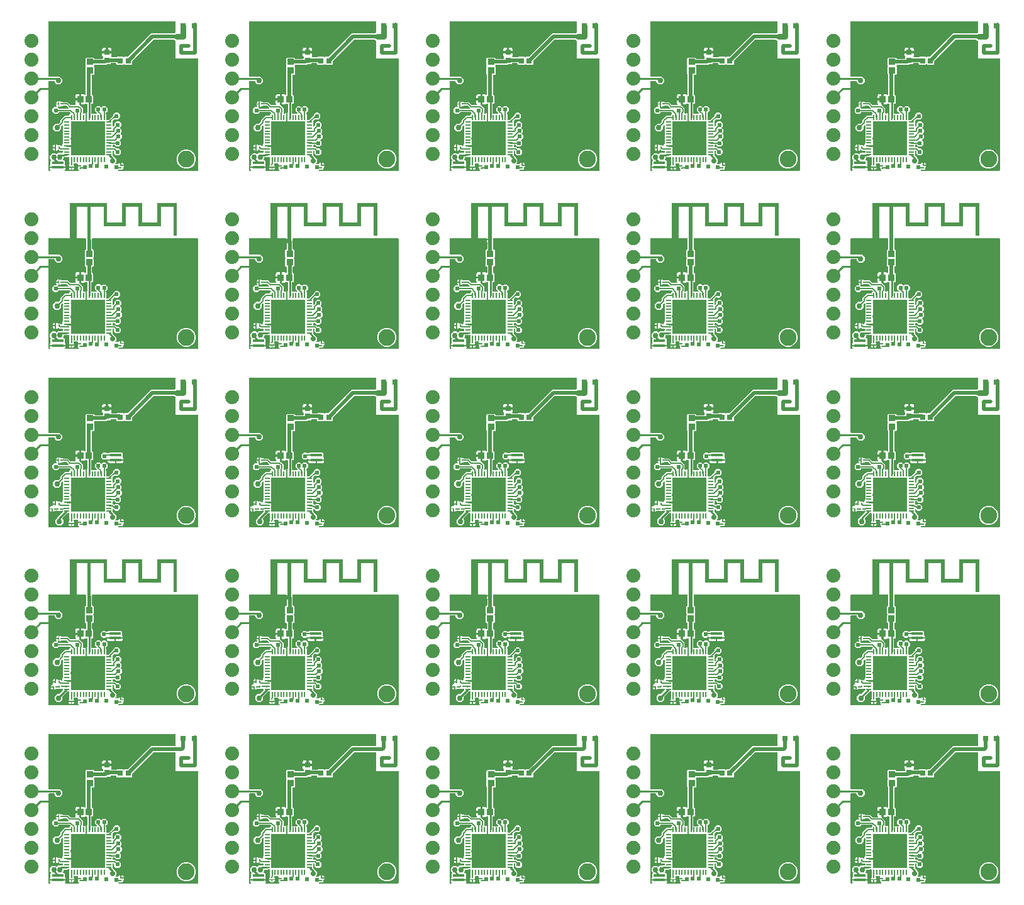
<source format=gbr>
G04 EAGLE Gerber X2 export*
%TF.Part,Single*%
%TF.FileFunction,Copper,L1,Top,Mixed*%
%TF.FilePolarity,Positive*%
%TF.GenerationSoftware,Autodesk,EAGLE,9.0.0*%
%TF.CreationDate,2018-06-20T06:24:18Z*%
G75*
%MOMM*%
%FSLAX34Y34*%
%LPD*%
%AMOC8*
5,1,8,0,0,1.08239X$1,22.5*%
G01*
%ADD10R,0.254000X0.177800*%
%ADD11R,0.850000X0.900000*%
%ADD12R,0.177800X0.254000*%
%ADD13R,0.250000X0.300000*%
%ADD14R,1.600000X0.350000*%
%ADD15C,1.879600*%
%ADD16R,0.900000X0.850000*%
%ADD17R,0.750000X0.750000*%
%ADD18R,0.650000X0.800000*%
%ADD19R,0.230000X0.680000*%
%ADD20R,4.600000X4.600000*%
%ADD21R,0.680000X0.230000*%
%ADD22R,0.900000X0.500000*%
%ADD23R,0.500000X0.500000*%
%ADD24C,0.152400*%
%ADD25C,0.609600*%
%ADD26C,0.254000*%
%ADD27C,0.517000*%
%ADD28C,0.660400*%
%ADD29C,0.203200*%
%ADD30C,2.250000*%
%ADD31C,0.756400*%
%ADD32C,0.706400*%
%ADD33C,0.800000*%
%ADD34C,0.500000*%

G36*
X200020Y-480758D02*
X200020Y-480758D01*
X200039Y-480760D01*
X200141Y-480738D01*
X200243Y-480722D01*
X200260Y-480712D01*
X200280Y-480708D01*
X200369Y-480655D01*
X200460Y-480606D01*
X200474Y-480592D01*
X200491Y-480582D01*
X200558Y-480503D01*
X200630Y-480428D01*
X200638Y-480410D01*
X200651Y-480395D01*
X200690Y-480299D01*
X200733Y-480205D01*
X200735Y-480185D01*
X200743Y-480167D01*
X200761Y-480000D01*
X200761Y-330000D01*
X200758Y-329980D01*
X200760Y-329961D01*
X200738Y-329859D01*
X200722Y-329757D01*
X200712Y-329740D01*
X200708Y-329720D01*
X200655Y-329631D01*
X200606Y-329540D01*
X200592Y-329526D01*
X200582Y-329509D01*
X200503Y-329442D01*
X200428Y-329371D01*
X200410Y-329362D01*
X200395Y-329349D01*
X200299Y-329310D01*
X200205Y-329267D01*
X200185Y-329265D01*
X200167Y-329257D01*
X200000Y-329239D01*
X170761Y-329239D01*
X170761Y-305975D01*
X170743Y-305861D01*
X170725Y-305744D01*
X170723Y-305739D01*
X170722Y-305733D01*
X170667Y-305630D01*
X170614Y-305525D01*
X170609Y-305521D01*
X170606Y-305515D01*
X170521Y-305435D01*
X170438Y-305353D01*
X170432Y-305349D01*
X170428Y-305346D01*
X170411Y-305338D01*
X170291Y-305272D01*
X168870Y-304684D01*
X168520Y-304333D01*
X168446Y-304280D01*
X168376Y-304220D01*
X168346Y-304208D01*
X168320Y-304189D01*
X168233Y-304162D01*
X168148Y-304128D01*
X168107Y-304124D01*
X168085Y-304117D01*
X168053Y-304118D01*
X167981Y-304110D01*
X141007Y-304110D01*
X140917Y-304124D01*
X140826Y-304132D01*
X140796Y-304144D01*
X140764Y-304149D01*
X140683Y-304192D01*
X140600Y-304228D01*
X140567Y-304254D01*
X140547Y-304265D01*
X140525Y-304288D01*
X140469Y-304333D01*
X112109Y-332693D01*
X112056Y-332767D01*
X111996Y-332836D01*
X111984Y-332866D01*
X111965Y-332892D01*
X111938Y-332979D01*
X111904Y-333064D01*
X111900Y-333105D01*
X111893Y-333127D01*
X111894Y-333160D01*
X111886Y-333231D01*
X111886Y-336760D01*
X110993Y-337653D01*
X102229Y-337653D01*
X101899Y-337323D01*
X101883Y-337311D01*
X101871Y-337296D01*
X101784Y-337240D01*
X101700Y-337179D01*
X101681Y-337173D01*
X101664Y-337163D01*
X101563Y-337137D01*
X101464Y-337107D01*
X101445Y-337107D01*
X101425Y-337103D01*
X101322Y-337111D01*
X101219Y-337113D01*
X101200Y-337120D01*
X101180Y-337122D01*
X101085Y-337162D01*
X100988Y-337198D01*
X100972Y-337210D01*
X100954Y-337218D01*
X100823Y-337323D01*
X100493Y-337653D01*
X91729Y-337653D01*
X90836Y-336760D01*
X90836Y-336371D01*
X90833Y-336351D01*
X90835Y-336332D01*
X90813Y-336230D01*
X90797Y-336128D01*
X90787Y-336111D01*
X90783Y-336091D01*
X90730Y-336002D01*
X90681Y-335911D01*
X90667Y-335897D01*
X90657Y-335880D01*
X90578Y-335813D01*
X90503Y-335741D01*
X90485Y-335733D01*
X90470Y-335720D01*
X90374Y-335681D01*
X90280Y-335638D01*
X90260Y-335636D01*
X90242Y-335628D01*
X90075Y-335610D01*
X83862Y-335610D01*
X83772Y-335624D01*
X83681Y-335632D01*
X83651Y-335644D01*
X83619Y-335649D01*
X83538Y-335692D01*
X83455Y-335728D01*
X83422Y-335754D01*
X83402Y-335765D01*
X83380Y-335788D01*
X83324Y-335833D01*
X82382Y-336775D01*
X78853Y-336775D01*
X78763Y-336789D01*
X78672Y-336797D01*
X78642Y-336809D01*
X78610Y-336814D01*
X78529Y-336857D01*
X78445Y-336893D01*
X78413Y-336919D01*
X78392Y-336930D01*
X78370Y-336953D01*
X78314Y-336998D01*
X77254Y-338058D01*
X61877Y-338058D01*
X61858Y-338061D01*
X61838Y-338059D01*
X61737Y-338081D01*
X61635Y-338098D01*
X61617Y-338107D01*
X61598Y-338111D01*
X61509Y-338164D01*
X61417Y-338213D01*
X61404Y-338227D01*
X61387Y-338237D01*
X61319Y-338316D01*
X61248Y-338391D01*
X61240Y-338409D01*
X61227Y-338424D01*
X61188Y-338521D01*
X61144Y-338614D01*
X61142Y-338634D01*
X61135Y-338652D01*
X61116Y-338819D01*
X61116Y-338830D01*
X60736Y-339210D01*
X60724Y-339226D01*
X60709Y-339239D01*
X60653Y-339326D01*
X60593Y-339410D01*
X60587Y-339429D01*
X60576Y-339446D01*
X60551Y-339546D01*
X60520Y-339645D01*
X60521Y-339665D01*
X60516Y-339684D01*
X60524Y-339787D01*
X60527Y-339891D01*
X60533Y-339909D01*
X60535Y-339929D01*
X60575Y-340024D01*
X60611Y-340122D01*
X60623Y-340137D01*
X60631Y-340156D01*
X60736Y-340287D01*
X61116Y-340667D01*
X61116Y-350430D01*
X60223Y-351323D01*
X58674Y-351323D01*
X58655Y-351326D01*
X58635Y-351324D01*
X58534Y-351346D01*
X58432Y-351363D01*
X58414Y-351372D01*
X58395Y-351376D01*
X58306Y-351429D01*
X58214Y-351478D01*
X58201Y-351492D01*
X58183Y-351502D01*
X58116Y-351581D01*
X58045Y-351656D01*
X58037Y-351674D01*
X58024Y-351689D01*
X57985Y-351786D01*
X57941Y-351879D01*
X57939Y-351899D01*
X57932Y-351917D01*
X57913Y-352084D01*
X57913Y-377651D01*
X57916Y-377671D01*
X57914Y-377690D01*
X57936Y-377792D01*
X57953Y-377894D01*
X57962Y-377911D01*
X57966Y-377931D01*
X58020Y-378020D01*
X58068Y-378111D01*
X58082Y-378125D01*
X58093Y-378142D01*
X58171Y-378209D01*
X58246Y-378280D01*
X58264Y-378289D01*
X58280Y-378302D01*
X58376Y-378341D01*
X58469Y-378384D01*
X58489Y-378386D01*
X58508Y-378394D01*
X58674Y-378412D01*
X58685Y-378412D01*
X59578Y-379305D01*
X59578Y-389568D01*
X58685Y-390462D01*
X57922Y-390462D01*
X57902Y-390465D01*
X57883Y-390463D01*
X57781Y-390485D01*
X57679Y-390501D01*
X57662Y-390511D01*
X57642Y-390515D01*
X57553Y-390568D01*
X57462Y-390616D01*
X57448Y-390631D01*
X57431Y-390641D01*
X57364Y-390720D01*
X57293Y-390795D01*
X57284Y-390813D01*
X57271Y-390828D01*
X57233Y-390924D01*
X57189Y-391018D01*
X57187Y-391038D01*
X57179Y-391056D01*
X57161Y-391223D01*
X57161Y-402933D01*
X57164Y-402953D01*
X57162Y-402973D01*
X57184Y-403074D01*
X57201Y-403176D01*
X57210Y-403193D01*
X57214Y-403213D01*
X57267Y-403302D01*
X57316Y-403393D01*
X57330Y-403407D01*
X57340Y-403424D01*
X57419Y-403491D01*
X57494Y-403563D01*
X57512Y-403571D01*
X57527Y-403584D01*
X57624Y-403623D01*
X57717Y-403666D01*
X57737Y-403668D01*
X57755Y-403676D01*
X57922Y-403694D01*
X63913Y-403694D01*
X63983Y-403683D01*
X64055Y-403681D01*
X64104Y-403663D01*
X64155Y-403655D01*
X64219Y-403621D01*
X64286Y-403597D01*
X64327Y-403564D01*
X64373Y-403540D01*
X64422Y-403488D01*
X64478Y-403443D01*
X64506Y-403399D01*
X64542Y-403361D01*
X64572Y-403296D01*
X64611Y-403236D01*
X64624Y-403185D01*
X64646Y-403138D01*
X64654Y-403067D01*
X64671Y-402997D01*
X64667Y-402945D01*
X64673Y-402894D01*
X64658Y-402824D01*
X64652Y-402752D01*
X64632Y-402704D01*
X64621Y-402653D01*
X64584Y-402592D01*
X64556Y-402526D01*
X64511Y-402470D01*
X64494Y-402442D01*
X64477Y-402427D01*
X64451Y-402395D01*
X61923Y-399867D01*
X61923Y-396079D01*
X64601Y-393400D01*
X68390Y-393400D01*
X70076Y-395086D01*
X70092Y-395098D01*
X70105Y-395114D01*
X70192Y-395170D01*
X70276Y-395230D01*
X70295Y-395236D01*
X70312Y-395247D01*
X70412Y-395272D01*
X70511Y-395302D01*
X70531Y-395302D01*
X70550Y-395307D01*
X70653Y-395299D01*
X70757Y-395296D01*
X70776Y-395289D01*
X70795Y-395288D01*
X70890Y-395247D01*
X70988Y-395212D01*
X71003Y-395199D01*
X71022Y-395191D01*
X71153Y-395086D01*
X72492Y-393747D01*
X76280Y-393747D01*
X78959Y-396426D01*
X78959Y-400214D01*
X76876Y-402297D01*
X76823Y-402371D01*
X76763Y-402440D01*
X76751Y-402470D01*
X76732Y-402497D01*
X76706Y-402584D01*
X76671Y-402668D01*
X76667Y-402709D01*
X76660Y-402732D01*
X76661Y-402764D01*
X76653Y-402835D01*
X76653Y-403884D01*
X76656Y-403900D01*
X76654Y-403914D01*
X76668Y-403979D01*
X76675Y-404065D01*
X76687Y-404095D01*
X76693Y-404127D01*
X76705Y-404151D01*
X76706Y-404155D01*
X76717Y-404172D01*
X76735Y-404208D01*
X76771Y-404292D01*
X76797Y-404324D01*
X76808Y-404344D01*
X76831Y-404367D01*
X76876Y-404423D01*
X77041Y-404588D01*
X77041Y-411783D01*
X77044Y-411803D01*
X77042Y-411823D01*
X77064Y-411924D01*
X77081Y-412026D01*
X77090Y-412043D01*
X77094Y-412063D01*
X77147Y-412152D01*
X77196Y-412243D01*
X77210Y-412257D01*
X77220Y-412274D01*
X77299Y-412341D01*
X77374Y-412413D01*
X77392Y-412421D01*
X77407Y-412434D01*
X77504Y-412473D01*
X77597Y-412516D01*
X77617Y-412518D01*
X77635Y-412526D01*
X77802Y-412544D01*
X80092Y-412544D01*
X80182Y-412530D01*
X80273Y-412523D01*
X80302Y-412510D01*
X80334Y-412505D01*
X80415Y-412462D01*
X80499Y-412426D01*
X80531Y-412401D01*
X80552Y-412390D01*
X80574Y-412366D01*
X80630Y-412321D01*
X86171Y-406781D01*
X86224Y-406707D01*
X86283Y-406637D01*
X86295Y-406607D01*
X86314Y-406581D01*
X86341Y-406494D01*
X86375Y-406409D01*
X86380Y-406368D01*
X86386Y-406346D01*
X86386Y-406314D01*
X86394Y-406243D01*
X86394Y-405108D01*
X89072Y-402430D01*
X92860Y-402430D01*
X95539Y-405108D01*
X95539Y-408896D01*
X92860Y-411575D01*
X89072Y-411575D01*
X88996Y-411499D01*
X88980Y-411488D01*
X88968Y-411472D01*
X88880Y-411416D01*
X88797Y-411356D01*
X88778Y-411350D01*
X88761Y-411339D01*
X88660Y-411314D01*
X88562Y-411283D01*
X88542Y-411284D01*
X88522Y-411279D01*
X88419Y-411287D01*
X88316Y-411290D01*
X88297Y-411297D01*
X88277Y-411298D01*
X88182Y-411339D01*
X88085Y-411374D01*
X88069Y-411387D01*
X88051Y-411395D01*
X87920Y-411499D01*
X86114Y-413305D01*
X86061Y-413379D01*
X86001Y-413449D01*
X85989Y-413479D01*
X85970Y-413505D01*
X85944Y-413592D01*
X85909Y-413677D01*
X85905Y-413718D01*
X85898Y-413740D01*
X85899Y-413772D01*
X85891Y-413844D01*
X85891Y-420431D01*
X85902Y-420501D01*
X85904Y-420573D01*
X85922Y-420622D01*
X85931Y-420673D01*
X85964Y-420737D01*
X85989Y-420804D01*
X86021Y-420845D01*
X86046Y-420891D01*
X86098Y-420940D01*
X86143Y-420996D01*
X86186Y-421024D01*
X86224Y-421060D01*
X86289Y-421090D01*
X86349Y-421129D01*
X86400Y-421142D01*
X86447Y-421164D01*
X86518Y-421172D01*
X86588Y-421189D01*
X86640Y-421185D01*
X86692Y-421191D01*
X86762Y-421176D01*
X86833Y-421170D01*
X86881Y-421150D01*
X86932Y-421139D01*
X86994Y-421102D01*
X87060Y-421074D01*
X87116Y-421029D01*
X87143Y-421012D01*
X87158Y-420995D01*
X87190Y-420969D01*
X87819Y-420340D01*
X87873Y-420266D01*
X87932Y-420197D01*
X87944Y-420167D01*
X87963Y-420140D01*
X87990Y-420053D01*
X88024Y-419968D01*
X88028Y-419927D01*
X88035Y-419905D01*
X88034Y-419873D01*
X88042Y-419802D01*
X88042Y-416884D01*
X90721Y-414206D01*
X94509Y-414206D01*
X97188Y-416884D01*
X97188Y-420672D01*
X95848Y-422012D01*
X95837Y-422028D01*
X95821Y-422040D01*
X95765Y-422128D01*
X95705Y-422211D01*
X95699Y-422230D01*
X95688Y-422247D01*
X95663Y-422348D01*
X95632Y-422447D01*
X95633Y-422466D01*
X95628Y-422486D01*
X95636Y-422589D01*
X95639Y-422692D01*
X95646Y-422711D01*
X95647Y-422731D01*
X95688Y-422826D01*
X95723Y-422923D01*
X95736Y-422939D01*
X95744Y-422957D01*
X95848Y-423088D01*
X97775Y-425015D01*
X97775Y-428803D01*
X96638Y-429940D01*
X96627Y-429956D01*
X96611Y-429969D01*
X96555Y-430056D01*
X96495Y-430140D01*
X96489Y-430159D01*
X96478Y-430176D01*
X96453Y-430276D01*
X96422Y-430375D01*
X96423Y-430395D01*
X96418Y-430414D01*
X96426Y-430517D01*
X96429Y-430621D01*
X96436Y-430640D01*
X96437Y-430659D01*
X96478Y-430754D01*
X96513Y-430852D01*
X96526Y-430867D01*
X96534Y-430886D01*
X96638Y-431017D01*
X98257Y-432635D01*
X98257Y-436423D01*
X95629Y-439051D01*
X95617Y-439067D01*
X95602Y-439080D01*
X95546Y-439167D01*
X95485Y-439251D01*
X95480Y-439270D01*
X95469Y-439287D01*
X95443Y-439387D01*
X95413Y-439486D01*
X95414Y-439506D01*
X95409Y-439525D01*
X95417Y-439628D01*
X95419Y-439732D01*
X95426Y-439751D01*
X95428Y-439771D01*
X95468Y-439866D01*
X95504Y-439963D01*
X95516Y-439979D01*
X95524Y-439997D01*
X95629Y-440128D01*
X96968Y-441467D01*
X96968Y-445255D01*
X94290Y-447934D01*
X90501Y-447934D01*
X88438Y-445871D01*
X88364Y-445818D01*
X88295Y-445758D01*
X88265Y-445746D01*
X88239Y-445727D01*
X88152Y-445701D01*
X88067Y-445667D01*
X88026Y-445662D01*
X88004Y-445655D01*
X87971Y-445656D01*
X87900Y-445648D01*
X86652Y-445648D01*
X86632Y-445651D01*
X86613Y-445649D01*
X86511Y-445671D01*
X86409Y-445688D01*
X86392Y-445697D01*
X86372Y-445701D01*
X86283Y-445755D01*
X86192Y-445803D01*
X86178Y-445817D01*
X86161Y-445828D01*
X86094Y-445906D01*
X86023Y-445981D01*
X86014Y-445999D01*
X86001Y-446014D01*
X85963Y-446111D01*
X85919Y-446204D01*
X85917Y-446224D01*
X85909Y-446243D01*
X85891Y-446409D01*
X85891Y-448812D01*
X85893Y-448822D01*
X85892Y-448828D01*
X85899Y-448859D01*
X85906Y-448902D01*
X85913Y-448993D01*
X85925Y-449023D01*
X85931Y-449055D01*
X85973Y-449135D01*
X86009Y-449219D01*
X86035Y-449251D01*
X86046Y-449272D01*
X86069Y-449294D01*
X86114Y-449350D01*
X87125Y-450361D01*
X87141Y-450373D01*
X87153Y-450388D01*
X87241Y-450444D01*
X87325Y-450505D01*
X87344Y-450510D01*
X87360Y-450521D01*
X87461Y-450547D01*
X87560Y-450577D01*
X87580Y-450576D01*
X87599Y-450581D01*
X87702Y-450573D01*
X87806Y-450571D01*
X87824Y-450564D01*
X87844Y-450562D01*
X87939Y-450522D01*
X88037Y-450486D01*
X88052Y-450474D01*
X88070Y-450466D01*
X88201Y-450361D01*
X89106Y-449457D01*
X92894Y-449457D01*
X95573Y-452135D01*
X95573Y-455923D01*
X92894Y-458602D01*
X89106Y-458602D01*
X87190Y-456687D01*
X87132Y-456645D01*
X87080Y-456595D01*
X87033Y-456573D01*
X86991Y-456543D01*
X86922Y-456522D01*
X86857Y-456492D01*
X86805Y-456486D01*
X86756Y-456471D01*
X86684Y-456473D01*
X86613Y-456465D01*
X86562Y-456476D01*
X86510Y-456477D01*
X86442Y-456502D01*
X86372Y-456517D01*
X86328Y-456544D01*
X86279Y-456561D01*
X86223Y-456606D01*
X86161Y-456643D01*
X86127Y-456683D01*
X86087Y-456715D01*
X86048Y-456775D01*
X86001Y-456830D01*
X85982Y-456878D01*
X85954Y-456922D01*
X85936Y-456992D01*
X85909Y-457058D01*
X85901Y-457129D01*
X85894Y-457161D01*
X85895Y-457184D01*
X85891Y-457225D01*
X85891Y-459876D01*
X85906Y-459966D01*
X85913Y-460057D01*
X85925Y-460087D01*
X85931Y-460119D01*
X85973Y-460200D01*
X86009Y-460284D01*
X86035Y-460316D01*
X86046Y-460336D01*
X86069Y-460359D01*
X86114Y-460415D01*
X86428Y-460729D01*
X88288Y-462589D01*
X88288Y-462632D01*
X88303Y-462722D01*
X88310Y-462813D01*
X88322Y-462843D01*
X88328Y-462875D01*
X88370Y-462955D01*
X88406Y-463039D01*
X88432Y-463071D01*
X88443Y-463092D01*
X88466Y-463114D01*
X88511Y-463170D01*
X90550Y-465209D01*
X90550Y-469398D01*
X89643Y-470306D01*
X89601Y-470364D01*
X89551Y-470416D01*
X89529Y-470463D01*
X89499Y-470505D01*
X89478Y-470574D01*
X89448Y-470639D01*
X89442Y-470691D01*
X89427Y-470741D01*
X89429Y-470812D01*
X89421Y-470883D01*
X89432Y-470934D01*
X89433Y-470986D01*
X89458Y-471054D01*
X89473Y-471124D01*
X89500Y-471168D01*
X89517Y-471217D01*
X89562Y-471273D01*
X89599Y-471335D01*
X89639Y-471369D01*
X89671Y-471409D01*
X89731Y-471448D01*
X89786Y-471495D01*
X89834Y-471514D01*
X89878Y-471542D01*
X89948Y-471560D01*
X90014Y-471587D01*
X90085Y-471595D01*
X90117Y-471603D01*
X90140Y-471601D01*
X90181Y-471605D01*
X92736Y-471605D01*
X92802Y-471594D01*
X92870Y-471593D01*
X92923Y-471575D01*
X92979Y-471565D01*
X93038Y-471534D01*
X93102Y-471511D01*
X93146Y-471477D01*
X93196Y-471450D01*
X93242Y-471401D01*
X93296Y-471360D01*
X93343Y-471296D01*
X93365Y-471272D01*
X93374Y-471253D01*
X93395Y-471225D01*
X93616Y-470843D01*
X94089Y-470370D01*
X94668Y-470035D01*
X95314Y-469862D01*
X96157Y-469862D01*
X96157Y-473291D01*
X96160Y-473311D01*
X96158Y-473331D01*
X96180Y-473432D01*
X96197Y-473534D01*
X96206Y-473552D01*
X96211Y-473571D01*
X96264Y-473660D01*
X96312Y-473751D01*
X96326Y-473765D01*
X96337Y-473782D01*
X96337Y-473783D01*
X96416Y-473850D01*
X96490Y-473921D01*
X96491Y-473921D01*
X96509Y-473930D01*
X96524Y-473943D01*
X96620Y-473981D01*
X96714Y-474025D01*
X96734Y-474027D01*
X96752Y-474035D01*
X96919Y-474053D01*
X100729Y-474053D01*
X100729Y-474515D01*
X100556Y-475161D01*
X100222Y-475741D01*
X99936Y-476026D01*
X99883Y-476100D01*
X99824Y-476170D01*
X99812Y-476200D01*
X99793Y-476226D01*
X99766Y-476313D01*
X99732Y-476398D01*
X99727Y-476439D01*
X99720Y-476461D01*
X99721Y-476493D01*
X99713Y-476564D01*
X99713Y-478114D01*
X98820Y-479007D01*
X94958Y-479007D01*
X94943Y-479003D01*
X94926Y-478992D01*
X94826Y-478967D01*
X94727Y-478936D01*
X94707Y-478937D01*
X94688Y-478932D01*
X94585Y-478940D01*
X94481Y-478943D01*
X94462Y-478949D01*
X94443Y-478951D01*
X94348Y-478991D01*
X94250Y-479027D01*
X94235Y-479040D01*
X94216Y-479047D01*
X94085Y-479152D01*
X93776Y-479462D01*
X93734Y-479520D01*
X93684Y-479572D01*
X93662Y-479619D01*
X93632Y-479661D01*
X93611Y-479730D01*
X93581Y-479795D01*
X93575Y-479847D01*
X93560Y-479897D01*
X93562Y-479968D01*
X93554Y-480039D01*
X93565Y-480090D01*
X93566Y-480142D01*
X93591Y-480210D01*
X93606Y-480280D01*
X93633Y-480324D01*
X93651Y-480373D01*
X93695Y-480429D01*
X93732Y-480491D01*
X93772Y-480525D01*
X93804Y-480565D01*
X93865Y-480604D01*
X93919Y-480651D01*
X93967Y-480670D01*
X94011Y-480698D01*
X94081Y-480716D01*
X94147Y-480743D01*
X94219Y-480751D01*
X94250Y-480759D01*
X94273Y-480757D01*
X94314Y-480761D01*
X200000Y-480761D01*
X200020Y-480758D01*
G37*
G36*
X1010020Y-480758D02*
X1010020Y-480758D01*
X1010039Y-480760D01*
X1010141Y-480738D01*
X1010243Y-480722D01*
X1010260Y-480712D01*
X1010280Y-480708D01*
X1010369Y-480655D01*
X1010460Y-480606D01*
X1010474Y-480592D01*
X1010491Y-480582D01*
X1010558Y-480503D01*
X1010630Y-480428D01*
X1010638Y-480410D01*
X1010651Y-480395D01*
X1010690Y-480299D01*
X1010733Y-480205D01*
X1010735Y-480185D01*
X1010743Y-480167D01*
X1010761Y-480000D01*
X1010761Y-330000D01*
X1010758Y-329980D01*
X1010760Y-329961D01*
X1010738Y-329859D01*
X1010722Y-329757D01*
X1010712Y-329740D01*
X1010708Y-329720D01*
X1010655Y-329631D01*
X1010606Y-329540D01*
X1010592Y-329526D01*
X1010582Y-329509D01*
X1010503Y-329442D01*
X1010428Y-329371D01*
X1010410Y-329362D01*
X1010395Y-329349D01*
X1010299Y-329310D01*
X1010205Y-329267D01*
X1010185Y-329265D01*
X1010167Y-329257D01*
X1010000Y-329239D01*
X980761Y-329239D01*
X980761Y-305975D01*
X980743Y-305861D01*
X980725Y-305744D01*
X980723Y-305739D01*
X980722Y-305733D01*
X980667Y-305630D01*
X980614Y-305525D01*
X980609Y-305521D01*
X980606Y-305515D01*
X980521Y-305435D01*
X980438Y-305353D01*
X980432Y-305349D01*
X980428Y-305346D01*
X980411Y-305338D01*
X980291Y-305272D01*
X978870Y-304684D01*
X978520Y-304333D01*
X978446Y-304280D01*
X978376Y-304220D01*
X978346Y-304208D01*
X978320Y-304189D01*
X978233Y-304162D01*
X978148Y-304128D01*
X978107Y-304124D01*
X978085Y-304117D01*
X978053Y-304118D01*
X977981Y-304110D01*
X951007Y-304110D01*
X950917Y-304124D01*
X950826Y-304132D01*
X950796Y-304144D01*
X950764Y-304149D01*
X950683Y-304192D01*
X950600Y-304228D01*
X950567Y-304254D01*
X950547Y-304265D01*
X950525Y-304288D01*
X950469Y-304333D01*
X922109Y-332693D01*
X922056Y-332767D01*
X921996Y-332836D01*
X921984Y-332866D01*
X921965Y-332892D01*
X921938Y-332979D01*
X921904Y-333064D01*
X921900Y-333105D01*
X921893Y-333127D01*
X921894Y-333160D01*
X921886Y-333231D01*
X921886Y-336760D01*
X920993Y-337653D01*
X912229Y-337653D01*
X911899Y-337323D01*
X911883Y-337311D01*
X911871Y-337296D01*
X911784Y-337240D01*
X911700Y-337179D01*
X911681Y-337173D01*
X911664Y-337163D01*
X911563Y-337137D01*
X911464Y-337107D01*
X911445Y-337107D01*
X911425Y-337103D01*
X911322Y-337111D01*
X911219Y-337113D01*
X911200Y-337120D01*
X911180Y-337122D01*
X911085Y-337162D01*
X910988Y-337198D01*
X910972Y-337210D01*
X910954Y-337218D01*
X910823Y-337323D01*
X910493Y-337653D01*
X901729Y-337653D01*
X900836Y-336760D01*
X900836Y-336371D01*
X900833Y-336351D01*
X900835Y-336332D01*
X900813Y-336230D01*
X900797Y-336128D01*
X900787Y-336111D01*
X900783Y-336091D01*
X900730Y-336002D01*
X900681Y-335911D01*
X900667Y-335897D01*
X900657Y-335880D01*
X900578Y-335813D01*
X900503Y-335741D01*
X900485Y-335733D01*
X900470Y-335720D01*
X900374Y-335681D01*
X900280Y-335638D01*
X900260Y-335636D01*
X900242Y-335628D01*
X900075Y-335610D01*
X893862Y-335610D01*
X893772Y-335624D01*
X893681Y-335632D01*
X893651Y-335644D01*
X893619Y-335649D01*
X893538Y-335692D01*
X893455Y-335728D01*
X893422Y-335754D01*
X893402Y-335765D01*
X893380Y-335788D01*
X893324Y-335833D01*
X892382Y-336775D01*
X888853Y-336775D01*
X888763Y-336789D01*
X888672Y-336797D01*
X888642Y-336809D01*
X888610Y-336814D01*
X888529Y-336857D01*
X888445Y-336893D01*
X888413Y-336919D01*
X888393Y-336930D01*
X888370Y-336953D01*
X888314Y-336998D01*
X887254Y-338058D01*
X871877Y-338058D01*
X871858Y-338061D01*
X871838Y-338059D01*
X871737Y-338081D01*
X871635Y-338098D01*
X871617Y-338107D01*
X871598Y-338111D01*
X871509Y-338164D01*
X871417Y-338213D01*
X871404Y-338227D01*
X871387Y-338237D01*
X871319Y-338316D01*
X871248Y-338391D01*
X871240Y-338409D01*
X871227Y-338424D01*
X871188Y-338521D01*
X871144Y-338614D01*
X871142Y-338634D01*
X871135Y-338652D01*
X871116Y-338819D01*
X871116Y-338830D01*
X870736Y-339210D01*
X870724Y-339226D01*
X870709Y-339239D01*
X870653Y-339326D01*
X870593Y-339410D01*
X870587Y-339429D01*
X870576Y-339446D01*
X870551Y-339546D01*
X870520Y-339645D01*
X870521Y-339665D01*
X870516Y-339684D01*
X870524Y-339787D01*
X870527Y-339891D01*
X870533Y-339909D01*
X870535Y-339929D01*
X870575Y-340024D01*
X870611Y-340122D01*
X870623Y-340137D01*
X870631Y-340156D01*
X870736Y-340287D01*
X871116Y-340667D01*
X871116Y-350430D01*
X870223Y-351323D01*
X868674Y-351323D01*
X868655Y-351326D01*
X868635Y-351324D01*
X868534Y-351346D01*
X868432Y-351363D01*
X868414Y-351372D01*
X868395Y-351376D01*
X868306Y-351429D01*
X868214Y-351478D01*
X868201Y-351492D01*
X868183Y-351502D01*
X868116Y-351581D01*
X868045Y-351656D01*
X868037Y-351674D01*
X868024Y-351689D01*
X867985Y-351786D01*
X867941Y-351879D01*
X867939Y-351899D01*
X867932Y-351917D01*
X867913Y-352084D01*
X867913Y-377651D01*
X867916Y-377671D01*
X867914Y-377690D01*
X867936Y-377792D01*
X867953Y-377894D01*
X867962Y-377911D01*
X867966Y-377931D01*
X868020Y-378020D01*
X868068Y-378111D01*
X868082Y-378125D01*
X868093Y-378142D01*
X868171Y-378209D01*
X868246Y-378280D01*
X868264Y-378289D01*
X868280Y-378302D01*
X868376Y-378341D01*
X868469Y-378384D01*
X868489Y-378386D01*
X868508Y-378394D01*
X868674Y-378412D01*
X868685Y-378412D01*
X869578Y-379305D01*
X869578Y-389568D01*
X868685Y-390462D01*
X867922Y-390462D01*
X867902Y-390465D01*
X867883Y-390463D01*
X867781Y-390485D01*
X867679Y-390501D01*
X867662Y-390511D01*
X867642Y-390515D01*
X867553Y-390568D01*
X867462Y-390616D01*
X867448Y-390631D01*
X867431Y-390641D01*
X867364Y-390720D01*
X867293Y-390795D01*
X867284Y-390813D01*
X867271Y-390828D01*
X867233Y-390924D01*
X867189Y-391018D01*
X867187Y-391038D01*
X867179Y-391056D01*
X867161Y-391223D01*
X867161Y-402933D01*
X867164Y-402953D01*
X867162Y-402973D01*
X867184Y-403074D01*
X867201Y-403176D01*
X867210Y-403193D01*
X867214Y-403213D01*
X867267Y-403302D01*
X867316Y-403393D01*
X867330Y-403407D01*
X867340Y-403424D01*
X867419Y-403491D01*
X867494Y-403563D01*
X867512Y-403571D01*
X867527Y-403584D01*
X867624Y-403623D01*
X867717Y-403666D01*
X867737Y-403668D01*
X867755Y-403676D01*
X867922Y-403694D01*
X873913Y-403694D01*
X873983Y-403683D01*
X874055Y-403681D01*
X874104Y-403663D01*
X874155Y-403655D01*
X874219Y-403621D01*
X874286Y-403597D01*
X874327Y-403564D01*
X874373Y-403540D01*
X874422Y-403488D01*
X874478Y-403443D01*
X874506Y-403399D01*
X874542Y-403361D01*
X874572Y-403296D01*
X874611Y-403236D01*
X874624Y-403185D01*
X874646Y-403138D01*
X874654Y-403067D01*
X874671Y-402997D01*
X874667Y-402945D01*
X874673Y-402894D01*
X874658Y-402824D01*
X874652Y-402752D01*
X874632Y-402704D01*
X874621Y-402653D01*
X874584Y-402592D01*
X874556Y-402526D01*
X874511Y-402470D01*
X874494Y-402442D01*
X874477Y-402427D01*
X874451Y-402395D01*
X871923Y-399867D01*
X871923Y-396079D01*
X874601Y-393400D01*
X878390Y-393400D01*
X880076Y-395086D01*
X880092Y-395098D01*
X880105Y-395114D01*
X880192Y-395170D01*
X880276Y-395230D01*
X880295Y-395236D01*
X880312Y-395247D01*
X880412Y-395272D01*
X880511Y-395302D01*
X880531Y-395302D01*
X880550Y-395307D01*
X880653Y-395299D01*
X880757Y-395296D01*
X880776Y-395289D01*
X880795Y-395288D01*
X880890Y-395247D01*
X880988Y-395212D01*
X881003Y-395199D01*
X881022Y-395191D01*
X881153Y-395086D01*
X882492Y-393747D01*
X886280Y-393747D01*
X888959Y-396426D01*
X888959Y-400214D01*
X886876Y-402297D01*
X886823Y-402371D01*
X886763Y-402440D01*
X886751Y-402470D01*
X886732Y-402497D01*
X886706Y-402584D01*
X886671Y-402668D01*
X886667Y-402709D01*
X886660Y-402732D01*
X886661Y-402764D01*
X886653Y-402835D01*
X886653Y-403884D01*
X886656Y-403900D01*
X886654Y-403914D01*
X886668Y-403979D01*
X886675Y-404065D01*
X886687Y-404095D01*
X886693Y-404127D01*
X886705Y-404151D01*
X886706Y-404155D01*
X886717Y-404172D01*
X886735Y-404208D01*
X886771Y-404292D01*
X886797Y-404324D01*
X886808Y-404344D01*
X886831Y-404367D01*
X886876Y-404423D01*
X887041Y-404588D01*
X887041Y-411783D01*
X887044Y-411803D01*
X887042Y-411823D01*
X887064Y-411924D01*
X887081Y-412026D01*
X887090Y-412043D01*
X887094Y-412063D01*
X887147Y-412152D01*
X887196Y-412243D01*
X887210Y-412257D01*
X887220Y-412274D01*
X887299Y-412341D01*
X887374Y-412413D01*
X887392Y-412421D01*
X887407Y-412434D01*
X887504Y-412473D01*
X887597Y-412516D01*
X887617Y-412518D01*
X887635Y-412526D01*
X887802Y-412544D01*
X890092Y-412544D01*
X890182Y-412530D01*
X890273Y-412523D01*
X890302Y-412510D01*
X890334Y-412505D01*
X890415Y-412462D01*
X890499Y-412426D01*
X890531Y-412401D01*
X890552Y-412390D01*
X890574Y-412366D01*
X890630Y-412321D01*
X896171Y-406781D01*
X896224Y-406707D01*
X896283Y-406637D01*
X896295Y-406607D01*
X896314Y-406581D01*
X896341Y-406494D01*
X896375Y-406409D01*
X896380Y-406368D01*
X896386Y-406346D01*
X896386Y-406314D01*
X896394Y-406243D01*
X896394Y-405108D01*
X899072Y-402430D01*
X902860Y-402430D01*
X905539Y-405108D01*
X905539Y-408896D01*
X902860Y-411575D01*
X899072Y-411575D01*
X898996Y-411499D01*
X898980Y-411488D01*
X898968Y-411472D01*
X898880Y-411416D01*
X898797Y-411356D01*
X898778Y-411350D01*
X898761Y-411339D01*
X898660Y-411314D01*
X898562Y-411283D01*
X898542Y-411284D01*
X898522Y-411279D01*
X898419Y-411287D01*
X898316Y-411290D01*
X898297Y-411297D01*
X898277Y-411298D01*
X898182Y-411339D01*
X898085Y-411374D01*
X898069Y-411387D01*
X898051Y-411395D01*
X897920Y-411499D01*
X896114Y-413305D01*
X896061Y-413379D01*
X896001Y-413449D01*
X895989Y-413479D01*
X895970Y-413505D01*
X895944Y-413592D01*
X895909Y-413677D01*
X895905Y-413718D01*
X895898Y-413740D01*
X895899Y-413772D01*
X895891Y-413844D01*
X895891Y-420431D01*
X895902Y-420501D01*
X895904Y-420573D01*
X895922Y-420622D01*
X895931Y-420673D01*
X895964Y-420737D01*
X895989Y-420804D01*
X896021Y-420845D01*
X896046Y-420891D01*
X896098Y-420940D01*
X896143Y-420996D01*
X896186Y-421024D01*
X896224Y-421060D01*
X896289Y-421090D01*
X896349Y-421129D01*
X896400Y-421142D01*
X896447Y-421164D01*
X896518Y-421172D01*
X896588Y-421189D01*
X896640Y-421185D01*
X896692Y-421191D01*
X896762Y-421176D01*
X896833Y-421170D01*
X896881Y-421150D01*
X896932Y-421139D01*
X896994Y-421102D01*
X897060Y-421074D01*
X897116Y-421029D01*
X897143Y-421012D01*
X897158Y-420995D01*
X897190Y-420969D01*
X897819Y-420340D01*
X897873Y-420266D01*
X897932Y-420197D01*
X897944Y-420167D01*
X897963Y-420140D01*
X897990Y-420053D01*
X898024Y-419968D01*
X898028Y-419927D01*
X898035Y-419905D01*
X898034Y-419873D01*
X898042Y-419802D01*
X898042Y-416884D01*
X900721Y-414206D01*
X904509Y-414206D01*
X907188Y-416884D01*
X907188Y-420672D01*
X905848Y-422012D01*
X905837Y-422028D01*
X905821Y-422040D01*
X905765Y-422128D01*
X905705Y-422211D01*
X905699Y-422230D01*
X905688Y-422247D01*
X905663Y-422348D01*
X905632Y-422447D01*
X905633Y-422466D01*
X905628Y-422486D01*
X905636Y-422589D01*
X905639Y-422692D01*
X905646Y-422711D01*
X905647Y-422731D01*
X905688Y-422826D01*
X905723Y-422923D01*
X905736Y-422939D01*
X905744Y-422957D01*
X905848Y-423088D01*
X907775Y-425015D01*
X907775Y-428803D01*
X906638Y-429940D01*
X906627Y-429956D01*
X906611Y-429969D01*
X906555Y-430056D01*
X906495Y-430140D01*
X906489Y-430159D01*
X906478Y-430176D01*
X906453Y-430276D01*
X906422Y-430375D01*
X906423Y-430395D01*
X906418Y-430414D01*
X906426Y-430517D01*
X906429Y-430621D01*
X906436Y-430640D01*
X906437Y-430659D01*
X906478Y-430754D01*
X906513Y-430852D01*
X906526Y-430867D01*
X906534Y-430886D01*
X906638Y-431017D01*
X908257Y-432635D01*
X908257Y-436423D01*
X905629Y-439051D01*
X905617Y-439067D01*
X905602Y-439080D01*
X905546Y-439167D01*
X905485Y-439251D01*
X905480Y-439270D01*
X905469Y-439287D01*
X905443Y-439387D01*
X905413Y-439486D01*
X905414Y-439506D01*
X905409Y-439525D01*
X905417Y-439628D01*
X905419Y-439732D01*
X905426Y-439751D01*
X905428Y-439771D01*
X905468Y-439866D01*
X905504Y-439963D01*
X905516Y-439979D01*
X905524Y-439997D01*
X905629Y-440128D01*
X906968Y-441467D01*
X906968Y-445255D01*
X904290Y-447934D01*
X900501Y-447934D01*
X898438Y-445871D01*
X898364Y-445818D01*
X898295Y-445758D01*
X898265Y-445746D01*
X898239Y-445727D01*
X898152Y-445701D01*
X898067Y-445667D01*
X898026Y-445662D01*
X898004Y-445655D01*
X897971Y-445656D01*
X897900Y-445648D01*
X896652Y-445648D01*
X896632Y-445651D01*
X896613Y-445649D01*
X896511Y-445671D01*
X896409Y-445688D01*
X896392Y-445697D01*
X896372Y-445701D01*
X896283Y-445755D01*
X896192Y-445803D01*
X896178Y-445817D01*
X896161Y-445828D01*
X896094Y-445906D01*
X896023Y-445981D01*
X896014Y-445999D01*
X896001Y-446014D01*
X895963Y-446111D01*
X895919Y-446204D01*
X895917Y-446224D01*
X895909Y-446243D01*
X895891Y-446409D01*
X895891Y-448812D01*
X895893Y-448822D01*
X895892Y-448828D01*
X895899Y-448859D01*
X895906Y-448902D01*
X895913Y-448993D01*
X895925Y-449023D01*
X895931Y-449055D01*
X895973Y-449135D01*
X896009Y-449219D01*
X896035Y-449251D01*
X896046Y-449272D01*
X896069Y-449294D01*
X896114Y-449350D01*
X897125Y-450361D01*
X897141Y-450373D01*
X897153Y-450388D01*
X897241Y-450444D01*
X897325Y-450505D01*
X897344Y-450510D01*
X897360Y-450521D01*
X897461Y-450547D01*
X897560Y-450577D01*
X897580Y-450576D01*
X897599Y-450581D01*
X897702Y-450573D01*
X897806Y-450571D01*
X897824Y-450564D01*
X897844Y-450562D01*
X897939Y-450522D01*
X898037Y-450486D01*
X898052Y-450474D01*
X898070Y-450466D01*
X898201Y-450361D01*
X899106Y-449457D01*
X902894Y-449457D01*
X905573Y-452135D01*
X905573Y-455923D01*
X902894Y-458602D01*
X899106Y-458602D01*
X897190Y-456687D01*
X897132Y-456645D01*
X897080Y-456595D01*
X897033Y-456573D01*
X896991Y-456543D01*
X896922Y-456522D01*
X896857Y-456492D01*
X896805Y-456486D01*
X896756Y-456471D01*
X896684Y-456473D01*
X896613Y-456465D01*
X896562Y-456476D01*
X896510Y-456477D01*
X896442Y-456502D01*
X896372Y-456517D01*
X896328Y-456544D01*
X896279Y-456561D01*
X896223Y-456606D01*
X896161Y-456643D01*
X896127Y-456683D01*
X896087Y-456715D01*
X896048Y-456775D01*
X896001Y-456830D01*
X895982Y-456878D01*
X895954Y-456922D01*
X895936Y-456992D01*
X895909Y-457058D01*
X895901Y-457129D01*
X895894Y-457161D01*
X895895Y-457184D01*
X895891Y-457225D01*
X895891Y-459876D01*
X895906Y-459966D01*
X895913Y-460057D01*
X895925Y-460087D01*
X895931Y-460119D01*
X895973Y-460200D01*
X896009Y-460284D01*
X896035Y-460316D01*
X896046Y-460336D01*
X896069Y-460359D01*
X896114Y-460414D01*
X898288Y-462589D01*
X898288Y-462632D01*
X898303Y-462722D01*
X898310Y-462813D01*
X898322Y-462843D01*
X898328Y-462875D01*
X898370Y-462955D01*
X898406Y-463039D01*
X898432Y-463071D01*
X898443Y-463092D01*
X898466Y-463114D01*
X898511Y-463170D01*
X900550Y-465209D01*
X900550Y-469398D01*
X899643Y-470306D01*
X899601Y-470364D01*
X899551Y-470416D01*
X899529Y-470463D01*
X899499Y-470505D01*
X899478Y-470574D01*
X899448Y-470639D01*
X899442Y-470691D01*
X899427Y-470741D01*
X899429Y-470812D01*
X899421Y-470883D01*
X899432Y-470934D01*
X899433Y-470986D01*
X899458Y-471054D01*
X899473Y-471124D01*
X899500Y-471168D01*
X899517Y-471217D01*
X899562Y-471273D01*
X899599Y-471335D01*
X899639Y-471369D01*
X899671Y-471409D01*
X899731Y-471448D01*
X899786Y-471495D01*
X899834Y-471514D01*
X899878Y-471542D01*
X899948Y-471560D01*
X900014Y-471587D01*
X900085Y-471595D01*
X900117Y-471603D01*
X900140Y-471601D01*
X900181Y-471605D01*
X902736Y-471605D01*
X902802Y-471594D01*
X902870Y-471593D01*
X902923Y-471575D01*
X902979Y-471565D01*
X903038Y-471534D01*
X903102Y-471511D01*
X903146Y-471477D01*
X903196Y-471450D01*
X903242Y-471401D01*
X903296Y-471360D01*
X903343Y-471296D01*
X903365Y-471272D01*
X903374Y-471253D01*
X903395Y-471225D01*
X903616Y-470843D01*
X904089Y-470370D01*
X904668Y-470035D01*
X905314Y-469862D01*
X906157Y-469862D01*
X906157Y-473291D01*
X906160Y-473311D01*
X906158Y-473331D01*
X906180Y-473432D01*
X906197Y-473534D01*
X906206Y-473552D01*
X906211Y-473571D01*
X906264Y-473660D01*
X906312Y-473751D01*
X906326Y-473765D01*
X906337Y-473782D01*
X906337Y-473783D01*
X906416Y-473850D01*
X906490Y-473921D01*
X906491Y-473921D01*
X906509Y-473930D01*
X906524Y-473943D01*
X906620Y-473981D01*
X906714Y-474025D01*
X906734Y-474027D01*
X906752Y-474035D01*
X906919Y-474053D01*
X910729Y-474053D01*
X910729Y-474515D01*
X910556Y-475161D01*
X910222Y-475741D01*
X909936Y-476026D01*
X909883Y-476100D01*
X909824Y-476170D01*
X909812Y-476200D01*
X909793Y-476226D01*
X909766Y-476313D01*
X909732Y-476398D01*
X909727Y-476439D01*
X909720Y-476461D01*
X909721Y-476493D01*
X909713Y-476564D01*
X909713Y-478114D01*
X908820Y-479007D01*
X904958Y-479007D01*
X904943Y-479003D01*
X904926Y-478992D01*
X904826Y-478967D01*
X904727Y-478936D01*
X904707Y-478937D01*
X904688Y-478932D01*
X904585Y-478940D01*
X904481Y-478943D01*
X904462Y-478949D01*
X904443Y-478951D01*
X904348Y-478991D01*
X904250Y-479027D01*
X904235Y-479040D01*
X904216Y-479047D01*
X904085Y-479152D01*
X903776Y-479462D01*
X903734Y-479520D01*
X903684Y-479572D01*
X903662Y-479619D01*
X903632Y-479661D01*
X903611Y-479730D01*
X903581Y-479795D01*
X903575Y-479847D01*
X903560Y-479897D01*
X903562Y-479968D01*
X903554Y-480039D01*
X903565Y-480090D01*
X903566Y-480142D01*
X903591Y-480210D01*
X903606Y-480280D01*
X903633Y-480324D01*
X903651Y-480373D01*
X903695Y-480429D01*
X903732Y-480491D01*
X903772Y-480525D01*
X903804Y-480565D01*
X903865Y-480604D01*
X903919Y-480651D01*
X903967Y-480670D01*
X904011Y-480698D01*
X904081Y-480716D01*
X904147Y-480743D01*
X904219Y-480751D01*
X904250Y-480759D01*
X904273Y-480757D01*
X904314Y-480761D01*
X1010000Y-480761D01*
X1010020Y-480758D01*
G37*
G36*
X470020Y-480758D02*
X470020Y-480758D01*
X470039Y-480760D01*
X470141Y-480738D01*
X470243Y-480722D01*
X470260Y-480712D01*
X470280Y-480708D01*
X470369Y-480655D01*
X470460Y-480606D01*
X470474Y-480592D01*
X470491Y-480582D01*
X470558Y-480503D01*
X470630Y-480428D01*
X470638Y-480410D01*
X470651Y-480395D01*
X470690Y-480299D01*
X470733Y-480205D01*
X470735Y-480185D01*
X470743Y-480167D01*
X470761Y-480000D01*
X470761Y-330000D01*
X470758Y-329980D01*
X470760Y-329961D01*
X470738Y-329859D01*
X470722Y-329757D01*
X470712Y-329740D01*
X470708Y-329720D01*
X470655Y-329631D01*
X470606Y-329540D01*
X470592Y-329526D01*
X470582Y-329509D01*
X470503Y-329442D01*
X470428Y-329371D01*
X470410Y-329362D01*
X470395Y-329349D01*
X470299Y-329310D01*
X470205Y-329267D01*
X470185Y-329265D01*
X470167Y-329257D01*
X470000Y-329239D01*
X440761Y-329239D01*
X440761Y-305975D01*
X440743Y-305861D01*
X440725Y-305744D01*
X440723Y-305739D01*
X440722Y-305733D01*
X440667Y-305630D01*
X440614Y-305525D01*
X440609Y-305521D01*
X440606Y-305515D01*
X440521Y-305435D01*
X440438Y-305353D01*
X440432Y-305349D01*
X440428Y-305346D01*
X440411Y-305338D01*
X440291Y-305272D01*
X438870Y-304684D01*
X438520Y-304333D01*
X438446Y-304280D01*
X438376Y-304220D01*
X438346Y-304208D01*
X438320Y-304189D01*
X438233Y-304162D01*
X438148Y-304128D01*
X438107Y-304124D01*
X438085Y-304117D01*
X438053Y-304118D01*
X437981Y-304110D01*
X411007Y-304110D01*
X410917Y-304124D01*
X410826Y-304132D01*
X410796Y-304144D01*
X410764Y-304149D01*
X410683Y-304192D01*
X410600Y-304228D01*
X410567Y-304254D01*
X410547Y-304265D01*
X410525Y-304288D01*
X410469Y-304333D01*
X382109Y-332693D01*
X382056Y-332767D01*
X381996Y-332836D01*
X381984Y-332866D01*
X381965Y-332892D01*
X381938Y-332979D01*
X381904Y-333064D01*
X381900Y-333105D01*
X381893Y-333127D01*
X381894Y-333160D01*
X381886Y-333231D01*
X381886Y-336760D01*
X380993Y-337653D01*
X372229Y-337653D01*
X371899Y-337323D01*
X371883Y-337311D01*
X371871Y-337296D01*
X371784Y-337240D01*
X371700Y-337179D01*
X371681Y-337173D01*
X371664Y-337163D01*
X371563Y-337137D01*
X371464Y-337107D01*
X371445Y-337107D01*
X371425Y-337103D01*
X371322Y-337111D01*
X371219Y-337113D01*
X371200Y-337120D01*
X371180Y-337122D01*
X371085Y-337162D01*
X370988Y-337198D01*
X370972Y-337210D01*
X370954Y-337218D01*
X370823Y-337323D01*
X370493Y-337653D01*
X361729Y-337653D01*
X360836Y-336760D01*
X360836Y-336371D01*
X360833Y-336351D01*
X360835Y-336332D01*
X360813Y-336230D01*
X360797Y-336128D01*
X360787Y-336111D01*
X360783Y-336091D01*
X360730Y-336002D01*
X360681Y-335911D01*
X360667Y-335897D01*
X360657Y-335880D01*
X360578Y-335813D01*
X360503Y-335741D01*
X360485Y-335733D01*
X360470Y-335720D01*
X360374Y-335681D01*
X360280Y-335638D01*
X360260Y-335636D01*
X360242Y-335628D01*
X360075Y-335610D01*
X353862Y-335610D01*
X353772Y-335624D01*
X353681Y-335632D01*
X353651Y-335644D01*
X353619Y-335649D01*
X353538Y-335692D01*
X353455Y-335728D01*
X353422Y-335754D01*
X353402Y-335765D01*
X353380Y-335788D01*
X353324Y-335833D01*
X352382Y-336775D01*
X348853Y-336775D01*
X348763Y-336789D01*
X348672Y-336797D01*
X348642Y-336809D01*
X348610Y-336814D01*
X348529Y-336857D01*
X348445Y-336893D01*
X348413Y-336919D01*
X348393Y-336930D01*
X348370Y-336953D01*
X348314Y-336998D01*
X347254Y-338058D01*
X331877Y-338058D01*
X331858Y-338061D01*
X331838Y-338059D01*
X331737Y-338081D01*
X331635Y-338098D01*
X331617Y-338107D01*
X331598Y-338111D01*
X331509Y-338164D01*
X331417Y-338213D01*
X331404Y-338227D01*
X331387Y-338237D01*
X331319Y-338316D01*
X331248Y-338391D01*
X331240Y-338409D01*
X331227Y-338424D01*
X331188Y-338521D01*
X331144Y-338614D01*
X331142Y-338634D01*
X331135Y-338652D01*
X331116Y-338819D01*
X331116Y-338830D01*
X330736Y-339210D01*
X330724Y-339226D01*
X330709Y-339239D01*
X330653Y-339326D01*
X330593Y-339410D01*
X330587Y-339429D01*
X330576Y-339446D01*
X330551Y-339546D01*
X330520Y-339645D01*
X330521Y-339665D01*
X330516Y-339684D01*
X330524Y-339787D01*
X330527Y-339891D01*
X330533Y-339909D01*
X330535Y-339929D01*
X330575Y-340024D01*
X330611Y-340122D01*
X330623Y-340137D01*
X330631Y-340156D01*
X330736Y-340287D01*
X331116Y-340667D01*
X331116Y-350430D01*
X330223Y-351323D01*
X328674Y-351323D01*
X328655Y-351326D01*
X328635Y-351324D01*
X328534Y-351346D01*
X328432Y-351363D01*
X328414Y-351372D01*
X328395Y-351376D01*
X328306Y-351429D01*
X328214Y-351478D01*
X328201Y-351492D01*
X328183Y-351502D01*
X328116Y-351581D01*
X328045Y-351656D01*
X328037Y-351674D01*
X328024Y-351689D01*
X327985Y-351786D01*
X327941Y-351879D01*
X327939Y-351899D01*
X327932Y-351917D01*
X327913Y-352084D01*
X327913Y-377651D01*
X327916Y-377671D01*
X327914Y-377690D01*
X327936Y-377792D01*
X327953Y-377894D01*
X327962Y-377911D01*
X327966Y-377931D01*
X328020Y-378020D01*
X328068Y-378111D01*
X328082Y-378125D01*
X328093Y-378142D01*
X328171Y-378209D01*
X328246Y-378280D01*
X328264Y-378289D01*
X328280Y-378302D01*
X328376Y-378341D01*
X328469Y-378384D01*
X328489Y-378386D01*
X328508Y-378394D01*
X328674Y-378412D01*
X328685Y-378412D01*
X329578Y-379305D01*
X329578Y-389568D01*
X328685Y-390462D01*
X327922Y-390462D01*
X327902Y-390465D01*
X327883Y-390463D01*
X327781Y-390485D01*
X327679Y-390501D01*
X327662Y-390511D01*
X327642Y-390515D01*
X327553Y-390568D01*
X327462Y-390616D01*
X327448Y-390631D01*
X327431Y-390641D01*
X327364Y-390720D01*
X327293Y-390795D01*
X327284Y-390813D01*
X327271Y-390828D01*
X327233Y-390924D01*
X327189Y-391018D01*
X327187Y-391038D01*
X327179Y-391056D01*
X327161Y-391223D01*
X327161Y-402933D01*
X327164Y-402953D01*
X327162Y-402973D01*
X327184Y-403074D01*
X327201Y-403176D01*
X327210Y-403193D01*
X327214Y-403213D01*
X327267Y-403302D01*
X327316Y-403393D01*
X327330Y-403407D01*
X327340Y-403424D01*
X327419Y-403491D01*
X327494Y-403563D01*
X327512Y-403571D01*
X327527Y-403584D01*
X327624Y-403623D01*
X327717Y-403666D01*
X327737Y-403668D01*
X327755Y-403676D01*
X327922Y-403694D01*
X333913Y-403694D01*
X333983Y-403683D01*
X334055Y-403681D01*
X334104Y-403663D01*
X334155Y-403655D01*
X334219Y-403621D01*
X334286Y-403597D01*
X334327Y-403564D01*
X334373Y-403540D01*
X334422Y-403488D01*
X334478Y-403443D01*
X334506Y-403399D01*
X334542Y-403361D01*
X334572Y-403296D01*
X334611Y-403236D01*
X334624Y-403185D01*
X334646Y-403138D01*
X334654Y-403067D01*
X334671Y-402997D01*
X334667Y-402945D01*
X334673Y-402894D01*
X334658Y-402824D01*
X334652Y-402752D01*
X334632Y-402704D01*
X334621Y-402653D01*
X334584Y-402592D01*
X334556Y-402526D01*
X334511Y-402470D01*
X334494Y-402442D01*
X334477Y-402427D01*
X334451Y-402395D01*
X331923Y-399867D01*
X331923Y-396079D01*
X334601Y-393400D01*
X338390Y-393400D01*
X340076Y-395086D01*
X340092Y-395098D01*
X340105Y-395114D01*
X340192Y-395170D01*
X340276Y-395230D01*
X340295Y-395236D01*
X340312Y-395247D01*
X340412Y-395272D01*
X340511Y-395302D01*
X340531Y-395302D01*
X340550Y-395307D01*
X340653Y-395299D01*
X340757Y-395296D01*
X340776Y-395289D01*
X340795Y-395288D01*
X340890Y-395247D01*
X340988Y-395212D01*
X341003Y-395199D01*
X341022Y-395191D01*
X341153Y-395086D01*
X342492Y-393747D01*
X346280Y-393747D01*
X348959Y-396426D01*
X348959Y-400214D01*
X346876Y-402297D01*
X346823Y-402371D01*
X346763Y-402440D01*
X346751Y-402470D01*
X346732Y-402497D01*
X346706Y-402584D01*
X346671Y-402668D01*
X346667Y-402709D01*
X346660Y-402732D01*
X346661Y-402764D01*
X346653Y-402835D01*
X346653Y-403884D01*
X346656Y-403900D01*
X346654Y-403914D01*
X346668Y-403979D01*
X346675Y-404065D01*
X346687Y-404095D01*
X346693Y-404127D01*
X346705Y-404151D01*
X346706Y-404155D01*
X346716Y-404172D01*
X346735Y-404208D01*
X346771Y-404292D01*
X346797Y-404324D01*
X346808Y-404344D01*
X346831Y-404367D01*
X346876Y-404423D01*
X347041Y-404588D01*
X347041Y-411783D01*
X347044Y-411803D01*
X347042Y-411823D01*
X347064Y-411924D01*
X347081Y-412026D01*
X347090Y-412043D01*
X347094Y-412063D01*
X347147Y-412152D01*
X347196Y-412243D01*
X347210Y-412257D01*
X347220Y-412274D01*
X347299Y-412341D01*
X347374Y-412413D01*
X347392Y-412421D01*
X347407Y-412434D01*
X347504Y-412473D01*
X347597Y-412516D01*
X347617Y-412518D01*
X347635Y-412526D01*
X347802Y-412544D01*
X350092Y-412544D01*
X350182Y-412530D01*
X350273Y-412523D01*
X350302Y-412510D01*
X350334Y-412505D01*
X350415Y-412462D01*
X350499Y-412426D01*
X350531Y-412401D01*
X350552Y-412390D01*
X350574Y-412366D01*
X350630Y-412321D01*
X356171Y-406781D01*
X356224Y-406707D01*
X356283Y-406637D01*
X356295Y-406607D01*
X356314Y-406581D01*
X356341Y-406494D01*
X356375Y-406409D01*
X356380Y-406368D01*
X356386Y-406346D01*
X356386Y-406314D01*
X356394Y-406243D01*
X356394Y-405108D01*
X359072Y-402430D01*
X362860Y-402430D01*
X365539Y-405108D01*
X365539Y-408896D01*
X362860Y-411575D01*
X359072Y-411575D01*
X358996Y-411499D01*
X358980Y-411488D01*
X358968Y-411472D01*
X358880Y-411416D01*
X358797Y-411356D01*
X358778Y-411350D01*
X358761Y-411339D01*
X358660Y-411314D01*
X358562Y-411283D01*
X358542Y-411284D01*
X358522Y-411279D01*
X358419Y-411287D01*
X358316Y-411290D01*
X358297Y-411297D01*
X358277Y-411298D01*
X358182Y-411339D01*
X358085Y-411374D01*
X358069Y-411387D01*
X358051Y-411395D01*
X357920Y-411499D01*
X356114Y-413305D01*
X356061Y-413379D01*
X356001Y-413449D01*
X355989Y-413479D01*
X355970Y-413505D01*
X355944Y-413592D01*
X355909Y-413677D01*
X355905Y-413718D01*
X355898Y-413740D01*
X355899Y-413772D01*
X355891Y-413844D01*
X355891Y-420431D01*
X355902Y-420501D01*
X355904Y-420573D01*
X355922Y-420622D01*
X355931Y-420673D01*
X355964Y-420737D01*
X355989Y-420804D01*
X356021Y-420845D01*
X356046Y-420891D01*
X356098Y-420940D01*
X356143Y-420996D01*
X356186Y-421024D01*
X356224Y-421060D01*
X356289Y-421090D01*
X356349Y-421129D01*
X356400Y-421142D01*
X356447Y-421164D01*
X356518Y-421172D01*
X356588Y-421189D01*
X356640Y-421185D01*
X356692Y-421191D01*
X356762Y-421176D01*
X356833Y-421170D01*
X356881Y-421150D01*
X356932Y-421139D01*
X356994Y-421102D01*
X357060Y-421074D01*
X357116Y-421029D01*
X357143Y-421012D01*
X357158Y-420995D01*
X357190Y-420969D01*
X357819Y-420340D01*
X357873Y-420266D01*
X357932Y-420197D01*
X357944Y-420167D01*
X357963Y-420140D01*
X357990Y-420053D01*
X358024Y-419968D01*
X358028Y-419927D01*
X358035Y-419905D01*
X358034Y-419873D01*
X358042Y-419802D01*
X358042Y-416884D01*
X360721Y-414206D01*
X364509Y-414206D01*
X367188Y-416884D01*
X367188Y-420672D01*
X365848Y-422012D01*
X365837Y-422028D01*
X365821Y-422040D01*
X365765Y-422128D01*
X365705Y-422211D01*
X365699Y-422230D01*
X365688Y-422247D01*
X365663Y-422348D01*
X365632Y-422447D01*
X365633Y-422466D01*
X365628Y-422486D01*
X365636Y-422589D01*
X365639Y-422692D01*
X365646Y-422711D01*
X365647Y-422731D01*
X365688Y-422826D01*
X365723Y-422923D01*
X365736Y-422939D01*
X365744Y-422957D01*
X365848Y-423088D01*
X367775Y-425015D01*
X367775Y-428803D01*
X366638Y-429940D01*
X366627Y-429956D01*
X366611Y-429969D01*
X366555Y-430056D01*
X366495Y-430140D01*
X366489Y-430159D01*
X366478Y-430176D01*
X366453Y-430276D01*
X366422Y-430375D01*
X366423Y-430395D01*
X366418Y-430414D01*
X366426Y-430517D01*
X366429Y-430621D01*
X366436Y-430640D01*
X366437Y-430659D01*
X366478Y-430754D01*
X366513Y-430852D01*
X366526Y-430867D01*
X366534Y-430886D01*
X366638Y-431017D01*
X368257Y-432635D01*
X368257Y-436423D01*
X365629Y-439051D01*
X365617Y-439067D01*
X365602Y-439080D01*
X365546Y-439167D01*
X365485Y-439251D01*
X365480Y-439270D01*
X365469Y-439287D01*
X365443Y-439387D01*
X365413Y-439486D01*
X365414Y-439506D01*
X365409Y-439525D01*
X365417Y-439628D01*
X365419Y-439732D01*
X365426Y-439751D01*
X365428Y-439771D01*
X365468Y-439866D01*
X365504Y-439963D01*
X365516Y-439979D01*
X365524Y-439997D01*
X365629Y-440128D01*
X366968Y-441467D01*
X366968Y-445255D01*
X364290Y-447934D01*
X360501Y-447934D01*
X358438Y-445871D01*
X358364Y-445818D01*
X358295Y-445758D01*
X358265Y-445746D01*
X358239Y-445727D01*
X358152Y-445701D01*
X358067Y-445667D01*
X358026Y-445662D01*
X358004Y-445655D01*
X357971Y-445656D01*
X357900Y-445648D01*
X356652Y-445648D01*
X356632Y-445651D01*
X356613Y-445649D01*
X356511Y-445671D01*
X356409Y-445688D01*
X356392Y-445697D01*
X356372Y-445701D01*
X356283Y-445755D01*
X356192Y-445803D01*
X356178Y-445817D01*
X356161Y-445828D01*
X356094Y-445906D01*
X356023Y-445981D01*
X356014Y-445999D01*
X356001Y-446014D01*
X355963Y-446111D01*
X355919Y-446204D01*
X355917Y-446224D01*
X355909Y-446243D01*
X355891Y-446409D01*
X355891Y-448812D01*
X355893Y-448822D01*
X355892Y-448828D01*
X355899Y-448859D01*
X355906Y-448902D01*
X355913Y-448993D01*
X355925Y-449023D01*
X355931Y-449055D01*
X355973Y-449135D01*
X356009Y-449219D01*
X356035Y-449251D01*
X356046Y-449272D01*
X356069Y-449294D01*
X356114Y-449350D01*
X357125Y-450361D01*
X357141Y-450373D01*
X357153Y-450388D01*
X357241Y-450444D01*
X357325Y-450505D01*
X357344Y-450510D01*
X357360Y-450521D01*
X357461Y-450547D01*
X357560Y-450577D01*
X357580Y-450576D01*
X357599Y-450581D01*
X357702Y-450573D01*
X357806Y-450571D01*
X357824Y-450564D01*
X357844Y-450562D01*
X357939Y-450522D01*
X358037Y-450486D01*
X358052Y-450474D01*
X358070Y-450466D01*
X358201Y-450361D01*
X359106Y-449457D01*
X362894Y-449457D01*
X365573Y-452135D01*
X365573Y-455923D01*
X362894Y-458602D01*
X359106Y-458602D01*
X357190Y-456687D01*
X357132Y-456645D01*
X357080Y-456595D01*
X357033Y-456573D01*
X356991Y-456543D01*
X356922Y-456522D01*
X356857Y-456492D01*
X356805Y-456486D01*
X356756Y-456471D01*
X356684Y-456473D01*
X356613Y-456465D01*
X356562Y-456476D01*
X356510Y-456477D01*
X356442Y-456502D01*
X356372Y-456517D01*
X356328Y-456544D01*
X356279Y-456561D01*
X356223Y-456606D01*
X356161Y-456643D01*
X356127Y-456683D01*
X356087Y-456715D01*
X356048Y-456775D01*
X356001Y-456830D01*
X355982Y-456878D01*
X355954Y-456922D01*
X355936Y-456992D01*
X355909Y-457058D01*
X355901Y-457129D01*
X355894Y-457161D01*
X355895Y-457184D01*
X355891Y-457225D01*
X355891Y-459876D01*
X355906Y-459966D01*
X355913Y-460057D01*
X355925Y-460087D01*
X355931Y-460119D01*
X355973Y-460200D01*
X356009Y-460284D01*
X356035Y-460316D01*
X356046Y-460336D01*
X356069Y-460359D01*
X356114Y-460415D01*
X356428Y-460729D01*
X358288Y-462589D01*
X358288Y-462632D01*
X358303Y-462722D01*
X358310Y-462813D01*
X358322Y-462843D01*
X358328Y-462875D01*
X358370Y-462955D01*
X358406Y-463039D01*
X358432Y-463071D01*
X358443Y-463092D01*
X358466Y-463114D01*
X358511Y-463170D01*
X360550Y-465209D01*
X360550Y-469398D01*
X359643Y-470306D01*
X359601Y-470364D01*
X359551Y-470416D01*
X359529Y-470463D01*
X359499Y-470505D01*
X359478Y-470574D01*
X359448Y-470639D01*
X359442Y-470691D01*
X359427Y-470741D01*
X359429Y-470812D01*
X359421Y-470883D01*
X359432Y-470934D01*
X359433Y-470986D01*
X359458Y-471054D01*
X359473Y-471124D01*
X359500Y-471168D01*
X359517Y-471217D01*
X359562Y-471273D01*
X359599Y-471335D01*
X359639Y-471369D01*
X359671Y-471409D01*
X359731Y-471448D01*
X359786Y-471495D01*
X359834Y-471514D01*
X359878Y-471542D01*
X359948Y-471560D01*
X360014Y-471587D01*
X360085Y-471595D01*
X360117Y-471603D01*
X360140Y-471601D01*
X360181Y-471605D01*
X362736Y-471605D01*
X362802Y-471594D01*
X362870Y-471593D01*
X362923Y-471575D01*
X362979Y-471565D01*
X363038Y-471534D01*
X363102Y-471511D01*
X363146Y-471477D01*
X363196Y-471450D01*
X363242Y-471401D01*
X363296Y-471360D01*
X363343Y-471296D01*
X363365Y-471272D01*
X363374Y-471253D01*
X363395Y-471225D01*
X363616Y-470843D01*
X364089Y-470370D01*
X364668Y-470035D01*
X365314Y-469862D01*
X366157Y-469862D01*
X366157Y-473291D01*
X366160Y-473311D01*
X366158Y-473331D01*
X366180Y-473432D01*
X366197Y-473534D01*
X366206Y-473552D01*
X366211Y-473571D01*
X366264Y-473660D01*
X366312Y-473751D01*
X366326Y-473765D01*
X366337Y-473782D01*
X366337Y-473783D01*
X366416Y-473850D01*
X366490Y-473921D01*
X366491Y-473921D01*
X366509Y-473930D01*
X366524Y-473943D01*
X366620Y-473981D01*
X366714Y-474025D01*
X366734Y-474027D01*
X366752Y-474035D01*
X366919Y-474053D01*
X370729Y-474053D01*
X370729Y-474515D01*
X370556Y-475161D01*
X370222Y-475741D01*
X369936Y-476026D01*
X369883Y-476100D01*
X369824Y-476170D01*
X369812Y-476200D01*
X369793Y-476226D01*
X369766Y-476313D01*
X369732Y-476398D01*
X369727Y-476439D01*
X369720Y-476461D01*
X369721Y-476493D01*
X369713Y-476564D01*
X369713Y-478114D01*
X368820Y-479007D01*
X364958Y-479007D01*
X364943Y-479003D01*
X364926Y-478992D01*
X364826Y-478967D01*
X364727Y-478936D01*
X364707Y-478937D01*
X364688Y-478932D01*
X364585Y-478940D01*
X364481Y-478943D01*
X364462Y-478949D01*
X364442Y-478951D01*
X364348Y-478991D01*
X364250Y-479027D01*
X364234Y-479040D01*
X364216Y-479047D01*
X364085Y-479152D01*
X363776Y-479462D01*
X363734Y-479520D01*
X363684Y-479572D01*
X363662Y-479619D01*
X363632Y-479662D01*
X363611Y-479730D01*
X363581Y-479795D01*
X363575Y-479847D01*
X363560Y-479897D01*
X363562Y-479968D01*
X363554Y-480039D01*
X363565Y-480090D01*
X363566Y-480142D01*
X363591Y-480210D01*
X363606Y-480280D01*
X363633Y-480325D01*
X363651Y-480373D01*
X363695Y-480429D01*
X363732Y-480491D01*
X363772Y-480525D01*
X363804Y-480566D01*
X363865Y-480604D01*
X363919Y-480651D01*
X363967Y-480670D01*
X364011Y-480698D01*
X364081Y-480716D01*
X364147Y-480743D01*
X364219Y-480751D01*
X364250Y-480759D01*
X364273Y-480757D01*
X364314Y-480761D01*
X470000Y-480761D01*
X470020Y-480758D01*
G37*
G36*
X740020Y-480758D02*
X740020Y-480758D01*
X740039Y-480760D01*
X740141Y-480738D01*
X740243Y-480722D01*
X740260Y-480712D01*
X740280Y-480708D01*
X740369Y-480655D01*
X740460Y-480606D01*
X740474Y-480592D01*
X740491Y-480582D01*
X740558Y-480503D01*
X740630Y-480428D01*
X740638Y-480410D01*
X740651Y-480395D01*
X740690Y-480299D01*
X740733Y-480205D01*
X740735Y-480185D01*
X740743Y-480167D01*
X740761Y-480000D01*
X740761Y-330000D01*
X740758Y-329980D01*
X740760Y-329961D01*
X740738Y-329859D01*
X740722Y-329757D01*
X740712Y-329740D01*
X740708Y-329720D01*
X740655Y-329631D01*
X740606Y-329540D01*
X740592Y-329526D01*
X740582Y-329509D01*
X740503Y-329442D01*
X740428Y-329371D01*
X740410Y-329362D01*
X740395Y-329349D01*
X740299Y-329310D01*
X740205Y-329267D01*
X740185Y-329265D01*
X740167Y-329257D01*
X740000Y-329239D01*
X710761Y-329239D01*
X710761Y-305975D01*
X710743Y-305861D01*
X710725Y-305744D01*
X710723Y-305739D01*
X710722Y-305733D01*
X710667Y-305630D01*
X710614Y-305525D01*
X710609Y-305521D01*
X710606Y-305515D01*
X710521Y-305435D01*
X710438Y-305353D01*
X710432Y-305349D01*
X710428Y-305346D01*
X710411Y-305338D01*
X710291Y-305272D01*
X708870Y-304684D01*
X708520Y-304333D01*
X708446Y-304280D01*
X708376Y-304220D01*
X708346Y-304208D01*
X708320Y-304189D01*
X708233Y-304162D01*
X708148Y-304128D01*
X708107Y-304124D01*
X708085Y-304117D01*
X708053Y-304118D01*
X707981Y-304110D01*
X681007Y-304110D01*
X680917Y-304124D01*
X680826Y-304132D01*
X680796Y-304144D01*
X680764Y-304149D01*
X680683Y-304192D01*
X680600Y-304228D01*
X680567Y-304254D01*
X680547Y-304265D01*
X680525Y-304288D01*
X680469Y-304333D01*
X652109Y-332693D01*
X652056Y-332767D01*
X651996Y-332836D01*
X651984Y-332866D01*
X651965Y-332892D01*
X651938Y-332979D01*
X651904Y-333064D01*
X651900Y-333105D01*
X651893Y-333127D01*
X651894Y-333160D01*
X651886Y-333231D01*
X651886Y-336760D01*
X650993Y-337653D01*
X642229Y-337653D01*
X641899Y-337323D01*
X641883Y-337311D01*
X641871Y-337296D01*
X641784Y-337240D01*
X641700Y-337179D01*
X641681Y-337173D01*
X641664Y-337163D01*
X641563Y-337137D01*
X641464Y-337107D01*
X641445Y-337107D01*
X641425Y-337103D01*
X641322Y-337111D01*
X641219Y-337113D01*
X641200Y-337120D01*
X641180Y-337122D01*
X641085Y-337162D01*
X640988Y-337198D01*
X640972Y-337210D01*
X640954Y-337218D01*
X640823Y-337323D01*
X640493Y-337653D01*
X631729Y-337653D01*
X630836Y-336760D01*
X630836Y-336371D01*
X630833Y-336351D01*
X630835Y-336332D01*
X630813Y-336230D01*
X630797Y-336128D01*
X630787Y-336111D01*
X630783Y-336091D01*
X630730Y-336002D01*
X630681Y-335911D01*
X630667Y-335897D01*
X630657Y-335880D01*
X630578Y-335813D01*
X630503Y-335741D01*
X630485Y-335733D01*
X630470Y-335720D01*
X630374Y-335681D01*
X630280Y-335638D01*
X630260Y-335636D01*
X630242Y-335628D01*
X630075Y-335610D01*
X623862Y-335610D01*
X623772Y-335624D01*
X623681Y-335632D01*
X623651Y-335644D01*
X623619Y-335649D01*
X623538Y-335692D01*
X623455Y-335728D01*
X623422Y-335754D01*
X623402Y-335765D01*
X623380Y-335788D01*
X623324Y-335833D01*
X622382Y-336775D01*
X618853Y-336775D01*
X618763Y-336789D01*
X618672Y-336797D01*
X618642Y-336809D01*
X618610Y-336814D01*
X618529Y-336857D01*
X618445Y-336893D01*
X618413Y-336919D01*
X618393Y-336930D01*
X618370Y-336953D01*
X618314Y-336998D01*
X617254Y-338058D01*
X601877Y-338058D01*
X601858Y-338061D01*
X601838Y-338059D01*
X601737Y-338081D01*
X601635Y-338098D01*
X601617Y-338107D01*
X601598Y-338111D01*
X601509Y-338164D01*
X601417Y-338213D01*
X601404Y-338227D01*
X601387Y-338237D01*
X601319Y-338316D01*
X601248Y-338391D01*
X601240Y-338409D01*
X601227Y-338424D01*
X601188Y-338521D01*
X601144Y-338614D01*
X601142Y-338634D01*
X601135Y-338652D01*
X601116Y-338819D01*
X601116Y-338830D01*
X600736Y-339210D01*
X600724Y-339226D01*
X600709Y-339239D01*
X600653Y-339326D01*
X600593Y-339410D01*
X600587Y-339429D01*
X600576Y-339446D01*
X600551Y-339546D01*
X600520Y-339645D01*
X600521Y-339665D01*
X600516Y-339684D01*
X600524Y-339787D01*
X600527Y-339891D01*
X600533Y-339909D01*
X600535Y-339929D01*
X600575Y-340024D01*
X600611Y-340122D01*
X600623Y-340137D01*
X600631Y-340156D01*
X600736Y-340287D01*
X601116Y-340667D01*
X601116Y-350430D01*
X600223Y-351323D01*
X598674Y-351323D01*
X598655Y-351326D01*
X598635Y-351324D01*
X598534Y-351346D01*
X598432Y-351363D01*
X598414Y-351372D01*
X598395Y-351376D01*
X598306Y-351429D01*
X598214Y-351478D01*
X598201Y-351492D01*
X598183Y-351502D01*
X598116Y-351581D01*
X598045Y-351656D01*
X598037Y-351674D01*
X598024Y-351689D01*
X597985Y-351786D01*
X597941Y-351879D01*
X597939Y-351899D01*
X597932Y-351917D01*
X597913Y-352084D01*
X597913Y-377651D01*
X597916Y-377671D01*
X597914Y-377690D01*
X597936Y-377792D01*
X597953Y-377894D01*
X597962Y-377911D01*
X597966Y-377931D01*
X598020Y-378020D01*
X598068Y-378111D01*
X598082Y-378125D01*
X598093Y-378142D01*
X598171Y-378209D01*
X598246Y-378280D01*
X598264Y-378289D01*
X598280Y-378302D01*
X598376Y-378341D01*
X598469Y-378384D01*
X598489Y-378386D01*
X598508Y-378394D01*
X598674Y-378412D01*
X598685Y-378412D01*
X599578Y-379305D01*
X599578Y-389568D01*
X598685Y-390462D01*
X597922Y-390462D01*
X597902Y-390465D01*
X597883Y-390463D01*
X597781Y-390485D01*
X597679Y-390501D01*
X597662Y-390511D01*
X597642Y-390515D01*
X597553Y-390568D01*
X597462Y-390616D01*
X597448Y-390631D01*
X597431Y-390641D01*
X597364Y-390720D01*
X597293Y-390795D01*
X597284Y-390813D01*
X597271Y-390828D01*
X597233Y-390924D01*
X597189Y-391018D01*
X597187Y-391038D01*
X597179Y-391056D01*
X597161Y-391223D01*
X597161Y-402933D01*
X597164Y-402953D01*
X597162Y-402973D01*
X597184Y-403074D01*
X597201Y-403176D01*
X597210Y-403193D01*
X597214Y-403213D01*
X597267Y-403302D01*
X597316Y-403393D01*
X597330Y-403407D01*
X597340Y-403424D01*
X597419Y-403491D01*
X597494Y-403563D01*
X597512Y-403571D01*
X597527Y-403584D01*
X597624Y-403623D01*
X597717Y-403666D01*
X597737Y-403668D01*
X597755Y-403676D01*
X597922Y-403694D01*
X603913Y-403694D01*
X603983Y-403683D01*
X604055Y-403681D01*
X604104Y-403663D01*
X604155Y-403655D01*
X604219Y-403621D01*
X604286Y-403597D01*
X604327Y-403564D01*
X604373Y-403540D01*
X604422Y-403488D01*
X604478Y-403443D01*
X604506Y-403399D01*
X604542Y-403361D01*
X604572Y-403296D01*
X604611Y-403236D01*
X604624Y-403185D01*
X604646Y-403138D01*
X604654Y-403067D01*
X604671Y-402997D01*
X604667Y-402945D01*
X604673Y-402894D01*
X604658Y-402824D01*
X604652Y-402752D01*
X604632Y-402704D01*
X604621Y-402653D01*
X604584Y-402592D01*
X604556Y-402526D01*
X604511Y-402470D01*
X604494Y-402442D01*
X604477Y-402427D01*
X604451Y-402395D01*
X601923Y-399867D01*
X601923Y-396079D01*
X604601Y-393400D01*
X608390Y-393400D01*
X610076Y-395086D01*
X610092Y-395098D01*
X610105Y-395114D01*
X610192Y-395170D01*
X610276Y-395230D01*
X610295Y-395236D01*
X610312Y-395247D01*
X610412Y-395272D01*
X610511Y-395302D01*
X610531Y-395302D01*
X610550Y-395307D01*
X610653Y-395299D01*
X610757Y-395296D01*
X610776Y-395289D01*
X610795Y-395288D01*
X610890Y-395247D01*
X610988Y-395212D01*
X611003Y-395199D01*
X611022Y-395191D01*
X611153Y-395086D01*
X612492Y-393747D01*
X616280Y-393747D01*
X618959Y-396426D01*
X618959Y-400214D01*
X616876Y-402297D01*
X616823Y-402371D01*
X616763Y-402440D01*
X616751Y-402470D01*
X616732Y-402497D01*
X616706Y-402584D01*
X616671Y-402668D01*
X616667Y-402709D01*
X616660Y-402732D01*
X616661Y-402764D01*
X616653Y-402835D01*
X616653Y-403884D01*
X616656Y-403900D01*
X616654Y-403914D01*
X616668Y-403979D01*
X616675Y-404065D01*
X616687Y-404095D01*
X616693Y-404127D01*
X616705Y-404151D01*
X616706Y-404155D01*
X616716Y-404172D01*
X616735Y-404208D01*
X616771Y-404292D01*
X616797Y-404324D01*
X616808Y-404344D01*
X616831Y-404367D01*
X616876Y-404423D01*
X617041Y-404588D01*
X617041Y-411783D01*
X617044Y-411803D01*
X617042Y-411823D01*
X617064Y-411924D01*
X617081Y-412026D01*
X617090Y-412043D01*
X617094Y-412063D01*
X617147Y-412152D01*
X617196Y-412243D01*
X617210Y-412257D01*
X617220Y-412274D01*
X617299Y-412341D01*
X617374Y-412413D01*
X617392Y-412421D01*
X617407Y-412434D01*
X617504Y-412473D01*
X617597Y-412516D01*
X617617Y-412518D01*
X617635Y-412526D01*
X617802Y-412544D01*
X620092Y-412544D01*
X620182Y-412530D01*
X620273Y-412523D01*
X620302Y-412510D01*
X620334Y-412505D01*
X620415Y-412462D01*
X620499Y-412426D01*
X620531Y-412401D01*
X620552Y-412390D01*
X620574Y-412366D01*
X620630Y-412321D01*
X626171Y-406781D01*
X626224Y-406707D01*
X626283Y-406637D01*
X626295Y-406607D01*
X626314Y-406581D01*
X626341Y-406494D01*
X626375Y-406409D01*
X626380Y-406368D01*
X626386Y-406346D01*
X626386Y-406314D01*
X626394Y-406243D01*
X626394Y-405108D01*
X629072Y-402430D01*
X632860Y-402430D01*
X635539Y-405108D01*
X635539Y-408896D01*
X632860Y-411575D01*
X629072Y-411575D01*
X628996Y-411499D01*
X628980Y-411488D01*
X628968Y-411472D01*
X628880Y-411416D01*
X628797Y-411356D01*
X628778Y-411350D01*
X628761Y-411339D01*
X628660Y-411314D01*
X628562Y-411283D01*
X628542Y-411284D01*
X628522Y-411279D01*
X628419Y-411287D01*
X628316Y-411290D01*
X628297Y-411297D01*
X628277Y-411298D01*
X628182Y-411339D01*
X628085Y-411374D01*
X628069Y-411387D01*
X628051Y-411395D01*
X627920Y-411499D01*
X626114Y-413305D01*
X626061Y-413379D01*
X626001Y-413449D01*
X625989Y-413479D01*
X625970Y-413505D01*
X625944Y-413592D01*
X625909Y-413677D01*
X625905Y-413718D01*
X625898Y-413740D01*
X625899Y-413772D01*
X625891Y-413844D01*
X625891Y-420431D01*
X625902Y-420501D01*
X625904Y-420573D01*
X625922Y-420622D01*
X625931Y-420673D01*
X625964Y-420737D01*
X625989Y-420804D01*
X626021Y-420845D01*
X626046Y-420891D01*
X626098Y-420940D01*
X626143Y-420996D01*
X626186Y-421024D01*
X626224Y-421060D01*
X626289Y-421090D01*
X626349Y-421129D01*
X626400Y-421142D01*
X626447Y-421164D01*
X626518Y-421172D01*
X626588Y-421189D01*
X626640Y-421185D01*
X626692Y-421191D01*
X626762Y-421176D01*
X626833Y-421170D01*
X626881Y-421150D01*
X626932Y-421139D01*
X626994Y-421102D01*
X627060Y-421074D01*
X627116Y-421029D01*
X627143Y-421012D01*
X627158Y-420995D01*
X627190Y-420969D01*
X627819Y-420340D01*
X627873Y-420266D01*
X627932Y-420197D01*
X627944Y-420167D01*
X627963Y-420140D01*
X627990Y-420053D01*
X628024Y-419968D01*
X628028Y-419927D01*
X628035Y-419905D01*
X628034Y-419873D01*
X628042Y-419802D01*
X628042Y-416884D01*
X630721Y-414206D01*
X634509Y-414206D01*
X637188Y-416884D01*
X637188Y-420672D01*
X635848Y-422012D01*
X635837Y-422028D01*
X635821Y-422040D01*
X635765Y-422128D01*
X635705Y-422211D01*
X635699Y-422230D01*
X635688Y-422247D01*
X635663Y-422348D01*
X635632Y-422447D01*
X635633Y-422466D01*
X635628Y-422486D01*
X635636Y-422589D01*
X635639Y-422692D01*
X635646Y-422711D01*
X635647Y-422731D01*
X635688Y-422826D01*
X635723Y-422923D01*
X635736Y-422939D01*
X635744Y-422957D01*
X635848Y-423088D01*
X637775Y-425015D01*
X637775Y-428803D01*
X636638Y-429940D01*
X636627Y-429956D01*
X636611Y-429969D01*
X636555Y-430056D01*
X636495Y-430140D01*
X636489Y-430159D01*
X636478Y-430176D01*
X636453Y-430276D01*
X636422Y-430375D01*
X636423Y-430395D01*
X636418Y-430414D01*
X636426Y-430517D01*
X636429Y-430621D01*
X636436Y-430640D01*
X636437Y-430659D01*
X636478Y-430754D01*
X636513Y-430852D01*
X636526Y-430867D01*
X636534Y-430886D01*
X636638Y-431017D01*
X638257Y-432635D01*
X638257Y-436423D01*
X635629Y-439051D01*
X635617Y-439067D01*
X635602Y-439080D01*
X635546Y-439167D01*
X635485Y-439251D01*
X635480Y-439270D01*
X635469Y-439287D01*
X635443Y-439387D01*
X635413Y-439486D01*
X635414Y-439506D01*
X635409Y-439525D01*
X635417Y-439628D01*
X635419Y-439732D01*
X635426Y-439751D01*
X635428Y-439771D01*
X635468Y-439866D01*
X635504Y-439963D01*
X635516Y-439979D01*
X635524Y-439997D01*
X635629Y-440128D01*
X636968Y-441467D01*
X636968Y-445255D01*
X634290Y-447934D01*
X630501Y-447934D01*
X628438Y-445871D01*
X628364Y-445818D01*
X628295Y-445758D01*
X628265Y-445746D01*
X628239Y-445727D01*
X628152Y-445701D01*
X628067Y-445667D01*
X628026Y-445662D01*
X628004Y-445655D01*
X627971Y-445656D01*
X627900Y-445648D01*
X626652Y-445648D01*
X626632Y-445651D01*
X626613Y-445649D01*
X626511Y-445671D01*
X626409Y-445688D01*
X626392Y-445697D01*
X626372Y-445701D01*
X626283Y-445755D01*
X626192Y-445803D01*
X626178Y-445817D01*
X626161Y-445828D01*
X626094Y-445906D01*
X626023Y-445981D01*
X626014Y-445999D01*
X626001Y-446014D01*
X625963Y-446111D01*
X625919Y-446204D01*
X625917Y-446224D01*
X625909Y-446243D01*
X625891Y-446409D01*
X625891Y-448812D01*
X625893Y-448822D01*
X625892Y-448828D01*
X625899Y-448859D01*
X625906Y-448902D01*
X625913Y-448993D01*
X625925Y-449023D01*
X625931Y-449055D01*
X625973Y-449135D01*
X626009Y-449219D01*
X626035Y-449251D01*
X626046Y-449272D01*
X626069Y-449294D01*
X626114Y-449350D01*
X627125Y-450361D01*
X627141Y-450373D01*
X627153Y-450388D01*
X627241Y-450444D01*
X627325Y-450505D01*
X627344Y-450510D01*
X627360Y-450521D01*
X627461Y-450547D01*
X627560Y-450577D01*
X627580Y-450576D01*
X627599Y-450581D01*
X627702Y-450573D01*
X627806Y-450571D01*
X627824Y-450564D01*
X627844Y-450562D01*
X627939Y-450522D01*
X628037Y-450486D01*
X628052Y-450474D01*
X628070Y-450466D01*
X628201Y-450361D01*
X629106Y-449457D01*
X632894Y-449457D01*
X635573Y-452135D01*
X635573Y-455923D01*
X632894Y-458602D01*
X629106Y-458602D01*
X627190Y-456687D01*
X627132Y-456645D01*
X627080Y-456595D01*
X627033Y-456573D01*
X626991Y-456543D01*
X626922Y-456522D01*
X626857Y-456492D01*
X626805Y-456486D01*
X626756Y-456471D01*
X626684Y-456473D01*
X626613Y-456465D01*
X626562Y-456476D01*
X626510Y-456477D01*
X626442Y-456502D01*
X626372Y-456517D01*
X626328Y-456544D01*
X626279Y-456561D01*
X626223Y-456606D01*
X626161Y-456643D01*
X626127Y-456683D01*
X626087Y-456715D01*
X626048Y-456775D01*
X626001Y-456830D01*
X625982Y-456878D01*
X625954Y-456922D01*
X625936Y-456992D01*
X625909Y-457058D01*
X625901Y-457129D01*
X625894Y-457161D01*
X625895Y-457184D01*
X625891Y-457225D01*
X625891Y-459876D01*
X625906Y-459966D01*
X625913Y-460057D01*
X625925Y-460087D01*
X625931Y-460119D01*
X625973Y-460200D01*
X626009Y-460284D01*
X626035Y-460316D01*
X626046Y-460336D01*
X626069Y-460359D01*
X626114Y-460414D01*
X628288Y-462589D01*
X628288Y-462632D01*
X628303Y-462722D01*
X628310Y-462813D01*
X628322Y-462843D01*
X628328Y-462875D01*
X628370Y-462955D01*
X628406Y-463039D01*
X628432Y-463071D01*
X628443Y-463092D01*
X628466Y-463114D01*
X628511Y-463170D01*
X630550Y-465209D01*
X630550Y-469398D01*
X629643Y-470306D01*
X629601Y-470364D01*
X629551Y-470416D01*
X629529Y-470463D01*
X629499Y-470505D01*
X629478Y-470574D01*
X629448Y-470639D01*
X629442Y-470691D01*
X629427Y-470741D01*
X629429Y-470812D01*
X629421Y-470883D01*
X629432Y-470934D01*
X629433Y-470986D01*
X629458Y-471054D01*
X629473Y-471124D01*
X629500Y-471168D01*
X629517Y-471217D01*
X629562Y-471273D01*
X629599Y-471335D01*
X629639Y-471369D01*
X629671Y-471409D01*
X629731Y-471448D01*
X629786Y-471495D01*
X629834Y-471514D01*
X629878Y-471542D01*
X629948Y-471560D01*
X630014Y-471587D01*
X630085Y-471595D01*
X630117Y-471603D01*
X630140Y-471601D01*
X630181Y-471605D01*
X632736Y-471605D01*
X632802Y-471594D01*
X632870Y-471593D01*
X632923Y-471575D01*
X632979Y-471565D01*
X633038Y-471534D01*
X633102Y-471511D01*
X633146Y-471477D01*
X633196Y-471450D01*
X633242Y-471401D01*
X633296Y-471360D01*
X633343Y-471296D01*
X633365Y-471272D01*
X633374Y-471253D01*
X633395Y-471225D01*
X633616Y-470843D01*
X634089Y-470370D01*
X634668Y-470035D01*
X635314Y-469862D01*
X636157Y-469862D01*
X636157Y-473291D01*
X636160Y-473311D01*
X636158Y-473331D01*
X636180Y-473432D01*
X636197Y-473534D01*
X636206Y-473552D01*
X636211Y-473571D01*
X636264Y-473660D01*
X636312Y-473751D01*
X636326Y-473765D01*
X636337Y-473782D01*
X636337Y-473783D01*
X636416Y-473850D01*
X636490Y-473921D01*
X636491Y-473921D01*
X636509Y-473930D01*
X636524Y-473943D01*
X636620Y-473981D01*
X636714Y-474025D01*
X636734Y-474027D01*
X636752Y-474035D01*
X636919Y-474053D01*
X640729Y-474053D01*
X640729Y-474515D01*
X640556Y-475161D01*
X640222Y-475741D01*
X639936Y-476026D01*
X639883Y-476100D01*
X639824Y-476170D01*
X639812Y-476200D01*
X639793Y-476226D01*
X639766Y-476313D01*
X639732Y-476398D01*
X639727Y-476439D01*
X639720Y-476461D01*
X639721Y-476493D01*
X639713Y-476564D01*
X639713Y-478114D01*
X638820Y-479007D01*
X634958Y-479007D01*
X634943Y-479003D01*
X634926Y-478992D01*
X634826Y-478967D01*
X634727Y-478936D01*
X634707Y-478937D01*
X634688Y-478932D01*
X634585Y-478940D01*
X634481Y-478943D01*
X634462Y-478949D01*
X634443Y-478951D01*
X634348Y-478991D01*
X634250Y-479027D01*
X634235Y-479040D01*
X634216Y-479047D01*
X634085Y-479152D01*
X633776Y-479462D01*
X633734Y-479520D01*
X633684Y-479572D01*
X633662Y-479619D01*
X633632Y-479661D01*
X633611Y-479730D01*
X633581Y-479795D01*
X633575Y-479847D01*
X633560Y-479897D01*
X633562Y-479968D01*
X633554Y-480039D01*
X633565Y-480090D01*
X633566Y-480142D01*
X633591Y-480210D01*
X633606Y-480280D01*
X633633Y-480324D01*
X633651Y-480373D01*
X633695Y-480429D01*
X633732Y-480491D01*
X633772Y-480525D01*
X633804Y-480565D01*
X633865Y-480604D01*
X633919Y-480651D01*
X633967Y-480670D01*
X634011Y-480698D01*
X634081Y-480716D01*
X634147Y-480743D01*
X634219Y-480751D01*
X634250Y-480759D01*
X634273Y-480757D01*
X634314Y-480761D01*
X740000Y-480761D01*
X740020Y-480758D01*
G37*
G36*
X1010020Y-960758D02*
X1010020Y-960758D01*
X1010039Y-960760D01*
X1010141Y-960738D01*
X1010243Y-960722D01*
X1010260Y-960712D01*
X1010280Y-960708D01*
X1010369Y-960655D01*
X1010460Y-960606D01*
X1010474Y-960592D01*
X1010491Y-960582D01*
X1010558Y-960503D01*
X1010630Y-960428D01*
X1010638Y-960410D01*
X1010651Y-960395D01*
X1010690Y-960299D01*
X1010733Y-960205D01*
X1010735Y-960185D01*
X1010743Y-960167D01*
X1010761Y-960000D01*
X1010761Y-810000D01*
X1010758Y-809980D01*
X1010760Y-809961D01*
X1010738Y-809859D01*
X1010722Y-809757D01*
X1010712Y-809740D01*
X1010708Y-809720D01*
X1010655Y-809631D01*
X1010606Y-809540D01*
X1010592Y-809526D01*
X1010582Y-809509D01*
X1010503Y-809442D01*
X1010428Y-809371D01*
X1010410Y-809362D01*
X1010395Y-809349D01*
X1010299Y-809310D01*
X1010205Y-809267D01*
X1010185Y-809265D01*
X1010167Y-809257D01*
X1010000Y-809239D01*
X980761Y-809239D01*
X980761Y-784871D01*
X980758Y-784851D01*
X980760Y-784832D01*
X980738Y-784730D01*
X980722Y-784628D01*
X980712Y-784611D01*
X980708Y-784591D01*
X980655Y-784502D01*
X980606Y-784411D01*
X980592Y-784397D01*
X980582Y-784380D01*
X980503Y-784313D01*
X980428Y-784241D01*
X980410Y-784233D01*
X980395Y-784220D01*
X980299Y-784181D01*
X980205Y-784138D01*
X980185Y-784136D01*
X980167Y-784128D01*
X980000Y-784110D01*
X951007Y-784110D01*
X950917Y-784124D01*
X950826Y-784132D01*
X950796Y-784144D01*
X950764Y-784149D01*
X950683Y-784192D01*
X950600Y-784228D01*
X950567Y-784254D01*
X950547Y-784265D01*
X950525Y-784288D01*
X950469Y-784333D01*
X922109Y-812693D01*
X922056Y-812767D01*
X921996Y-812836D01*
X921984Y-812866D01*
X921965Y-812892D01*
X921938Y-812979D01*
X921904Y-813064D01*
X921900Y-813105D01*
X921893Y-813127D01*
X921894Y-813160D01*
X921886Y-813231D01*
X921886Y-816760D01*
X920993Y-817653D01*
X912229Y-817653D01*
X911899Y-817323D01*
X911883Y-817311D01*
X911871Y-817296D01*
X911784Y-817240D01*
X911700Y-817179D01*
X911681Y-817173D01*
X911664Y-817163D01*
X911563Y-817137D01*
X911464Y-817107D01*
X911445Y-817107D01*
X911425Y-817103D01*
X911322Y-817111D01*
X911219Y-817113D01*
X911200Y-817120D01*
X911180Y-817122D01*
X911085Y-817162D01*
X910988Y-817198D01*
X910972Y-817210D01*
X910954Y-817218D01*
X910823Y-817323D01*
X910493Y-817653D01*
X901729Y-817653D01*
X900836Y-816760D01*
X900836Y-816371D01*
X900833Y-816351D01*
X900835Y-816332D01*
X900813Y-816230D01*
X900797Y-816128D01*
X900787Y-816111D01*
X900783Y-816091D01*
X900730Y-816002D01*
X900681Y-815911D01*
X900667Y-815897D01*
X900657Y-815880D01*
X900578Y-815813D01*
X900503Y-815741D01*
X900485Y-815733D01*
X900470Y-815720D01*
X900374Y-815681D01*
X900280Y-815638D01*
X900260Y-815636D01*
X900242Y-815628D01*
X900075Y-815610D01*
X893862Y-815610D01*
X893772Y-815624D01*
X893681Y-815632D01*
X893651Y-815644D01*
X893619Y-815649D01*
X893538Y-815692D01*
X893455Y-815728D01*
X893422Y-815754D01*
X893402Y-815765D01*
X893380Y-815788D01*
X893324Y-815833D01*
X892382Y-816775D01*
X888853Y-816775D01*
X888763Y-816789D01*
X888672Y-816797D01*
X888642Y-816809D01*
X888610Y-816814D01*
X888529Y-816857D01*
X888445Y-816893D01*
X888413Y-816919D01*
X888393Y-816930D01*
X888370Y-816953D01*
X888314Y-816998D01*
X887254Y-818058D01*
X871877Y-818058D01*
X871858Y-818061D01*
X871838Y-818059D01*
X871737Y-818081D01*
X871635Y-818098D01*
X871617Y-818107D01*
X871598Y-818111D01*
X871509Y-818164D01*
X871417Y-818213D01*
X871404Y-818227D01*
X871387Y-818237D01*
X871319Y-818316D01*
X871248Y-818391D01*
X871240Y-818409D01*
X871227Y-818424D01*
X871188Y-818521D01*
X871144Y-818614D01*
X871142Y-818634D01*
X871135Y-818652D01*
X871116Y-818819D01*
X871116Y-818830D01*
X870736Y-819210D01*
X870724Y-819226D01*
X870709Y-819239D01*
X870653Y-819326D01*
X870593Y-819410D01*
X870587Y-819429D01*
X870576Y-819446D01*
X870551Y-819546D01*
X870520Y-819645D01*
X870521Y-819665D01*
X870516Y-819684D01*
X870524Y-819787D01*
X870527Y-819891D01*
X870533Y-819909D01*
X870535Y-819929D01*
X870575Y-820024D01*
X870611Y-820122D01*
X870623Y-820137D01*
X870631Y-820156D01*
X870736Y-820287D01*
X871116Y-820667D01*
X871116Y-830430D01*
X870223Y-831323D01*
X868674Y-831323D01*
X868655Y-831326D01*
X868635Y-831324D01*
X868534Y-831346D01*
X868432Y-831363D01*
X868414Y-831372D01*
X868395Y-831376D01*
X868306Y-831429D01*
X868214Y-831478D01*
X868201Y-831492D01*
X868183Y-831502D01*
X868116Y-831581D01*
X868045Y-831656D01*
X868037Y-831674D01*
X868024Y-831689D01*
X867985Y-831786D01*
X867941Y-831879D01*
X867939Y-831899D01*
X867932Y-831917D01*
X867913Y-832084D01*
X867913Y-857651D01*
X867916Y-857671D01*
X867914Y-857690D01*
X867936Y-857792D01*
X867953Y-857894D01*
X867962Y-857911D01*
X867966Y-857931D01*
X868020Y-858020D01*
X868068Y-858111D01*
X868082Y-858125D01*
X868093Y-858142D01*
X868171Y-858209D01*
X868246Y-858280D01*
X868264Y-858289D01*
X868280Y-858302D01*
X868376Y-858341D01*
X868469Y-858384D01*
X868489Y-858386D01*
X868508Y-858394D01*
X868674Y-858412D01*
X868685Y-858412D01*
X869578Y-859305D01*
X869578Y-869568D01*
X868685Y-870462D01*
X867922Y-870462D01*
X867902Y-870465D01*
X867883Y-870463D01*
X867781Y-870485D01*
X867679Y-870501D01*
X867662Y-870511D01*
X867642Y-870515D01*
X867553Y-870568D01*
X867462Y-870616D01*
X867448Y-870631D01*
X867431Y-870641D01*
X867364Y-870720D01*
X867293Y-870795D01*
X867284Y-870813D01*
X867271Y-870828D01*
X867233Y-870924D01*
X867189Y-871018D01*
X867187Y-871038D01*
X867179Y-871056D01*
X867161Y-871223D01*
X867161Y-882933D01*
X867164Y-882953D01*
X867162Y-882973D01*
X867184Y-883074D01*
X867201Y-883176D01*
X867210Y-883193D01*
X867214Y-883213D01*
X867267Y-883302D01*
X867316Y-883393D01*
X867330Y-883407D01*
X867340Y-883424D01*
X867419Y-883491D01*
X867494Y-883563D01*
X867512Y-883571D01*
X867527Y-883584D01*
X867624Y-883623D01*
X867717Y-883666D01*
X867737Y-883668D01*
X867755Y-883676D01*
X867922Y-883694D01*
X873913Y-883694D01*
X873983Y-883683D01*
X874055Y-883681D01*
X874104Y-883663D01*
X874155Y-883655D01*
X874219Y-883621D01*
X874286Y-883597D01*
X874327Y-883564D01*
X874373Y-883540D01*
X874422Y-883488D01*
X874478Y-883443D01*
X874506Y-883399D01*
X874542Y-883361D01*
X874572Y-883296D01*
X874611Y-883236D01*
X874624Y-883185D01*
X874646Y-883138D01*
X874654Y-883067D01*
X874671Y-882997D01*
X874667Y-882945D01*
X874673Y-882894D01*
X874658Y-882824D01*
X874652Y-882752D01*
X874632Y-882704D01*
X874621Y-882653D01*
X874584Y-882592D01*
X874556Y-882526D01*
X874511Y-882470D01*
X874494Y-882442D01*
X874477Y-882427D01*
X874451Y-882395D01*
X871923Y-879867D01*
X871923Y-876079D01*
X874601Y-873400D01*
X878390Y-873400D01*
X880076Y-875086D01*
X880092Y-875098D01*
X880105Y-875114D01*
X880192Y-875170D01*
X880276Y-875230D01*
X880295Y-875236D01*
X880312Y-875247D01*
X880412Y-875272D01*
X880511Y-875302D01*
X880531Y-875302D01*
X880550Y-875307D01*
X880653Y-875299D01*
X880757Y-875296D01*
X880776Y-875289D01*
X880795Y-875288D01*
X880890Y-875247D01*
X880988Y-875212D01*
X881003Y-875199D01*
X881022Y-875191D01*
X881153Y-875086D01*
X882492Y-873747D01*
X886280Y-873747D01*
X888959Y-876426D01*
X888959Y-880214D01*
X886876Y-882297D01*
X886823Y-882371D01*
X886763Y-882440D01*
X886751Y-882470D01*
X886732Y-882497D01*
X886706Y-882584D01*
X886671Y-882668D01*
X886667Y-882709D01*
X886660Y-882732D01*
X886661Y-882764D01*
X886653Y-882835D01*
X886653Y-883884D01*
X886656Y-883900D01*
X886654Y-883914D01*
X886668Y-883979D01*
X886675Y-884065D01*
X886687Y-884095D01*
X886693Y-884127D01*
X886705Y-884151D01*
X886706Y-884155D01*
X886716Y-884172D01*
X886735Y-884208D01*
X886771Y-884292D01*
X886797Y-884324D01*
X886808Y-884344D01*
X886831Y-884367D01*
X886876Y-884423D01*
X887041Y-884588D01*
X887041Y-891783D01*
X887044Y-891803D01*
X887042Y-891823D01*
X887064Y-891924D01*
X887081Y-892026D01*
X887090Y-892043D01*
X887094Y-892063D01*
X887147Y-892152D01*
X887196Y-892243D01*
X887210Y-892257D01*
X887220Y-892274D01*
X887299Y-892341D01*
X887374Y-892413D01*
X887392Y-892421D01*
X887407Y-892434D01*
X887504Y-892473D01*
X887597Y-892516D01*
X887617Y-892518D01*
X887635Y-892526D01*
X887802Y-892544D01*
X890092Y-892544D01*
X890182Y-892530D01*
X890273Y-892523D01*
X890302Y-892510D01*
X890334Y-892505D01*
X890415Y-892462D01*
X890499Y-892426D01*
X890531Y-892401D01*
X890552Y-892390D01*
X890574Y-892366D01*
X890630Y-892321D01*
X896171Y-886781D01*
X896224Y-886707D01*
X896283Y-886637D01*
X896295Y-886607D01*
X896314Y-886581D01*
X896341Y-886494D01*
X896375Y-886409D01*
X896380Y-886368D01*
X896386Y-886346D01*
X896386Y-886314D01*
X896394Y-886243D01*
X896394Y-885108D01*
X899072Y-882430D01*
X902860Y-882430D01*
X905539Y-885108D01*
X905539Y-888896D01*
X902860Y-891575D01*
X899072Y-891575D01*
X898996Y-891499D01*
X898980Y-891488D01*
X898968Y-891472D01*
X898880Y-891416D01*
X898797Y-891356D01*
X898778Y-891350D01*
X898761Y-891339D01*
X898660Y-891314D01*
X898562Y-891283D01*
X898542Y-891284D01*
X898522Y-891279D01*
X898419Y-891287D01*
X898316Y-891290D01*
X898297Y-891297D01*
X898277Y-891298D01*
X898182Y-891339D01*
X898085Y-891374D01*
X898069Y-891387D01*
X898051Y-891395D01*
X897920Y-891499D01*
X896114Y-893305D01*
X896061Y-893379D01*
X896001Y-893449D01*
X895989Y-893479D01*
X895970Y-893505D01*
X895944Y-893592D01*
X895909Y-893677D01*
X895905Y-893718D01*
X895898Y-893740D01*
X895899Y-893772D01*
X895891Y-893844D01*
X895891Y-900431D01*
X895902Y-900501D01*
X895904Y-900573D01*
X895922Y-900622D01*
X895931Y-900673D01*
X895964Y-900737D01*
X895989Y-900804D01*
X896021Y-900845D01*
X896046Y-900891D01*
X896098Y-900940D01*
X896143Y-900996D01*
X896186Y-901024D01*
X896224Y-901060D01*
X896289Y-901090D01*
X896349Y-901129D01*
X896400Y-901142D01*
X896447Y-901164D01*
X896518Y-901172D01*
X896588Y-901189D01*
X896640Y-901185D01*
X896692Y-901191D01*
X896762Y-901176D01*
X896833Y-901170D01*
X896881Y-901150D01*
X896932Y-901139D01*
X896994Y-901102D01*
X897060Y-901074D01*
X897116Y-901029D01*
X897143Y-901012D01*
X897158Y-900995D01*
X897190Y-900969D01*
X897819Y-900340D01*
X897873Y-900266D01*
X897932Y-900197D01*
X897944Y-900167D01*
X897963Y-900140D01*
X897990Y-900053D01*
X898024Y-899968D01*
X898028Y-899927D01*
X898035Y-899905D01*
X898034Y-899873D01*
X898042Y-899802D01*
X898042Y-896884D01*
X900721Y-894206D01*
X904509Y-894206D01*
X907188Y-896884D01*
X907188Y-900672D01*
X905848Y-902012D01*
X905837Y-902028D01*
X905821Y-902040D01*
X905765Y-902128D01*
X905705Y-902211D01*
X905699Y-902230D01*
X905688Y-902247D01*
X905663Y-902348D01*
X905632Y-902447D01*
X905633Y-902466D01*
X905628Y-902486D01*
X905636Y-902589D01*
X905639Y-902692D01*
X905646Y-902711D01*
X905647Y-902731D01*
X905688Y-902826D01*
X905723Y-902923D01*
X905736Y-902939D01*
X905744Y-902957D01*
X905848Y-903088D01*
X907775Y-905015D01*
X907775Y-908803D01*
X906638Y-909940D01*
X906627Y-909956D01*
X906611Y-909969D01*
X906555Y-910056D01*
X906495Y-910140D01*
X906489Y-910159D01*
X906478Y-910176D01*
X906453Y-910276D01*
X906422Y-910375D01*
X906423Y-910395D01*
X906418Y-910414D01*
X906426Y-910517D01*
X906429Y-910621D01*
X906436Y-910640D01*
X906437Y-910659D01*
X906478Y-910754D01*
X906513Y-910852D01*
X906526Y-910867D01*
X906534Y-910886D01*
X906638Y-911017D01*
X908257Y-912635D01*
X908257Y-916423D01*
X905629Y-919051D01*
X905617Y-919067D01*
X905602Y-919080D01*
X905546Y-919167D01*
X905485Y-919251D01*
X905480Y-919270D01*
X905469Y-919287D01*
X905443Y-919387D01*
X905413Y-919486D01*
X905414Y-919506D01*
X905409Y-919525D01*
X905417Y-919628D01*
X905419Y-919732D01*
X905426Y-919751D01*
X905428Y-919771D01*
X905468Y-919866D01*
X905504Y-919963D01*
X905516Y-919979D01*
X905524Y-919997D01*
X905629Y-920128D01*
X906968Y-921467D01*
X906968Y-925255D01*
X904290Y-927934D01*
X900501Y-927934D01*
X898438Y-925871D01*
X898364Y-925818D01*
X898295Y-925758D01*
X898265Y-925746D01*
X898239Y-925727D01*
X898152Y-925701D01*
X898067Y-925667D01*
X898026Y-925662D01*
X898004Y-925655D01*
X897971Y-925656D01*
X897900Y-925648D01*
X896652Y-925648D01*
X896632Y-925651D01*
X896613Y-925649D01*
X896511Y-925671D01*
X896409Y-925688D01*
X896392Y-925697D01*
X896372Y-925701D01*
X896283Y-925755D01*
X896192Y-925803D01*
X896178Y-925817D01*
X896161Y-925828D01*
X896094Y-925906D01*
X896023Y-925981D01*
X896014Y-925999D01*
X896001Y-926014D01*
X895963Y-926111D01*
X895919Y-926204D01*
X895917Y-926224D01*
X895909Y-926243D01*
X895891Y-926409D01*
X895891Y-928171D01*
X895894Y-928191D01*
X895892Y-928211D01*
X895914Y-928312D01*
X895931Y-928414D01*
X895940Y-928431D01*
X895944Y-928451D01*
X895997Y-928540D01*
X896046Y-928631D01*
X896060Y-928645D01*
X896070Y-928662D01*
X896149Y-928729D01*
X896224Y-928801D01*
X896242Y-928809D01*
X896257Y-928822D01*
X896354Y-928861D01*
X896447Y-928904D01*
X896467Y-928906D01*
X896485Y-928914D01*
X896652Y-928932D01*
X899091Y-928932D01*
X900521Y-930363D01*
X900595Y-930416D01*
X900665Y-930476D01*
X900695Y-930488D01*
X900721Y-930507D01*
X900808Y-930534D01*
X900893Y-930568D01*
X900934Y-930572D01*
X900956Y-930579D01*
X900988Y-930578D01*
X901060Y-930586D01*
X903977Y-930586D01*
X906656Y-933265D01*
X906656Y-937053D01*
X903977Y-939732D01*
X900189Y-939732D01*
X897510Y-937053D01*
X897510Y-934267D01*
X897507Y-934247D01*
X897509Y-934228D01*
X897487Y-934126D01*
X897471Y-934024D01*
X897461Y-934007D01*
X897457Y-933987D01*
X897404Y-933898D01*
X897356Y-933807D01*
X897341Y-933793D01*
X897331Y-933776D01*
X897252Y-933709D01*
X897177Y-933638D01*
X897159Y-933629D01*
X897144Y-933616D01*
X897048Y-933578D01*
X896954Y-933534D01*
X896934Y-933532D01*
X896916Y-933524D01*
X896749Y-933506D01*
X896652Y-933506D01*
X896632Y-933509D01*
X896613Y-933507D01*
X896511Y-933529D01*
X896409Y-933546D01*
X896392Y-933555D01*
X896372Y-933559D01*
X896283Y-933612D01*
X896192Y-933661D01*
X896178Y-933675D01*
X896161Y-933685D01*
X896094Y-933764D01*
X896023Y-933839D01*
X896014Y-933857D01*
X896001Y-933872D01*
X895963Y-933968D01*
X895919Y-934062D01*
X895917Y-934082D01*
X895909Y-934100D01*
X895891Y-934267D01*
X895891Y-939876D01*
X895906Y-939966D01*
X895913Y-940057D01*
X895925Y-940087D01*
X895931Y-940119D01*
X895973Y-940200D01*
X896009Y-940284D01*
X896035Y-940316D01*
X896046Y-940336D01*
X896069Y-940359D01*
X896114Y-940415D01*
X896428Y-940729D01*
X898288Y-942589D01*
X898288Y-942632D01*
X898303Y-942722D01*
X898310Y-942813D01*
X898322Y-942843D01*
X898328Y-942875D01*
X898370Y-942955D01*
X898406Y-943039D01*
X898432Y-943071D01*
X898443Y-943092D01*
X898466Y-943114D01*
X898511Y-943170D01*
X900550Y-945209D01*
X900550Y-949398D01*
X899643Y-950306D01*
X899601Y-950364D01*
X899551Y-950416D01*
X899529Y-950463D01*
X899499Y-950505D01*
X899478Y-950574D01*
X899448Y-950639D01*
X899442Y-950691D01*
X899427Y-950741D01*
X899429Y-950812D01*
X899421Y-950883D01*
X899432Y-950934D01*
X899433Y-950986D01*
X899458Y-951054D01*
X899473Y-951124D01*
X899500Y-951168D01*
X899517Y-951217D01*
X899562Y-951273D01*
X899599Y-951335D01*
X899639Y-951369D01*
X899671Y-951409D01*
X899731Y-951448D01*
X899786Y-951495D01*
X899834Y-951514D01*
X899878Y-951542D01*
X899948Y-951560D01*
X900014Y-951587D01*
X900085Y-951595D01*
X900117Y-951603D01*
X900140Y-951601D01*
X900181Y-951605D01*
X902736Y-951605D01*
X902802Y-951594D01*
X902870Y-951593D01*
X902923Y-951575D01*
X902979Y-951565D01*
X903038Y-951534D01*
X903102Y-951511D01*
X903146Y-951477D01*
X903196Y-951450D01*
X903242Y-951401D01*
X903296Y-951360D01*
X903343Y-951296D01*
X903365Y-951272D01*
X903374Y-951253D01*
X903395Y-951225D01*
X903616Y-950843D01*
X904089Y-950370D01*
X904668Y-950035D01*
X905314Y-949862D01*
X906157Y-949862D01*
X906157Y-953291D01*
X906160Y-953311D01*
X906158Y-953331D01*
X906180Y-953432D01*
X906197Y-953534D01*
X906206Y-953552D01*
X906211Y-953571D01*
X906264Y-953660D01*
X906312Y-953751D01*
X906326Y-953765D01*
X906337Y-953782D01*
X906337Y-953783D01*
X906416Y-953850D01*
X906490Y-953921D01*
X906491Y-953921D01*
X906509Y-953930D01*
X906524Y-953943D01*
X906620Y-953981D01*
X906714Y-954025D01*
X906734Y-954027D01*
X906752Y-954035D01*
X906919Y-954053D01*
X910729Y-954053D01*
X910729Y-954515D01*
X910556Y-955161D01*
X910222Y-955741D01*
X909936Y-956026D01*
X909883Y-956100D01*
X909824Y-956170D01*
X909812Y-956200D01*
X909793Y-956226D01*
X909766Y-956313D01*
X909732Y-956398D01*
X909727Y-956439D01*
X909720Y-956461D01*
X909721Y-956493D01*
X909713Y-956564D01*
X909713Y-958114D01*
X908820Y-959007D01*
X904958Y-959007D01*
X904943Y-959003D01*
X904926Y-958992D01*
X904826Y-958967D01*
X904727Y-958936D01*
X904707Y-958937D01*
X904688Y-958932D01*
X904585Y-958940D01*
X904481Y-958943D01*
X904462Y-958949D01*
X904442Y-958951D01*
X904348Y-958991D01*
X904250Y-959027D01*
X904234Y-959040D01*
X904216Y-959047D01*
X904085Y-959152D01*
X903776Y-959462D01*
X903734Y-959520D01*
X903684Y-959572D01*
X903662Y-959619D01*
X903632Y-959662D01*
X903611Y-959730D01*
X903581Y-959795D01*
X903575Y-959847D01*
X903560Y-959897D01*
X903562Y-959968D01*
X903554Y-960039D01*
X903565Y-960090D01*
X903566Y-960142D01*
X903591Y-960210D01*
X903606Y-960280D01*
X903633Y-960325D01*
X903651Y-960373D01*
X903695Y-960429D01*
X903732Y-960491D01*
X903772Y-960525D01*
X903804Y-960566D01*
X903865Y-960604D01*
X903919Y-960651D01*
X903967Y-960670D01*
X904011Y-960698D01*
X904081Y-960716D01*
X904147Y-960743D01*
X904219Y-960751D01*
X904250Y-960759D01*
X904273Y-960757D01*
X904314Y-960761D01*
X1010000Y-960761D01*
X1010020Y-960758D01*
G37*
G36*
X200020Y-960758D02*
X200020Y-960758D01*
X200039Y-960760D01*
X200141Y-960738D01*
X200243Y-960722D01*
X200260Y-960712D01*
X200280Y-960708D01*
X200369Y-960655D01*
X200460Y-960606D01*
X200474Y-960592D01*
X200491Y-960582D01*
X200558Y-960503D01*
X200630Y-960428D01*
X200638Y-960410D01*
X200651Y-960395D01*
X200690Y-960299D01*
X200733Y-960205D01*
X200735Y-960185D01*
X200743Y-960167D01*
X200761Y-960000D01*
X200761Y-810000D01*
X200758Y-809980D01*
X200760Y-809961D01*
X200738Y-809859D01*
X200722Y-809757D01*
X200712Y-809740D01*
X200708Y-809720D01*
X200655Y-809631D01*
X200606Y-809540D01*
X200592Y-809526D01*
X200582Y-809509D01*
X200503Y-809442D01*
X200428Y-809371D01*
X200410Y-809362D01*
X200395Y-809349D01*
X200299Y-809310D01*
X200205Y-809267D01*
X200185Y-809265D01*
X200167Y-809257D01*
X200000Y-809239D01*
X170761Y-809239D01*
X170761Y-784871D01*
X170758Y-784851D01*
X170760Y-784832D01*
X170738Y-784730D01*
X170722Y-784628D01*
X170712Y-784611D01*
X170708Y-784591D01*
X170655Y-784502D01*
X170606Y-784411D01*
X170592Y-784397D01*
X170582Y-784380D01*
X170503Y-784313D01*
X170428Y-784241D01*
X170410Y-784233D01*
X170395Y-784220D01*
X170299Y-784181D01*
X170205Y-784138D01*
X170185Y-784136D01*
X170167Y-784128D01*
X170000Y-784110D01*
X141007Y-784110D01*
X140917Y-784124D01*
X140826Y-784132D01*
X140796Y-784144D01*
X140764Y-784149D01*
X140683Y-784192D01*
X140600Y-784228D01*
X140567Y-784254D01*
X140547Y-784265D01*
X140525Y-784288D01*
X140469Y-784333D01*
X112109Y-812693D01*
X112056Y-812767D01*
X111996Y-812836D01*
X111984Y-812866D01*
X111965Y-812892D01*
X111938Y-812979D01*
X111904Y-813064D01*
X111900Y-813105D01*
X111893Y-813127D01*
X111894Y-813160D01*
X111886Y-813231D01*
X111886Y-816760D01*
X110993Y-817653D01*
X102229Y-817653D01*
X101899Y-817323D01*
X101883Y-817311D01*
X101871Y-817296D01*
X101784Y-817240D01*
X101700Y-817179D01*
X101681Y-817173D01*
X101664Y-817163D01*
X101563Y-817137D01*
X101464Y-817107D01*
X101445Y-817107D01*
X101425Y-817103D01*
X101322Y-817111D01*
X101219Y-817113D01*
X101200Y-817120D01*
X101180Y-817122D01*
X101085Y-817162D01*
X100988Y-817198D01*
X100972Y-817210D01*
X100954Y-817218D01*
X100823Y-817323D01*
X100493Y-817653D01*
X91729Y-817653D01*
X90836Y-816760D01*
X90836Y-816371D01*
X90833Y-816351D01*
X90835Y-816332D01*
X90813Y-816230D01*
X90797Y-816128D01*
X90787Y-816111D01*
X90783Y-816091D01*
X90730Y-816002D01*
X90681Y-815911D01*
X90667Y-815897D01*
X90657Y-815880D01*
X90578Y-815813D01*
X90503Y-815741D01*
X90485Y-815733D01*
X90470Y-815720D01*
X90374Y-815681D01*
X90280Y-815638D01*
X90260Y-815636D01*
X90242Y-815628D01*
X90075Y-815610D01*
X83862Y-815610D01*
X83772Y-815624D01*
X83681Y-815632D01*
X83651Y-815644D01*
X83619Y-815649D01*
X83538Y-815692D01*
X83455Y-815728D01*
X83422Y-815754D01*
X83402Y-815765D01*
X83380Y-815788D01*
X83324Y-815833D01*
X82382Y-816775D01*
X78853Y-816775D01*
X78763Y-816789D01*
X78672Y-816797D01*
X78642Y-816809D01*
X78610Y-816814D01*
X78529Y-816857D01*
X78445Y-816893D01*
X78413Y-816919D01*
X78392Y-816930D01*
X78370Y-816953D01*
X78314Y-816998D01*
X77254Y-818058D01*
X61877Y-818058D01*
X61858Y-818061D01*
X61838Y-818059D01*
X61737Y-818081D01*
X61635Y-818098D01*
X61617Y-818107D01*
X61598Y-818111D01*
X61509Y-818164D01*
X61417Y-818213D01*
X61404Y-818227D01*
X61387Y-818237D01*
X61319Y-818316D01*
X61248Y-818391D01*
X61240Y-818409D01*
X61227Y-818424D01*
X61188Y-818521D01*
X61144Y-818614D01*
X61142Y-818634D01*
X61135Y-818652D01*
X61116Y-818819D01*
X61116Y-818830D01*
X60736Y-819210D01*
X60724Y-819226D01*
X60709Y-819239D01*
X60653Y-819326D01*
X60593Y-819410D01*
X60587Y-819429D01*
X60576Y-819446D01*
X60551Y-819546D01*
X60520Y-819645D01*
X60521Y-819665D01*
X60516Y-819684D01*
X60524Y-819787D01*
X60527Y-819891D01*
X60533Y-819909D01*
X60535Y-819929D01*
X60575Y-820024D01*
X60611Y-820122D01*
X60623Y-820137D01*
X60631Y-820156D01*
X60736Y-820287D01*
X61116Y-820667D01*
X61116Y-830430D01*
X60223Y-831323D01*
X58674Y-831323D01*
X58655Y-831326D01*
X58635Y-831324D01*
X58534Y-831346D01*
X58432Y-831363D01*
X58414Y-831372D01*
X58395Y-831376D01*
X58306Y-831429D01*
X58214Y-831478D01*
X58201Y-831492D01*
X58183Y-831502D01*
X58116Y-831581D01*
X58045Y-831656D01*
X58037Y-831674D01*
X58024Y-831689D01*
X57985Y-831786D01*
X57941Y-831879D01*
X57939Y-831899D01*
X57932Y-831917D01*
X57913Y-832084D01*
X57913Y-857651D01*
X57916Y-857671D01*
X57914Y-857690D01*
X57936Y-857792D01*
X57953Y-857894D01*
X57962Y-857911D01*
X57966Y-857931D01*
X58020Y-858020D01*
X58068Y-858111D01*
X58082Y-858125D01*
X58093Y-858142D01*
X58171Y-858209D01*
X58246Y-858280D01*
X58264Y-858289D01*
X58280Y-858302D01*
X58376Y-858341D01*
X58469Y-858384D01*
X58489Y-858386D01*
X58508Y-858394D01*
X58674Y-858412D01*
X58685Y-858412D01*
X59578Y-859305D01*
X59578Y-869568D01*
X58685Y-870462D01*
X57922Y-870462D01*
X57902Y-870465D01*
X57883Y-870463D01*
X57781Y-870485D01*
X57679Y-870501D01*
X57662Y-870511D01*
X57642Y-870515D01*
X57553Y-870568D01*
X57462Y-870616D01*
X57448Y-870631D01*
X57431Y-870641D01*
X57364Y-870720D01*
X57293Y-870795D01*
X57284Y-870813D01*
X57271Y-870828D01*
X57233Y-870924D01*
X57189Y-871018D01*
X57187Y-871038D01*
X57179Y-871056D01*
X57161Y-871223D01*
X57161Y-882933D01*
X57164Y-882953D01*
X57162Y-882973D01*
X57184Y-883074D01*
X57201Y-883176D01*
X57210Y-883193D01*
X57214Y-883213D01*
X57267Y-883302D01*
X57316Y-883393D01*
X57330Y-883407D01*
X57340Y-883424D01*
X57419Y-883491D01*
X57494Y-883563D01*
X57512Y-883571D01*
X57527Y-883584D01*
X57624Y-883623D01*
X57717Y-883666D01*
X57737Y-883668D01*
X57755Y-883676D01*
X57922Y-883694D01*
X63913Y-883694D01*
X63983Y-883683D01*
X64055Y-883681D01*
X64104Y-883663D01*
X64155Y-883655D01*
X64219Y-883621D01*
X64286Y-883597D01*
X64327Y-883564D01*
X64373Y-883540D01*
X64422Y-883488D01*
X64478Y-883443D01*
X64506Y-883399D01*
X64542Y-883361D01*
X64572Y-883296D01*
X64611Y-883236D01*
X64624Y-883185D01*
X64646Y-883138D01*
X64654Y-883067D01*
X64671Y-882997D01*
X64667Y-882945D01*
X64673Y-882894D01*
X64658Y-882824D01*
X64652Y-882752D01*
X64632Y-882704D01*
X64621Y-882653D01*
X64584Y-882592D01*
X64556Y-882526D01*
X64511Y-882470D01*
X64494Y-882442D01*
X64477Y-882427D01*
X64451Y-882395D01*
X61923Y-879867D01*
X61923Y-876079D01*
X64601Y-873400D01*
X68390Y-873400D01*
X70076Y-875086D01*
X70092Y-875098D01*
X70105Y-875114D01*
X70192Y-875170D01*
X70276Y-875230D01*
X70295Y-875236D01*
X70312Y-875247D01*
X70412Y-875272D01*
X70511Y-875302D01*
X70531Y-875302D01*
X70550Y-875307D01*
X70653Y-875299D01*
X70757Y-875296D01*
X70776Y-875289D01*
X70795Y-875288D01*
X70890Y-875247D01*
X70988Y-875212D01*
X71003Y-875199D01*
X71022Y-875191D01*
X71153Y-875086D01*
X72492Y-873747D01*
X76280Y-873747D01*
X78959Y-876426D01*
X78959Y-880214D01*
X76876Y-882297D01*
X76823Y-882371D01*
X76763Y-882440D01*
X76751Y-882470D01*
X76732Y-882497D01*
X76706Y-882584D01*
X76671Y-882668D01*
X76667Y-882709D01*
X76660Y-882732D01*
X76661Y-882764D01*
X76653Y-882835D01*
X76653Y-883884D01*
X76656Y-883900D01*
X76654Y-883914D01*
X76668Y-883979D01*
X76675Y-884065D01*
X76687Y-884095D01*
X76693Y-884127D01*
X76705Y-884151D01*
X76706Y-884155D01*
X76717Y-884172D01*
X76735Y-884208D01*
X76771Y-884292D01*
X76797Y-884324D01*
X76808Y-884344D01*
X76831Y-884367D01*
X76876Y-884423D01*
X77041Y-884588D01*
X77041Y-891783D01*
X77044Y-891803D01*
X77042Y-891823D01*
X77064Y-891924D01*
X77081Y-892026D01*
X77090Y-892043D01*
X77094Y-892063D01*
X77147Y-892152D01*
X77196Y-892243D01*
X77210Y-892257D01*
X77220Y-892274D01*
X77299Y-892341D01*
X77374Y-892413D01*
X77392Y-892421D01*
X77407Y-892434D01*
X77504Y-892473D01*
X77597Y-892516D01*
X77617Y-892518D01*
X77635Y-892526D01*
X77802Y-892544D01*
X80092Y-892544D01*
X80182Y-892530D01*
X80273Y-892523D01*
X80302Y-892510D01*
X80334Y-892505D01*
X80415Y-892462D01*
X80499Y-892426D01*
X80531Y-892401D01*
X80552Y-892390D01*
X80574Y-892366D01*
X80630Y-892321D01*
X86171Y-886781D01*
X86224Y-886707D01*
X86283Y-886637D01*
X86295Y-886607D01*
X86314Y-886581D01*
X86341Y-886494D01*
X86375Y-886409D01*
X86380Y-886368D01*
X86386Y-886346D01*
X86386Y-886314D01*
X86394Y-886243D01*
X86394Y-885108D01*
X89072Y-882430D01*
X92860Y-882430D01*
X95539Y-885108D01*
X95539Y-888896D01*
X92860Y-891575D01*
X89072Y-891575D01*
X88996Y-891499D01*
X88980Y-891488D01*
X88968Y-891472D01*
X88880Y-891416D01*
X88797Y-891356D01*
X88778Y-891350D01*
X88761Y-891339D01*
X88660Y-891314D01*
X88562Y-891283D01*
X88542Y-891284D01*
X88522Y-891279D01*
X88419Y-891287D01*
X88316Y-891290D01*
X88297Y-891297D01*
X88277Y-891298D01*
X88182Y-891339D01*
X88085Y-891374D01*
X88069Y-891387D01*
X88051Y-891395D01*
X87920Y-891499D01*
X86114Y-893305D01*
X86061Y-893379D01*
X86001Y-893449D01*
X85989Y-893479D01*
X85970Y-893505D01*
X85944Y-893592D01*
X85909Y-893677D01*
X85905Y-893718D01*
X85898Y-893740D01*
X85899Y-893772D01*
X85891Y-893844D01*
X85891Y-900431D01*
X85902Y-900501D01*
X85904Y-900573D01*
X85922Y-900622D01*
X85931Y-900673D01*
X85964Y-900737D01*
X85989Y-900804D01*
X86021Y-900845D01*
X86046Y-900891D01*
X86098Y-900940D01*
X86143Y-900996D01*
X86186Y-901024D01*
X86224Y-901060D01*
X86289Y-901090D01*
X86349Y-901129D01*
X86400Y-901142D01*
X86447Y-901164D01*
X86518Y-901172D01*
X86588Y-901189D01*
X86640Y-901185D01*
X86692Y-901191D01*
X86762Y-901176D01*
X86833Y-901170D01*
X86881Y-901150D01*
X86932Y-901139D01*
X86994Y-901102D01*
X87060Y-901074D01*
X87116Y-901029D01*
X87143Y-901012D01*
X87158Y-900995D01*
X87190Y-900969D01*
X87819Y-900340D01*
X87873Y-900266D01*
X87932Y-900197D01*
X87944Y-900167D01*
X87963Y-900140D01*
X87990Y-900053D01*
X88024Y-899968D01*
X88028Y-899927D01*
X88035Y-899905D01*
X88034Y-899873D01*
X88042Y-899802D01*
X88042Y-896884D01*
X90721Y-894206D01*
X94509Y-894206D01*
X97188Y-896884D01*
X97188Y-900672D01*
X95848Y-902012D01*
X95837Y-902028D01*
X95821Y-902040D01*
X95765Y-902128D01*
X95705Y-902211D01*
X95699Y-902230D01*
X95688Y-902247D01*
X95663Y-902348D01*
X95632Y-902447D01*
X95633Y-902466D01*
X95628Y-902486D01*
X95636Y-902589D01*
X95639Y-902692D01*
X95646Y-902711D01*
X95647Y-902731D01*
X95688Y-902826D01*
X95723Y-902923D01*
X95736Y-902939D01*
X95744Y-902957D01*
X95848Y-903088D01*
X97775Y-905015D01*
X97775Y-908803D01*
X96638Y-909940D01*
X96627Y-909956D01*
X96611Y-909969D01*
X96555Y-910056D01*
X96495Y-910140D01*
X96489Y-910159D01*
X96478Y-910176D01*
X96453Y-910276D01*
X96422Y-910375D01*
X96423Y-910395D01*
X96418Y-910414D01*
X96426Y-910517D01*
X96429Y-910621D01*
X96436Y-910640D01*
X96437Y-910659D01*
X96478Y-910754D01*
X96513Y-910852D01*
X96526Y-910867D01*
X96534Y-910886D01*
X96638Y-911017D01*
X98257Y-912635D01*
X98257Y-916423D01*
X95629Y-919051D01*
X95617Y-919067D01*
X95602Y-919080D01*
X95546Y-919167D01*
X95485Y-919251D01*
X95480Y-919270D01*
X95469Y-919287D01*
X95443Y-919387D01*
X95413Y-919486D01*
X95414Y-919506D01*
X95409Y-919525D01*
X95417Y-919628D01*
X95419Y-919732D01*
X95426Y-919751D01*
X95428Y-919771D01*
X95468Y-919866D01*
X95504Y-919963D01*
X95516Y-919979D01*
X95524Y-919997D01*
X95629Y-920128D01*
X96968Y-921467D01*
X96968Y-925255D01*
X94290Y-927934D01*
X90501Y-927934D01*
X88438Y-925871D01*
X88364Y-925818D01*
X88295Y-925758D01*
X88265Y-925746D01*
X88239Y-925727D01*
X88152Y-925701D01*
X88067Y-925667D01*
X88026Y-925662D01*
X88004Y-925655D01*
X87971Y-925656D01*
X87900Y-925648D01*
X86652Y-925648D01*
X86632Y-925651D01*
X86613Y-925649D01*
X86511Y-925671D01*
X86409Y-925688D01*
X86392Y-925697D01*
X86372Y-925701D01*
X86283Y-925755D01*
X86192Y-925803D01*
X86178Y-925817D01*
X86161Y-925828D01*
X86094Y-925906D01*
X86023Y-925981D01*
X86014Y-925999D01*
X86001Y-926014D01*
X85963Y-926111D01*
X85919Y-926204D01*
X85917Y-926224D01*
X85909Y-926243D01*
X85891Y-926409D01*
X85891Y-928171D01*
X85894Y-928191D01*
X85892Y-928211D01*
X85914Y-928312D01*
X85931Y-928414D01*
X85940Y-928431D01*
X85944Y-928451D01*
X85997Y-928540D01*
X86046Y-928631D01*
X86060Y-928645D01*
X86070Y-928662D01*
X86149Y-928729D01*
X86224Y-928801D01*
X86242Y-928809D01*
X86257Y-928822D01*
X86354Y-928861D01*
X86447Y-928904D01*
X86467Y-928906D01*
X86485Y-928914D01*
X86652Y-928932D01*
X89091Y-928932D01*
X90521Y-930363D01*
X90595Y-930416D01*
X90665Y-930476D01*
X90695Y-930488D01*
X90721Y-930507D01*
X90808Y-930534D01*
X90893Y-930568D01*
X90934Y-930572D01*
X90956Y-930579D01*
X90988Y-930578D01*
X91060Y-930586D01*
X93977Y-930586D01*
X96656Y-933265D01*
X96656Y-937053D01*
X93977Y-939732D01*
X90189Y-939732D01*
X87510Y-937053D01*
X87510Y-934267D01*
X87507Y-934247D01*
X87509Y-934228D01*
X87487Y-934126D01*
X87471Y-934024D01*
X87461Y-934007D01*
X87457Y-933987D01*
X87404Y-933898D01*
X87356Y-933807D01*
X87341Y-933793D01*
X87331Y-933776D01*
X87252Y-933709D01*
X87177Y-933638D01*
X87159Y-933629D01*
X87144Y-933616D01*
X87048Y-933578D01*
X86954Y-933534D01*
X86934Y-933532D01*
X86916Y-933524D01*
X86749Y-933506D01*
X86652Y-933506D01*
X86632Y-933509D01*
X86613Y-933507D01*
X86511Y-933529D01*
X86409Y-933546D01*
X86392Y-933555D01*
X86372Y-933559D01*
X86283Y-933612D01*
X86192Y-933661D01*
X86178Y-933675D01*
X86161Y-933685D01*
X86094Y-933764D01*
X86023Y-933839D01*
X86014Y-933857D01*
X86001Y-933872D01*
X85963Y-933968D01*
X85919Y-934062D01*
X85917Y-934082D01*
X85909Y-934100D01*
X85891Y-934267D01*
X85891Y-939876D01*
X85906Y-939966D01*
X85913Y-940057D01*
X85925Y-940087D01*
X85931Y-940119D01*
X85973Y-940200D01*
X86009Y-940284D01*
X86035Y-940316D01*
X86046Y-940336D01*
X86069Y-940359D01*
X86114Y-940414D01*
X88288Y-942589D01*
X88288Y-942632D01*
X88303Y-942722D01*
X88310Y-942813D01*
X88322Y-942843D01*
X88328Y-942875D01*
X88370Y-942955D01*
X88406Y-943039D01*
X88432Y-943071D01*
X88443Y-943092D01*
X88466Y-943114D01*
X88511Y-943170D01*
X90550Y-945209D01*
X90550Y-949398D01*
X89643Y-950306D01*
X89601Y-950364D01*
X89551Y-950416D01*
X89529Y-950463D01*
X89499Y-950505D01*
X89478Y-950574D01*
X89448Y-950639D01*
X89442Y-950691D01*
X89427Y-950741D01*
X89429Y-950812D01*
X89421Y-950883D01*
X89432Y-950934D01*
X89433Y-950986D01*
X89458Y-951054D01*
X89473Y-951124D01*
X89500Y-951168D01*
X89517Y-951217D01*
X89562Y-951273D01*
X89599Y-951335D01*
X89639Y-951369D01*
X89671Y-951409D01*
X89731Y-951448D01*
X89786Y-951495D01*
X89834Y-951514D01*
X89878Y-951542D01*
X89948Y-951560D01*
X90014Y-951587D01*
X90085Y-951595D01*
X90117Y-951603D01*
X90140Y-951601D01*
X90181Y-951605D01*
X92736Y-951605D01*
X92802Y-951594D01*
X92870Y-951593D01*
X92923Y-951575D01*
X92979Y-951565D01*
X93038Y-951534D01*
X93102Y-951511D01*
X93146Y-951477D01*
X93196Y-951450D01*
X93242Y-951401D01*
X93296Y-951360D01*
X93343Y-951296D01*
X93365Y-951272D01*
X93374Y-951253D01*
X93395Y-951225D01*
X93616Y-950843D01*
X94089Y-950370D01*
X94668Y-950035D01*
X95314Y-949862D01*
X96157Y-949862D01*
X96157Y-953291D01*
X96160Y-953311D01*
X96158Y-953331D01*
X96180Y-953432D01*
X96197Y-953534D01*
X96206Y-953552D01*
X96211Y-953571D01*
X96264Y-953660D01*
X96312Y-953751D01*
X96326Y-953765D01*
X96337Y-953782D01*
X96337Y-953783D01*
X96416Y-953850D01*
X96490Y-953921D01*
X96491Y-953921D01*
X96509Y-953930D01*
X96524Y-953943D01*
X96620Y-953981D01*
X96714Y-954025D01*
X96734Y-954027D01*
X96752Y-954035D01*
X96919Y-954053D01*
X100729Y-954053D01*
X100729Y-954515D01*
X100556Y-955161D01*
X100222Y-955741D01*
X99936Y-956026D01*
X99883Y-956100D01*
X99824Y-956170D01*
X99812Y-956200D01*
X99793Y-956226D01*
X99766Y-956313D01*
X99732Y-956398D01*
X99727Y-956439D01*
X99720Y-956461D01*
X99721Y-956493D01*
X99713Y-956564D01*
X99713Y-958114D01*
X98820Y-959007D01*
X94958Y-959007D01*
X94943Y-959003D01*
X94926Y-958992D01*
X94826Y-958967D01*
X94727Y-958936D01*
X94707Y-958937D01*
X94688Y-958932D01*
X94585Y-958940D01*
X94481Y-958943D01*
X94462Y-958949D01*
X94443Y-958951D01*
X94348Y-958991D01*
X94250Y-959027D01*
X94235Y-959040D01*
X94216Y-959047D01*
X94085Y-959152D01*
X93776Y-959462D01*
X93734Y-959520D01*
X93684Y-959572D01*
X93662Y-959619D01*
X93632Y-959661D01*
X93611Y-959730D01*
X93581Y-959795D01*
X93575Y-959847D01*
X93560Y-959897D01*
X93562Y-959968D01*
X93554Y-960039D01*
X93565Y-960090D01*
X93566Y-960142D01*
X93591Y-960210D01*
X93606Y-960280D01*
X93633Y-960324D01*
X93651Y-960373D01*
X93695Y-960429D01*
X93732Y-960491D01*
X93772Y-960525D01*
X93804Y-960565D01*
X93865Y-960604D01*
X93919Y-960651D01*
X93967Y-960670D01*
X94011Y-960698D01*
X94081Y-960716D01*
X94147Y-960743D01*
X94219Y-960751D01*
X94250Y-960759D01*
X94273Y-960757D01*
X94314Y-960761D01*
X200000Y-960761D01*
X200020Y-960758D01*
G37*
G36*
X470020Y-960758D02*
X470020Y-960758D01*
X470039Y-960760D01*
X470141Y-960738D01*
X470243Y-960722D01*
X470260Y-960712D01*
X470280Y-960708D01*
X470369Y-960655D01*
X470460Y-960606D01*
X470474Y-960592D01*
X470491Y-960582D01*
X470558Y-960503D01*
X470630Y-960428D01*
X470638Y-960410D01*
X470651Y-960395D01*
X470690Y-960299D01*
X470733Y-960205D01*
X470735Y-960185D01*
X470743Y-960167D01*
X470761Y-960000D01*
X470761Y-810000D01*
X470758Y-809980D01*
X470760Y-809961D01*
X470738Y-809859D01*
X470722Y-809757D01*
X470712Y-809740D01*
X470708Y-809720D01*
X470655Y-809631D01*
X470606Y-809540D01*
X470592Y-809526D01*
X470582Y-809509D01*
X470503Y-809442D01*
X470428Y-809371D01*
X470410Y-809362D01*
X470395Y-809349D01*
X470299Y-809310D01*
X470205Y-809267D01*
X470185Y-809265D01*
X470167Y-809257D01*
X470000Y-809239D01*
X440761Y-809239D01*
X440761Y-784871D01*
X440758Y-784851D01*
X440760Y-784832D01*
X440738Y-784730D01*
X440722Y-784628D01*
X440712Y-784611D01*
X440708Y-784591D01*
X440655Y-784502D01*
X440606Y-784411D01*
X440592Y-784397D01*
X440582Y-784380D01*
X440503Y-784313D01*
X440428Y-784241D01*
X440410Y-784233D01*
X440395Y-784220D01*
X440299Y-784181D01*
X440205Y-784138D01*
X440185Y-784136D01*
X440167Y-784128D01*
X440000Y-784110D01*
X411007Y-784110D01*
X410917Y-784124D01*
X410826Y-784132D01*
X410796Y-784144D01*
X410764Y-784149D01*
X410683Y-784192D01*
X410600Y-784228D01*
X410567Y-784254D01*
X410547Y-784265D01*
X410525Y-784288D01*
X410469Y-784333D01*
X382109Y-812693D01*
X382056Y-812767D01*
X381996Y-812836D01*
X381984Y-812866D01*
X381965Y-812892D01*
X381938Y-812979D01*
X381904Y-813064D01*
X381900Y-813105D01*
X381893Y-813127D01*
X381894Y-813160D01*
X381886Y-813231D01*
X381886Y-816760D01*
X380993Y-817653D01*
X372229Y-817653D01*
X371899Y-817323D01*
X371883Y-817311D01*
X371871Y-817296D01*
X371784Y-817240D01*
X371700Y-817179D01*
X371681Y-817173D01*
X371664Y-817163D01*
X371563Y-817137D01*
X371464Y-817107D01*
X371445Y-817107D01*
X371425Y-817103D01*
X371322Y-817111D01*
X371219Y-817113D01*
X371200Y-817120D01*
X371180Y-817122D01*
X371085Y-817162D01*
X370988Y-817198D01*
X370972Y-817210D01*
X370954Y-817218D01*
X370823Y-817323D01*
X370493Y-817653D01*
X361729Y-817653D01*
X360836Y-816760D01*
X360836Y-816371D01*
X360833Y-816351D01*
X360835Y-816332D01*
X360813Y-816230D01*
X360797Y-816128D01*
X360787Y-816111D01*
X360783Y-816091D01*
X360730Y-816002D01*
X360681Y-815911D01*
X360667Y-815897D01*
X360657Y-815880D01*
X360578Y-815813D01*
X360503Y-815741D01*
X360485Y-815733D01*
X360470Y-815720D01*
X360374Y-815681D01*
X360280Y-815638D01*
X360260Y-815636D01*
X360242Y-815628D01*
X360075Y-815610D01*
X353862Y-815610D01*
X353772Y-815624D01*
X353681Y-815632D01*
X353651Y-815644D01*
X353619Y-815649D01*
X353538Y-815692D01*
X353455Y-815728D01*
X353422Y-815754D01*
X353402Y-815765D01*
X353380Y-815788D01*
X353324Y-815833D01*
X352382Y-816775D01*
X348853Y-816775D01*
X348763Y-816789D01*
X348672Y-816797D01*
X348642Y-816809D01*
X348610Y-816814D01*
X348529Y-816857D01*
X348445Y-816893D01*
X348413Y-816919D01*
X348393Y-816930D01*
X348370Y-816953D01*
X348314Y-816998D01*
X347254Y-818058D01*
X331877Y-818058D01*
X331858Y-818061D01*
X331838Y-818059D01*
X331737Y-818081D01*
X331635Y-818098D01*
X331617Y-818107D01*
X331598Y-818111D01*
X331509Y-818164D01*
X331417Y-818213D01*
X331404Y-818227D01*
X331387Y-818237D01*
X331319Y-818316D01*
X331248Y-818391D01*
X331240Y-818409D01*
X331227Y-818424D01*
X331188Y-818521D01*
X331144Y-818614D01*
X331142Y-818634D01*
X331135Y-818652D01*
X331116Y-818819D01*
X331116Y-818830D01*
X330736Y-819210D01*
X330724Y-819226D01*
X330709Y-819239D01*
X330653Y-819326D01*
X330593Y-819410D01*
X330587Y-819429D01*
X330576Y-819446D01*
X330551Y-819546D01*
X330520Y-819645D01*
X330521Y-819665D01*
X330516Y-819684D01*
X330524Y-819787D01*
X330527Y-819891D01*
X330533Y-819909D01*
X330535Y-819929D01*
X330575Y-820024D01*
X330611Y-820122D01*
X330623Y-820137D01*
X330631Y-820156D01*
X330736Y-820287D01*
X331116Y-820667D01*
X331116Y-830430D01*
X330223Y-831323D01*
X328674Y-831323D01*
X328655Y-831326D01*
X328635Y-831324D01*
X328534Y-831346D01*
X328432Y-831363D01*
X328414Y-831372D01*
X328395Y-831376D01*
X328306Y-831429D01*
X328214Y-831478D01*
X328201Y-831492D01*
X328183Y-831502D01*
X328116Y-831581D01*
X328045Y-831656D01*
X328037Y-831674D01*
X328024Y-831689D01*
X327985Y-831786D01*
X327941Y-831879D01*
X327939Y-831899D01*
X327932Y-831917D01*
X327913Y-832084D01*
X327913Y-857651D01*
X327916Y-857671D01*
X327914Y-857690D01*
X327936Y-857792D01*
X327953Y-857894D01*
X327962Y-857911D01*
X327966Y-857931D01*
X328020Y-858020D01*
X328068Y-858111D01*
X328082Y-858125D01*
X328093Y-858142D01*
X328171Y-858209D01*
X328246Y-858280D01*
X328264Y-858289D01*
X328280Y-858302D01*
X328376Y-858341D01*
X328469Y-858384D01*
X328489Y-858386D01*
X328508Y-858394D01*
X328674Y-858412D01*
X328685Y-858412D01*
X329578Y-859305D01*
X329578Y-869568D01*
X328685Y-870462D01*
X327922Y-870462D01*
X327902Y-870465D01*
X327883Y-870463D01*
X327781Y-870485D01*
X327679Y-870501D01*
X327662Y-870511D01*
X327642Y-870515D01*
X327553Y-870568D01*
X327462Y-870616D01*
X327448Y-870631D01*
X327431Y-870641D01*
X327364Y-870720D01*
X327293Y-870795D01*
X327284Y-870813D01*
X327271Y-870828D01*
X327233Y-870924D01*
X327189Y-871018D01*
X327187Y-871038D01*
X327179Y-871056D01*
X327161Y-871223D01*
X327161Y-882933D01*
X327164Y-882953D01*
X327162Y-882973D01*
X327184Y-883074D01*
X327201Y-883176D01*
X327210Y-883193D01*
X327214Y-883213D01*
X327267Y-883302D01*
X327316Y-883393D01*
X327330Y-883407D01*
X327340Y-883424D01*
X327419Y-883491D01*
X327494Y-883563D01*
X327512Y-883571D01*
X327527Y-883584D01*
X327624Y-883623D01*
X327717Y-883666D01*
X327737Y-883668D01*
X327755Y-883676D01*
X327922Y-883694D01*
X333913Y-883694D01*
X333983Y-883683D01*
X334055Y-883681D01*
X334104Y-883663D01*
X334155Y-883655D01*
X334219Y-883621D01*
X334286Y-883597D01*
X334327Y-883564D01*
X334373Y-883540D01*
X334422Y-883488D01*
X334478Y-883443D01*
X334506Y-883399D01*
X334542Y-883361D01*
X334572Y-883296D01*
X334611Y-883236D01*
X334624Y-883185D01*
X334646Y-883138D01*
X334654Y-883067D01*
X334671Y-882997D01*
X334667Y-882945D01*
X334673Y-882894D01*
X334658Y-882824D01*
X334652Y-882752D01*
X334632Y-882704D01*
X334621Y-882653D01*
X334584Y-882592D01*
X334556Y-882526D01*
X334511Y-882470D01*
X334494Y-882442D01*
X334477Y-882427D01*
X334451Y-882395D01*
X331923Y-879867D01*
X331923Y-876079D01*
X334601Y-873400D01*
X338390Y-873400D01*
X340076Y-875086D01*
X340092Y-875098D01*
X340105Y-875114D01*
X340192Y-875170D01*
X340276Y-875230D01*
X340295Y-875236D01*
X340312Y-875247D01*
X340412Y-875272D01*
X340511Y-875302D01*
X340531Y-875302D01*
X340550Y-875307D01*
X340653Y-875299D01*
X340757Y-875296D01*
X340776Y-875289D01*
X340795Y-875288D01*
X340890Y-875247D01*
X340988Y-875212D01*
X341003Y-875199D01*
X341022Y-875191D01*
X341153Y-875086D01*
X342492Y-873747D01*
X346280Y-873747D01*
X348959Y-876426D01*
X348959Y-880214D01*
X346876Y-882297D01*
X346823Y-882371D01*
X346763Y-882440D01*
X346751Y-882470D01*
X346732Y-882497D01*
X346706Y-882584D01*
X346671Y-882668D01*
X346667Y-882709D01*
X346660Y-882732D01*
X346661Y-882764D01*
X346653Y-882835D01*
X346653Y-883884D01*
X346656Y-883900D01*
X346654Y-883914D01*
X346668Y-883979D01*
X346675Y-884065D01*
X346687Y-884095D01*
X346693Y-884127D01*
X346705Y-884151D01*
X346706Y-884155D01*
X346717Y-884172D01*
X346735Y-884208D01*
X346771Y-884292D01*
X346797Y-884324D01*
X346808Y-884344D01*
X346831Y-884367D01*
X346876Y-884423D01*
X347041Y-884588D01*
X347041Y-891783D01*
X347044Y-891803D01*
X347042Y-891823D01*
X347064Y-891924D01*
X347081Y-892026D01*
X347090Y-892043D01*
X347094Y-892063D01*
X347147Y-892152D01*
X347196Y-892243D01*
X347210Y-892257D01*
X347220Y-892274D01*
X347299Y-892341D01*
X347374Y-892413D01*
X347392Y-892421D01*
X347407Y-892434D01*
X347504Y-892473D01*
X347597Y-892516D01*
X347617Y-892518D01*
X347635Y-892526D01*
X347802Y-892544D01*
X350092Y-892544D01*
X350182Y-892530D01*
X350273Y-892523D01*
X350302Y-892510D01*
X350334Y-892505D01*
X350415Y-892462D01*
X350499Y-892426D01*
X350531Y-892401D01*
X350552Y-892390D01*
X350574Y-892366D01*
X350630Y-892321D01*
X356171Y-886781D01*
X356224Y-886707D01*
X356283Y-886637D01*
X356295Y-886607D01*
X356314Y-886581D01*
X356341Y-886494D01*
X356375Y-886409D01*
X356380Y-886368D01*
X356386Y-886346D01*
X356386Y-886314D01*
X356394Y-886243D01*
X356394Y-885108D01*
X359072Y-882430D01*
X362860Y-882430D01*
X365539Y-885108D01*
X365539Y-888896D01*
X362860Y-891575D01*
X359072Y-891575D01*
X358996Y-891499D01*
X358980Y-891488D01*
X358968Y-891472D01*
X358880Y-891416D01*
X358797Y-891356D01*
X358778Y-891350D01*
X358761Y-891339D01*
X358660Y-891314D01*
X358562Y-891283D01*
X358542Y-891284D01*
X358522Y-891279D01*
X358419Y-891287D01*
X358316Y-891290D01*
X358297Y-891297D01*
X358277Y-891298D01*
X358182Y-891339D01*
X358085Y-891374D01*
X358069Y-891387D01*
X358051Y-891395D01*
X357920Y-891499D01*
X356114Y-893305D01*
X356061Y-893379D01*
X356001Y-893449D01*
X355989Y-893479D01*
X355970Y-893505D01*
X355944Y-893592D01*
X355909Y-893677D01*
X355905Y-893718D01*
X355898Y-893740D01*
X355899Y-893772D01*
X355891Y-893844D01*
X355891Y-900431D01*
X355902Y-900501D01*
X355904Y-900573D01*
X355922Y-900622D01*
X355931Y-900673D01*
X355964Y-900737D01*
X355989Y-900804D01*
X356021Y-900845D01*
X356046Y-900891D01*
X356098Y-900940D01*
X356143Y-900996D01*
X356186Y-901024D01*
X356224Y-901060D01*
X356289Y-901090D01*
X356349Y-901129D01*
X356400Y-901142D01*
X356447Y-901164D01*
X356518Y-901172D01*
X356588Y-901189D01*
X356640Y-901185D01*
X356692Y-901191D01*
X356762Y-901176D01*
X356833Y-901170D01*
X356881Y-901150D01*
X356932Y-901139D01*
X356994Y-901102D01*
X357060Y-901074D01*
X357116Y-901029D01*
X357143Y-901012D01*
X357158Y-900995D01*
X357190Y-900969D01*
X357819Y-900340D01*
X357873Y-900266D01*
X357932Y-900197D01*
X357944Y-900167D01*
X357963Y-900140D01*
X357990Y-900053D01*
X358024Y-899968D01*
X358028Y-899927D01*
X358035Y-899905D01*
X358034Y-899873D01*
X358042Y-899802D01*
X358042Y-896884D01*
X360721Y-894206D01*
X364509Y-894206D01*
X367188Y-896884D01*
X367188Y-900672D01*
X365848Y-902012D01*
X365837Y-902028D01*
X365821Y-902040D01*
X365765Y-902128D01*
X365705Y-902211D01*
X365699Y-902230D01*
X365688Y-902247D01*
X365663Y-902348D01*
X365632Y-902447D01*
X365633Y-902466D01*
X365628Y-902486D01*
X365636Y-902589D01*
X365639Y-902692D01*
X365646Y-902711D01*
X365647Y-902731D01*
X365688Y-902826D01*
X365723Y-902923D01*
X365736Y-902939D01*
X365744Y-902957D01*
X365848Y-903088D01*
X367775Y-905015D01*
X367775Y-908803D01*
X366638Y-909940D01*
X366627Y-909956D01*
X366611Y-909969D01*
X366555Y-910056D01*
X366495Y-910140D01*
X366489Y-910159D01*
X366478Y-910176D01*
X366453Y-910276D01*
X366422Y-910375D01*
X366423Y-910395D01*
X366418Y-910414D01*
X366426Y-910517D01*
X366429Y-910621D01*
X366436Y-910640D01*
X366437Y-910659D01*
X366478Y-910754D01*
X366513Y-910852D01*
X366526Y-910867D01*
X366534Y-910886D01*
X366638Y-911017D01*
X368257Y-912635D01*
X368257Y-916423D01*
X365629Y-919051D01*
X365617Y-919067D01*
X365602Y-919080D01*
X365546Y-919167D01*
X365485Y-919251D01*
X365480Y-919270D01*
X365469Y-919287D01*
X365443Y-919387D01*
X365413Y-919486D01*
X365414Y-919506D01*
X365409Y-919525D01*
X365417Y-919628D01*
X365419Y-919732D01*
X365426Y-919751D01*
X365428Y-919771D01*
X365468Y-919866D01*
X365504Y-919963D01*
X365516Y-919979D01*
X365524Y-919997D01*
X365629Y-920128D01*
X366968Y-921467D01*
X366968Y-925255D01*
X364290Y-927934D01*
X360501Y-927934D01*
X358438Y-925871D01*
X358364Y-925818D01*
X358295Y-925758D01*
X358265Y-925746D01*
X358239Y-925727D01*
X358152Y-925701D01*
X358067Y-925667D01*
X358026Y-925662D01*
X358004Y-925655D01*
X357971Y-925656D01*
X357900Y-925648D01*
X356652Y-925648D01*
X356632Y-925651D01*
X356613Y-925649D01*
X356511Y-925671D01*
X356409Y-925688D01*
X356392Y-925697D01*
X356372Y-925701D01*
X356283Y-925755D01*
X356192Y-925803D01*
X356178Y-925817D01*
X356161Y-925828D01*
X356094Y-925906D01*
X356023Y-925981D01*
X356014Y-925999D01*
X356001Y-926014D01*
X355963Y-926111D01*
X355919Y-926204D01*
X355917Y-926224D01*
X355909Y-926243D01*
X355891Y-926409D01*
X355891Y-928171D01*
X355894Y-928191D01*
X355892Y-928211D01*
X355914Y-928312D01*
X355931Y-928414D01*
X355940Y-928431D01*
X355944Y-928451D01*
X355997Y-928540D01*
X356046Y-928631D01*
X356060Y-928645D01*
X356070Y-928662D01*
X356149Y-928729D01*
X356224Y-928801D01*
X356242Y-928809D01*
X356257Y-928822D01*
X356354Y-928861D01*
X356447Y-928904D01*
X356467Y-928906D01*
X356485Y-928914D01*
X356652Y-928932D01*
X359091Y-928932D01*
X360521Y-930363D01*
X360595Y-930416D01*
X360665Y-930476D01*
X360695Y-930488D01*
X360721Y-930507D01*
X360808Y-930534D01*
X360893Y-930568D01*
X360934Y-930572D01*
X360956Y-930579D01*
X360988Y-930578D01*
X361060Y-930586D01*
X363977Y-930586D01*
X366656Y-933265D01*
X366656Y-937053D01*
X363977Y-939732D01*
X360189Y-939732D01*
X357510Y-937053D01*
X357510Y-934267D01*
X357507Y-934247D01*
X357509Y-934228D01*
X357487Y-934126D01*
X357471Y-934024D01*
X357461Y-934007D01*
X357457Y-933987D01*
X357404Y-933898D01*
X357356Y-933807D01*
X357341Y-933793D01*
X357331Y-933776D01*
X357252Y-933709D01*
X357177Y-933638D01*
X357159Y-933629D01*
X357144Y-933616D01*
X357048Y-933578D01*
X356954Y-933534D01*
X356934Y-933532D01*
X356916Y-933524D01*
X356749Y-933506D01*
X356652Y-933506D01*
X356632Y-933509D01*
X356613Y-933507D01*
X356511Y-933529D01*
X356409Y-933546D01*
X356392Y-933555D01*
X356372Y-933559D01*
X356283Y-933612D01*
X356192Y-933661D01*
X356178Y-933675D01*
X356161Y-933685D01*
X356094Y-933764D01*
X356023Y-933839D01*
X356014Y-933857D01*
X356001Y-933872D01*
X355963Y-933968D01*
X355919Y-934062D01*
X355917Y-934082D01*
X355909Y-934100D01*
X355891Y-934267D01*
X355891Y-939876D01*
X355906Y-939966D01*
X355913Y-940057D01*
X355925Y-940087D01*
X355931Y-940119D01*
X355973Y-940200D01*
X356009Y-940284D01*
X356035Y-940316D01*
X356046Y-940336D01*
X356069Y-940359D01*
X356114Y-940414D01*
X358288Y-942589D01*
X358288Y-942632D01*
X358303Y-942722D01*
X358310Y-942813D01*
X358322Y-942843D01*
X358328Y-942875D01*
X358370Y-942955D01*
X358406Y-943039D01*
X358432Y-943071D01*
X358443Y-943092D01*
X358466Y-943114D01*
X358511Y-943170D01*
X360550Y-945209D01*
X360550Y-949398D01*
X359643Y-950306D01*
X359601Y-950364D01*
X359551Y-950416D01*
X359529Y-950463D01*
X359499Y-950505D01*
X359478Y-950574D01*
X359448Y-950639D01*
X359442Y-950691D01*
X359427Y-950741D01*
X359429Y-950812D01*
X359421Y-950883D01*
X359432Y-950934D01*
X359433Y-950986D01*
X359458Y-951054D01*
X359473Y-951124D01*
X359500Y-951168D01*
X359517Y-951217D01*
X359562Y-951273D01*
X359599Y-951335D01*
X359639Y-951369D01*
X359671Y-951409D01*
X359731Y-951448D01*
X359786Y-951495D01*
X359834Y-951514D01*
X359878Y-951542D01*
X359948Y-951560D01*
X360014Y-951587D01*
X360085Y-951595D01*
X360117Y-951603D01*
X360140Y-951601D01*
X360181Y-951605D01*
X362736Y-951605D01*
X362802Y-951594D01*
X362870Y-951593D01*
X362923Y-951575D01*
X362979Y-951565D01*
X363038Y-951534D01*
X363102Y-951511D01*
X363146Y-951477D01*
X363196Y-951450D01*
X363242Y-951401D01*
X363296Y-951360D01*
X363343Y-951296D01*
X363365Y-951272D01*
X363374Y-951253D01*
X363395Y-951225D01*
X363616Y-950843D01*
X364089Y-950370D01*
X364668Y-950035D01*
X365314Y-949862D01*
X366157Y-949862D01*
X366157Y-953291D01*
X366160Y-953311D01*
X366158Y-953331D01*
X366180Y-953432D01*
X366197Y-953534D01*
X366206Y-953552D01*
X366211Y-953571D01*
X366264Y-953660D01*
X366312Y-953751D01*
X366326Y-953765D01*
X366337Y-953782D01*
X366337Y-953783D01*
X366416Y-953850D01*
X366490Y-953921D01*
X366491Y-953921D01*
X366509Y-953930D01*
X366524Y-953943D01*
X366620Y-953981D01*
X366714Y-954025D01*
X366734Y-954027D01*
X366752Y-954035D01*
X366919Y-954053D01*
X370729Y-954053D01*
X370729Y-954515D01*
X370556Y-955161D01*
X370222Y-955741D01*
X369936Y-956026D01*
X369883Y-956100D01*
X369824Y-956170D01*
X369812Y-956200D01*
X369793Y-956226D01*
X369766Y-956313D01*
X369732Y-956398D01*
X369727Y-956439D01*
X369720Y-956461D01*
X369721Y-956493D01*
X369713Y-956564D01*
X369713Y-958114D01*
X368820Y-959007D01*
X364958Y-959007D01*
X364943Y-959003D01*
X364926Y-958992D01*
X364826Y-958967D01*
X364727Y-958936D01*
X364707Y-958937D01*
X364688Y-958932D01*
X364585Y-958940D01*
X364481Y-958943D01*
X364462Y-958949D01*
X364442Y-958951D01*
X364348Y-958991D01*
X364250Y-959027D01*
X364234Y-959040D01*
X364216Y-959047D01*
X364085Y-959152D01*
X363776Y-959462D01*
X363734Y-959520D01*
X363684Y-959572D01*
X363662Y-959619D01*
X363632Y-959662D01*
X363611Y-959730D01*
X363581Y-959795D01*
X363575Y-959847D01*
X363560Y-959897D01*
X363562Y-959968D01*
X363554Y-960039D01*
X363565Y-960090D01*
X363566Y-960142D01*
X363591Y-960210D01*
X363606Y-960280D01*
X363633Y-960325D01*
X363651Y-960373D01*
X363695Y-960429D01*
X363732Y-960491D01*
X363772Y-960525D01*
X363804Y-960566D01*
X363865Y-960604D01*
X363919Y-960651D01*
X363967Y-960670D01*
X364011Y-960698D01*
X364081Y-960716D01*
X364147Y-960743D01*
X364219Y-960751D01*
X364250Y-960759D01*
X364273Y-960757D01*
X364314Y-960761D01*
X470000Y-960761D01*
X470020Y-960758D01*
G37*
G36*
X740020Y-960758D02*
X740020Y-960758D01*
X740039Y-960760D01*
X740141Y-960738D01*
X740243Y-960722D01*
X740260Y-960712D01*
X740280Y-960708D01*
X740369Y-960655D01*
X740460Y-960606D01*
X740474Y-960592D01*
X740491Y-960582D01*
X740558Y-960503D01*
X740630Y-960428D01*
X740638Y-960410D01*
X740651Y-960395D01*
X740690Y-960299D01*
X740733Y-960205D01*
X740735Y-960185D01*
X740743Y-960167D01*
X740761Y-960000D01*
X740761Y-810000D01*
X740758Y-809980D01*
X740760Y-809961D01*
X740738Y-809859D01*
X740722Y-809757D01*
X740712Y-809740D01*
X740708Y-809720D01*
X740655Y-809631D01*
X740606Y-809540D01*
X740592Y-809526D01*
X740582Y-809509D01*
X740503Y-809442D01*
X740428Y-809371D01*
X740410Y-809362D01*
X740395Y-809349D01*
X740299Y-809310D01*
X740205Y-809267D01*
X740185Y-809265D01*
X740167Y-809257D01*
X740000Y-809239D01*
X710761Y-809239D01*
X710761Y-784871D01*
X710758Y-784851D01*
X710760Y-784832D01*
X710738Y-784730D01*
X710722Y-784628D01*
X710712Y-784611D01*
X710708Y-784591D01*
X710655Y-784502D01*
X710606Y-784411D01*
X710592Y-784397D01*
X710582Y-784380D01*
X710503Y-784313D01*
X710428Y-784241D01*
X710410Y-784233D01*
X710395Y-784220D01*
X710299Y-784181D01*
X710205Y-784138D01*
X710185Y-784136D01*
X710167Y-784128D01*
X710000Y-784110D01*
X681007Y-784110D01*
X680917Y-784124D01*
X680826Y-784132D01*
X680796Y-784144D01*
X680764Y-784149D01*
X680683Y-784192D01*
X680600Y-784228D01*
X680567Y-784254D01*
X680547Y-784265D01*
X680525Y-784288D01*
X680469Y-784333D01*
X652109Y-812693D01*
X652056Y-812767D01*
X651996Y-812836D01*
X651984Y-812866D01*
X651965Y-812892D01*
X651938Y-812979D01*
X651904Y-813064D01*
X651900Y-813105D01*
X651893Y-813127D01*
X651894Y-813160D01*
X651886Y-813231D01*
X651886Y-816760D01*
X650993Y-817653D01*
X642229Y-817653D01*
X641899Y-817323D01*
X641883Y-817311D01*
X641871Y-817296D01*
X641784Y-817240D01*
X641700Y-817179D01*
X641681Y-817173D01*
X641664Y-817163D01*
X641563Y-817137D01*
X641464Y-817107D01*
X641445Y-817107D01*
X641425Y-817103D01*
X641322Y-817111D01*
X641219Y-817113D01*
X641200Y-817120D01*
X641180Y-817122D01*
X641085Y-817162D01*
X640988Y-817198D01*
X640972Y-817210D01*
X640954Y-817218D01*
X640823Y-817323D01*
X640493Y-817653D01*
X631729Y-817653D01*
X630836Y-816760D01*
X630836Y-816371D01*
X630833Y-816351D01*
X630835Y-816332D01*
X630813Y-816230D01*
X630797Y-816128D01*
X630787Y-816111D01*
X630783Y-816091D01*
X630730Y-816002D01*
X630681Y-815911D01*
X630667Y-815897D01*
X630657Y-815880D01*
X630578Y-815813D01*
X630503Y-815741D01*
X630485Y-815733D01*
X630470Y-815720D01*
X630374Y-815681D01*
X630280Y-815638D01*
X630260Y-815636D01*
X630242Y-815628D01*
X630075Y-815610D01*
X623862Y-815610D01*
X623772Y-815624D01*
X623681Y-815632D01*
X623651Y-815644D01*
X623619Y-815649D01*
X623538Y-815692D01*
X623455Y-815728D01*
X623422Y-815754D01*
X623402Y-815765D01*
X623380Y-815788D01*
X623324Y-815833D01*
X622382Y-816775D01*
X618853Y-816775D01*
X618763Y-816789D01*
X618672Y-816797D01*
X618642Y-816809D01*
X618610Y-816814D01*
X618529Y-816857D01*
X618445Y-816893D01*
X618413Y-816919D01*
X618393Y-816930D01*
X618370Y-816953D01*
X618314Y-816998D01*
X617254Y-818058D01*
X601877Y-818058D01*
X601858Y-818061D01*
X601838Y-818059D01*
X601737Y-818081D01*
X601635Y-818098D01*
X601617Y-818107D01*
X601598Y-818111D01*
X601509Y-818164D01*
X601417Y-818213D01*
X601404Y-818227D01*
X601387Y-818237D01*
X601319Y-818316D01*
X601248Y-818391D01*
X601240Y-818409D01*
X601227Y-818424D01*
X601188Y-818521D01*
X601144Y-818614D01*
X601142Y-818634D01*
X601135Y-818652D01*
X601116Y-818819D01*
X601116Y-818830D01*
X600736Y-819210D01*
X600724Y-819226D01*
X600709Y-819239D01*
X600653Y-819326D01*
X600593Y-819410D01*
X600587Y-819429D01*
X600576Y-819446D01*
X600551Y-819546D01*
X600520Y-819645D01*
X600521Y-819665D01*
X600516Y-819684D01*
X600524Y-819787D01*
X600527Y-819891D01*
X600533Y-819909D01*
X600535Y-819929D01*
X600575Y-820024D01*
X600611Y-820122D01*
X600623Y-820137D01*
X600631Y-820156D01*
X600736Y-820287D01*
X601116Y-820667D01*
X601116Y-830430D01*
X600223Y-831323D01*
X598674Y-831323D01*
X598655Y-831326D01*
X598635Y-831324D01*
X598534Y-831346D01*
X598432Y-831363D01*
X598414Y-831372D01*
X598395Y-831376D01*
X598306Y-831429D01*
X598214Y-831478D01*
X598201Y-831492D01*
X598183Y-831502D01*
X598116Y-831581D01*
X598045Y-831656D01*
X598037Y-831674D01*
X598024Y-831689D01*
X597985Y-831786D01*
X597941Y-831879D01*
X597939Y-831899D01*
X597932Y-831917D01*
X597913Y-832084D01*
X597913Y-857651D01*
X597916Y-857671D01*
X597914Y-857690D01*
X597936Y-857792D01*
X597953Y-857894D01*
X597962Y-857911D01*
X597966Y-857931D01*
X598020Y-858020D01*
X598068Y-858111D01*
X598082Y-858125D01*
X598093Y-858142D01*
X598171Y-858209D01*
X598246Y-858280D01*
X598264Y-858289D01*
X598280Y-858302D01*
X598376Y-858341D01*
X598469Y-858384D01*
X598489Y-858386D01*
X598508Y-858394D01*
X598674Y-858412D01*
X598685Y-858412D01*
X599578Y-859305D01*
X599578Y-869568D01*
X598685Y-870462D01*
X597922Y-870462D01*
X597902Y-870465D01*
X597883Y-870463D01*
X597781Y-870485D01*
X597679Y-870501D01*
X597662Y-870511D01*
X597642Y-870515D01*
X597553Y-870568D01*
X597462Y-870616D01*
X597448Y-870631D01*
X597431Y-870641D01*
X597364Y-870720D01*
X597293Y-870795D01*
X597284Y-870813D01*
X597271Y-870828D01*
X597233Y-870924D01*
X597189Y-871018D01*
X597187Y-871038D01*
X597179Y-871056D01*
X597161Y-871223D01*
X597161Y-882933D01*
X597164Y-882953D01*
X597162Y-882973D01*
X597184Y-883074D01*
X597201Y-883176D01*
X597210Y-883193D01*
X597214Y-883213D01*
X597267Y-883302D01*
X597316Y-883393D01*
X597330Y-883407D01*
X597340Y-883424D01*
X597419Y-883491D01*
X597494Y-883563D01*
X597512Y-883571D01*
X597527Y-883584D01*
X597624Y-883623D01*
X597717Y-883666D01*
X597737Y-883668D01*
X597755Y-883676D01*
X597922Y-883694D01*
X603913Y-883694D01*
X603983Y-883683D01*
X604055Y-883681D01*
X604104Y-883663D01*
X604155Y-883655D01*
X604219Y-883621D01*
X604286Y-883597D01*
X604327Y-883564D01*
X604373Y-883540D01*
X604422Y-883488D01*
X604478Y-883443D01*
X604506Y-883399D01*
X604542Y-883361D01*
X604572Y-883296D01*
X604611Y-883236D01*
X604624Y-883185D01*
X604646Y-883138D01*
X604654Y-883067D01*
X604671Y-882997D01*
X604667Y-882945D01*
X604673Y-882894D01*
X604658Y-882824D01*
X604652Y-882752D01*
X604632Y-882704D01*
X604621Y-882653D01*
X604584Y-882592D01*
X604556Y-882526D01*
X604511Y-882470D01*
X604494Y-882442D01*
X604477Y-882427D01*
X604451Y-882395D01*
X601923Y-879867D01*
X601923Y-876079D01*
X604601Y-873400D01*
X608390Y-873400D01*
X610076Y-875086D01*
X610092Y-875098D01*
X610105Y-875114D01*
X610192Y-875170D01*
X610276Y-875230D01*
X610295Y-875236D01*
X610312Y-875247D01*
X610412Y-875272D01*
X610511Y-875302D01*
X610531Y-875302D01*
X610550Y-875307D01*
X610653Y-875299D01*
X610757Y-875296D01*
X610776Y-875289D01*
X610795Y-875288D01*
X610890Y-875247D01*
X610988Y-875212D01*
X611003Y-875199D01*
X611022Y-875191D01*
X611153Y-875086D01*
X612492Y-873747D01*
X616280Y-873747D01*
X618959Y-876426D01*
X618959Y-880214D01*
X616876Y-882297D01*
X616823Y-882371D01*
X616763Y-882440D01*
X616751Y-882470D01*
X616732Y-882497D01*
X616706Y-882584D01*
X616671Y-882668D01*
X616667Y-882709D01*
X616660Y-882732D01*
X616661Y-882764D01*
X616653Y-882835D01*
X616653Y-883884D01*
X616656Y-883900D01*
X616654Y-883914D01*
X616668Y-883979D01*
X616675Y-884065D01*
X616687Y-884095D01*
X616693Y-884127D01*
X616705Y-884151D01*
X616706Y-884155D01*
X616717Y-884172D01*
X616735Y-884208D01*
X616771Y-884292D01*
X616797Y-884324D01*
X616808Y-884344D01*
X616831Y-884367D01*
X616876Y-884423D01*
X617041Y-884588D01*
X617041Y-891783D01*
X617044Y-891803D01*
X617042Y-891823D01*
X617064Y-891924D01*
X617081Y-892026D01*
X617090Y-892043D01*
X617094Y-892063D01*
X617147Y-892152D01*
X617196Y-892243D01*
X617210Y-892257D01*
X617220Y-892274D01*
X617299Y-892341D01*
X617374Y-892413D01*
X617392Y-892421D01*
X617407Y-892434D01*
X617504Y-892473D01*
X617597Y-892516D01*
X617617Y-892518D01*
X617635Y-892526D01*
X617802Y-892544D01*
X620092Y-892544D01*
X620182Y-892530D01*
X620273Y-892523D01*
X620302Y-892510D01*
X620334Y-892505D01*
X620415Y-892462D01*
X620499Y-892426D01*
X620531Y-892401D01*
X620552Y-892390D01*
X620574Y-892366D01*
X620630Y-892321D01*
X626171Y-886781D01*
X626224Y-886707D01*
X626283Y-886637D01*
X626295Y-886607D01*
X626314Y-886581D01*
X626341Y-886494D01*
X626375Y-886409D01*
X626380Y-886368D01*
X626386Y-886346D01*
X626386Y-886314D01*
X626394Y-886243D01*
X626394Y-885108D01*
X629072Y-882430D01*
X632860Y-882430D01*
X635539Y-885108D01*
X635539Y-888896D01*
X632860Y-891575D01*
X629072Y-891575D01*
X628996Y-891499D01*
X628980Y-891488D01*
X628968Y-891472D01*
X628880Y-891416D01*
X628797Y-891356D01*
X628778Y-891350D01*
X628761Y-891339D01*
X628660Y-891314D01*
X628562Y-891283D01*
X628542Y-891284D01*
X628522Y-891279D01*
X628419Y-891287D01*
X628316Y-891290D01*
X628297Y-891297D01*
X628277Y-891298D01*
X628182Y-891339D01*
X628085Y-891374D01*
X628069Y-891387D01*
X628051Y-891395D01*
X627920Y-891499D01*
X626114Y-893305D01*
X626061Y-893379D01*
X626001Y-893449D01*
X625989Y-893479D01*
X625970Y-893505D01*
X625944Y-893592D01*
X625909Y-893677D01*
X625905Y-893718D01*
X625898Y-893740D01*
X625899Y-893772D01*
X625891Y-893844D01*
X625891Y-900431D01*
X625902Y-900501D01*
X625904Y-900573D01*
X625922Y-900622D01*
X625931Y-900673D01*
X625964Y-900737D01*
X625989Y-900804D01*
X626021Y-900845D01*
X626046Y-900891D01*
X626098Y-900940D01*
X626143Y-900996D01*
X626186Y-901024D01*
X626224Y-901060D01*
X626289Y-901090D01*
X626349Y-901129D01*
X626400Y-901142D01*
X626447Y-901164D01*
X626518Y-901172D01*
X626588Y-901189D01*
X626640Y-901185D01*
X626692Y-901191D01*
X626762Y-901176D01*
X626833Y-901170D01*
X626881Y-901150D01*
X626932Y-901139D01*
X626994Y-901102D01*
X627060Y-901074D01*
X627116Y-901029D01*
X627143Y-901012D01*
X627158Y-900995D01*
X627190Y-900969D01*
X627819Y-900340D01*
X627873Y-900266D01*
X627932Y-900197D01*
X627944Y-900167D01*
X627963Y-900140D01*
X627990Y-900053D01*
X628024Y-899968D01*
X628028Y-899927D01*
X628035Y-899905D01*
X628034Y-899873D01*
X628042Y-899802D01*
X628042Y-896884D01*
X630721Y-894206D01*
X634509Y-894206D01*
X637188Y-896884D01*
X637188Y-900672D01*
X635848Y-902012D01*
X635837Y-902028D01*
X635821Y-902040D01*
X635765Y-902128D01*
X635705Y-902211D01*
X635699Y-902230D01*
X635688Y-902247D01*
X635663Y-902348D01*
X635632Y-902447D01*
X635633Y-902466D01*
X635628Y-902486D01*
X635636Y-902589D01*
X635639Y-902692D01*
X635646Y-902711D01*
X635647Y-902731D01*
X635688Y-902826D01*
X635723Y-902923D01*
X635736Y-902939D01*
X635744Y-902957D01*
X635848Y-903088D01*
X637775Y-905015D01*
X637775Y-908803D01*
X636638Y-909940D01*
X636627Y-909956D01*
X636611Y-909969D01*
X636555Y-910056D01*
X636495Y-910140D01*
X636489Y-910159D01*
X636478Y-910176D01*
X636453Y-910276D01*
X636422Y-910375D01*
X636423Y-910395D01*
X636418Y-910414D01*
X636426Y-910517D01*
X636429Y-910621D01*
X636436Y-910640D01*
X636437Y-910659D01*
X636478Y-910754D01*
X636513Y-910852D01*
X636526Y-910867D01*
X636534Y-910886D01*
X636638Y-911017D01*
X638257Y-912635D01*
X638257Y-916423D01*
X635629Y-919051D01*
X635617Y-919067D01*
X635602Y-919080D01*
X635546Y-919167D01*
X635485Y-919251D01*
X635480Y-919270D01*
X635469Y-919287D01*
X635443Y-919387D01*
X635413Y-919486D01*
X635414Y-919506D01*
X635409Y-919525D01*
X635417Y-919628D01*
X635419Y-919732D01*
X635426Y-919751D01*
X635428Y-919771D01*
X635468Y-919866D01*
X635504Y-919963D01*
X635516Y-919979D01*
X635524Y-919997D01*
X635629Y-920128D01*
X636968Y-921467D01*
X636968Y-925255D01*
X634290Y-927934D01*
X630501Y-927934D01*
X628438Y-925871D01*
X628364Y-925818D01*
X628295Y-925758D01*
X628265Y-925746D01*
X628239Y-925727D01*
X628152Y-925701D01*
X628067Y-925667D01*
X628026Y-925662D01*
X628004Y-925655D01*
X627971Y-925656D01*
X627900Y-925648D01*
X626652Y-925648D01*
X626632Y-925651D01*
X626613Y-925649D01*
X626511Y-925671D01*
X626409Y-925688D01*
X626392Y-925697D01*
X626372Y-925701D01*
X626283Y-925755D01*
X626192Y-925803D01*
X626178Y-925817D01*
X626161Y-925828D01*
X626094Y-925906D01*
X626023Y-925981D01*
X626014Y-925999D01*
X626001Y-926014D01*
X625963Y-926111D01*
X625919Y-926204D01*
X625917Y-926224D01*
X625909Y-926243D01*
X625891Y-926409D01*
X625891Y-928171D01*
X625894Y-928191D01*
X625892Y-928211D01*
X625914Y-928312D01*
X625931Y-928414D01*
X625940Y-928431D01*
X625944Y-928451D01*
X625997Y-928540D01*
X626046Y-928631D01*
X626060Y-928645D01*
X626070Y-928662D01*
X626149Y-928729D01*
X626224Y-928801D01*
X626242Y-928809D01*
X626257Y-928822D01*
X626354Y-928861D01*
X626447Y-928904D01*
X626467Y-928906D01*
X626485Y-928914D01*
X626652Y-928932D01*
X629091Y-928932D01*
X630521Y-930363D01*
X630595Y-930416D01*
X630665Y-930476D01*
X630695Y-930488D01*
X630721Y-930507D01*
X630808Y-930534D01*
X630893Y-930568D01*
X630934Y-930572D01*
X630956Y-930579D01*
X630988Y-930578D01*
X631060Y-930586D01*
X633977Y-930586D01*
X636656Y-933265D01*
X636656Y-937053D01*
X633977Y-939732D01*
X630189Y-939732D01*
X627510Y-937053D01*
X627510Y-934267D01*
X627507Y-934247D01*
X627509Y-934228D01*
X627487Y-934126D01*
X627471Y-934024D01*
X627461Y-934007D01*
X627457Y-933987D01*
X627404Y-933898D01*
X627356Y-933807D01*
X627341Y-933793D01*
X627331Y-933776D01*
X627252Y-933709D01*
X627177Y-933638D01*
X627159Y-933629D01*
X627144Y-933616D01*
X627048Y-933578D01*
X626954Y-933534D01*
X626934Y-933532D01*
X626916Y-933524D01*
X626749Y-933506D01*
X626652Y-933506D01*
X626632Y-933509D01*
X626613Y-933507D01*
X626511Y-933529D01*
X626409Y-933546D01*
X626392Y-933555D01*
X626372Y-933559D01*
X626283Y-933612D01*
X626192Y-933661D01*
X626178Y-933675D01*
X626161Y-933685D01*
X626094Y-933764D01*
X626023Y-933839D01*
X626014Y-933857D01*
X626001Y-933872D01*
X625963Y-933968D01*
X625919Y-934062D01*
X625917Y-934082D01*
X625909Y-934100D01*
X625891Y-934267D01*
X625891Y-939876D01*
X625906Y-939966D01*
X625913Y-940057D01*
X625925Y-940087D01*
X625931Y-940119D01*
X625973Y-940200D01*
X626009Y-940284D01*
X626035Y-940316D01*
X626046Y-940336D01*
X626069Y-940359D01*
X626114Y-940415D01*
X626428Y-940728D01*
X626428Y-940729D01*
X628288Y-942589D01*
X628288Y-942632D01*
X628303Y-942722D01*
X628310Y-942813D01*
X628322Y-942843D01*
X628328Y-942875D01*
X628370Y-942955D01*
X628406Y-943039D01*
X628432Y-943071D01*
X628443Y-943092D01*
X628466Y-943114D01*
X628511Y-943170D01*
X630550Y-945209D01*
X630550Y-949398D01*
X629643Y-950306D01*
X629601Y-950364D01*
X629551Y-950416D01*
X629529Y-950463D01*
X629499Y-950505D01*
X629478Y-950574D01*
X629448Y-950639D01*
X629442Y-950691D01*
X629427Y-950741D01*
X629429Y-950812D01*
X629421Y-950883D01*
X629432Y-950934D01*
X629433Y-950986D01*
X629458Y-951054D01*
X629473Y-951124D01*
X629500Y-951168D01*
X629517Y-951217D01*
X629562Y-951273D01*
X629599Y-951335D01*
X629639Y-951369D01*
X629671Y-951409D01*
X629731Y-951448D01*
X629786Y-951495D01*
X629834Y-951514D01*
X629878Y-951542D01*
X629948Y-951560D01*
X630014Y-951587D01*
X630085Y-951595D01*
X630117Y-951603D01*
X630140Y-951601D01*
X630181Y-951605D01*
X632736Y-951605D01*
X632802Y-951594D01*
X632870Y-951593D01*
X632923Y-951575D01*
X632979Y-951565D01*
X633038Y-951534D01*
X633102Y-951511D01*
X633146Y-951477D01*
X633196Y-951450D01*
X633242Y-951401D01*
X633296Y-951360D01*
X633343Y-951296D01*
X633365Y-951272D01*
X633374Y-951253D01*
X633395Y-951225D01*
X633616Y-950843D01*
X634089Y-950370D01*
X634668Y-950035D01*
X635314Y-949862D01*
X636157Y-949862D01*
X636157Y-953291D01*
X636160Y-953311D01*
X636158Y-953331D01*
X636180Y-953432D01*
X636197Y-953534D01*
X636206Y-953552D01*
X636211Y-953571D01*
X636264Y-953660D01*
X636312Y-953751D01*
X636326Y-953765D01*
X636337Y-953782D01*
X636337Y-953783D01*
X636416Y-953850D01*
X636490Y-953921D01*
X636491Y-953921D01*
X636509Y-953930D01*
X636524Y-953943D01*
X636620Y-953981D01*
X636714Y-954025D01*
X636734Y-954027D01*
X636752Y-954035D01*
X636919Y-954053D01*
X640729Y-954053D01*
X640729Y-954515D01*
X640556Y-955161D01*
X640222Y-955741D01*
X639936Y-956026D01*
X639883Y-956100D01*
X639824Y-956170D01*
X639812Y-956200D01*
X639793Y-956226D01*
X639766Y-956313D01*
X639732Y-956398D01*
X639727Y-956439D01*
X639720Y-956461D01*
X639721Y-956493D01*
X639713Y-956564D01*
X639713Y-958114D01*
X638820Y-959007D01*
X634958Y-959007D01*
X634943Y-959003D01*
X634926Y-958992D01*
X634826Y-958967D01*
X634727Y-958936D01*
X634707Y-958937D01*
X634688Y-958932D01*
X634585Y-958940D01*
X634481Y-958943D01*
X634462Y-958949D01*
X634442Y-958951D01*
X634348Y-958991D01*
X634250Y-959027D01*
X634234Y-959040D01*
X634216Y-959047D01*
X634085Y-959152D01*
X633776Y-959462D01*
X633734Y-959520D01*
X633684Y-959572D01*
X633662Y-959619D01*
X633632Y-959662D01*
X633611Y-959730D01*
X633581Y-959795D01*
X633575Y-959847D01*
X633560Y-959897D01*
X633562Y-959968D01*
X633554Y-960039D01*
X633565Y-960090D01*
X633566Y-960142D01*
X633591Y-960210D01*
X633606Y-960280D01*
X633633Y-960325D01*
X633651Y-960373D01*
X633695Y-960429D01*
X633732Y-960491D01*
X633772Y-960525D01*
X633804Y-960566D01*
X633865Y-960604D01*
X633919Y-960651D01*
X633967Y-960670D01*
X634011Y-960698D01*
X634081Y-960716D01*
X634147Y-960743D01*
X634219Y-960751D01*
X634250Y-960759D01*
X634273Y-960757D01*
X634314Y-960761D01*
X740000Y-960761D01*
X740020Y-960758D01*
G37*
G36*
X740020Y-758D02*
X740020Y-758D01*
X740039Y-760D01*
X740141Y-738D01*
X740243Y-722D01*
X740260Y-712D01*
X740280Y-708D01*
X740369Y-655D01*
X740460Y-606D01*
X740474Y-592D01*
X740491Y-582D01*
X740558Y-503D01*
X740630Y-428D01*
X740638Y-410D01*
X740651Y-395D01*
X740690Y-299D01*
X740733Y-205D01*
X740735Y-185D01*
X740743Y-167D01*
X740761Y0D01*
X740761Y150000D01*
X740758Y150020D01*
X740760Y150039D01*
X740738Y150141D01*
X740722Y150243D01*
X740712Y150260D01*
X740708Y150280D01*
X740655Y150369D01*
X740606Y150460D01*
X740592Y150474D01*
X740582Y150491D01*
X740503Y150558D01*
X740428Y150630D01*
X740410Y150638D01*
X740395Y150651D01*
X740299Y150690D01*
X740205Y150733D01*
X740185Y150735D01*
X740167Y150743D01*
X740000Y150761D01*
X710761Y150761D01*
X710761Y174025D01*
X710743Y174139D01*
X710725Y174256D01*
X710723Y174261D01*
X710722Y174267D01*
X710667Y174370D01*
X710614Y174475D01*
X710609Y174479D01*
X710606Y174485D01*
X710521Y174565D01*
X710438Y174647D01*
X710432Y174651D01*
X710428Y174654D01*
X710411Y174662D01*
X710291Y174728D01*
X708870Y175316D01*
X708520Y175667D01*
X708446Y175720D01*
X708376Y175780D01*
X708346Y175792D01*
X708320Y175811D01*
X708233Y175838D01*
X708148Y175872D01*
X708107Y175876D01*
X708085Y175883D01*
X708053Y175882D01*
X707981Y175890D01*
X681007Y175890D01*
X680917Y175876D01*
X680826Y175868D01*
X680796Y175856D01*
X680764Y175851D01*
X680683Y175808D01*
X680600Y175772D01*
X680567Y175746D01*
X680547Y175735D01*
X680525Y175712D01*
X680469Y175667D01*
X652109Y147307D01*
X652056Y147233D01*
X651996Y147164D01*
X651984Y147134D01*
X651965Y147108D01*
X651938Y147021D01*
X651904Y146936D01*
X651900Y146895D01*
X651893Y146873D01*
X651894Y146840D01*
X651886Y146769D01*
X651886Y143240D01*
X650993Y142347D01*
X642229Y142347D01*
X641899Y142677D01*
X641883Y142689D01*
X641871Y142704D01*
X641784Y142760D01*
X641700Y142821D01*
X641681Y142827D01*
X641664Y142837D01*
X641563Y142863D01*
X641464Y142893D01*
X641445Y142893D01*
X641425Y142897D01*
X641322Y142889D01*
X641219Y142887D01*
X641200Y142880D01*
X641180Y142878D01*
X641085Y142838D01*
X640988Y142802D01*
X640972Y142790D01*
X640954Y142782D01*
X640823Y142677D01*
X640493Y142347D01*
X631729Y142347D01*
X630836Y143240D01*
X630836Y143629D01*
X630833Y143649D01*
X630835Y143668D01*
X630813Y143770D01*
X630797Y143872D01*
X630787Y143889D01*
X630783Y143909D01*
X630730Y143998D01*
X630681Y144089D01*
X630667Y144103D01*
X630657Y144120D01*
X630578Y144187D01*
X630503Y144259D01*
X630485Y144267D01*
X630470Y144280D01*
X630374Y144319D01*
X630280Y144362D01*
X630260Y144364D01*
X630242Y144372D01*
X630075Y144390D01*
X623862Y144390D01*
X623772Y144376D01*
X623681Y144368D01*
X623651Y144356D01*
X623619Y144351D01*
X623538Y144308D01*
X623455Y144272D01*
X623422Y144246D01*
X623402Y144235D01*
X623380Y144212D01*
X623324Y144167D01*
X622382Y143225D01*
X618853Y143225D01*
X618763Y143211D01*
X618672Y143203D01*
X618642Y143191D01*
X618610Y143186D01*
X618529Y143143D01*
X618445Y143107D01*
X618413Y143081D01*
X618393Y143070D01*
X618370Y143047D01*
X618314Y143002D01*
X617254Y141942D01*
X601877Y141942D01*
X601858Y141939D01*
X601838Y141941D01*
X601737Y141919D01*
X601635Y141902D01*
X601617Y141893D01*
X601598Y141889D01*
X601509Y141836D01*
X601417Y141787D01*
X601404Y141773D01*
X601387Y141763D01*
X601319Y141684D01*
X601248Y141609D01*
X601240Y141591D01*
X601227Y141576D01*
X601188Y141479D01*
X601144Y141386D01*
X601142Y141366D01*
X601135Y141348D01*
X601116Y141181D01*
X601116Y141170D01*
X600736Y140790D01*
X600724Y140774D01*
X600709Y140761D01*
X600653Y140674D01*
X600593Y140590D01*
X600587Y140571D01*
X600576Y140554D01*
X600551Y140454D01*
X600520Y140355D01*
X600521Y140335D01*
X600516Y140316D01*
X600524Y140213D01*
X600527Y140109D01*
X600533Y140091D01*
X600535Y140071D01*
X600575Y139976D01*
X600611Y139878D01*
X600623Y139863D01*
X600631Y139844D01*
X600736Y139713D01*
X601116Y139333D01*
X601116Y129570D01*
X600223Y128677D01*
X598674Y128677D01*
X598655Y128674D01*
X598635Y128676D01*
X598534Y128654D01*
X598432Y128637D01*
X598414Y128628D01*
X598395Y128624D01*
X598306Y128571D01*
X598214Y128522D01*
X598201Y128508D01*
X598183Y128498D01*
X598116Y128419D01*
X598045Y128344D01*
X598037Y128326D01*
X598024Y128311D01*
X597985Y128214D01*
X597941Y128121D01*
X597939Y128101D01*
X597932Y128083D01*
X597913Y127916D01*
X597913Y102349D01*
X597916Y102329D01*
X597914Y102310D01*
X597936Y102208D01*
X597953Y102106D01*
X597962Y102089D01*
X597966Y102069D01*
X598020Y101980D01*
X598068Y101889D01*
X598082Y101875D01*
X598093Y101858D01*
X598171Y101791D01*
X598246Y101720D01*
X598264Y101711D01*
X598280Y101698D01*
X598376Y101659D01*
X598469Y101616D01*
X598489Y101614D01*
X598508Y101606D01*
X598674Y101588D01*
X598685Y101588D01*
X599578Y100695D01*
X599578Y90432D01*
X598685Y89538D01*
X597922Y89538D01*
X597902Y89535D01*
X597883Y89537D01*
X597781Y89515D01*
X597679Y89499D01*
X597662Y89489D01*
X597642Y89485D01*
X597553Y89432D01*
X597462Y89384D01*
X597448Y89369D01*
X597431Y89359D01*
X597364Y89280D01*
X597293Y89205D01*
X597284Y89187D01*
X597271Y89172D01*
X597233Y89076D01*
X597189Y88982D01*
X597187Y88962D01*
X597179Y88944D01*
X597161Y88777D01*
X597161Y77067D01*
X597164Y77047D01*
X597162Y77027D01*
X597184Y76926D01*
X597201Y76824D01*
X597210Y76807D01*
X597214Y76787D01*
X597267Y76698D01*
X597316Y76607D01*
X597330Y76593D01*
X597340Y76576D01*
X597419Y76509D01*
X597494Y76437D01*
X597512Y76429D01*
X597527Y76416D01*
X597624Y76377D01*
X597717Y76334D01*
X597737Y76332D01*
X597755Y76324D01*
X597922Y76306D01*
X603913Y76306D01*
X603983Y76317D01*
X604055Y76319D01*
X604104Y76337D01*
X604155Y76345D01*
X604219Y76379D01*
X604286Y76403D01*
X604327Y76436D01*
X604373Y76460D01*
X604422Y76512D01*
X604478Y76557D01*
X604506Y76601D01*
X604542Y76639D01*
X604572Y76704D01*
X604611Y76764D01*
X604624Y76815D01*
X604646Y76862D01*
X604654Y76933D01*
X604671Y77003D01*
X604667Y77055D01*
X604673Y77106D01*
X604658Y77176D01*
X604652Y77248D01*
X604632Y77296D01*
X604621Y77347D01*
X604584Y77408D01*
X604556Y77474D01*
X604511Y77530D01*
X604494Y77558D01*
X604477Y77573D01*
X604451Y77605D01*
X601923Y80133D01*
X601923Y83921D01*
X604601Y86600D01*
X608390Y86600D01*
X610076Y84914D01*
X610092Y84902D01*
X610105Y84886D01*
X610192Y84830D01*
X610276Y84770D01*
X610295Y84764D01*
X610312Y84753D01*
X610412Y84728D01*
X610511Y84698D01*
X610531Y84698D01*
X610550Y84693D01*
X610653Y84701D01*
X610757Y84704D01*
X610776Y84711D01*
X610795Y84712D01*
X610890Y84753D01*
X610988Y84788D01*
X611003Y84801D01*
X611022Y84809D01*
X611153Y84914D01*
X612492Y86253D01*
X616280Y86253D01*
X618959Y83574D01*
X618959Y79786D01*
X616876Y77703D01*
X616823Y77629D01*
X616763Y77560D01*
X616751Y77530D01*
X616732Y77503D01*
X616706Y77416D01*
X616671Y77332D01*
X616667Y77291D01*
X616660Y77268D01*
X616661Y77236D01*
X616653Y77165D01*
X616653Y76116D01*
X616656Y76100D01*
X616654Y76086D01*
X616668Y76021D01*
X616675Y75935D01*
X616687Y75905D01*
X616693Y75873D01*
X616705Y75849D01*
X616706Y75845D01*
X616716Y75828D01*
X616735Y75792D01*
X616771Y75708D01*
X616797Y75676D01*
X616808Y75656D01*
X616831Y75633D01*
X616876Y75577D01*
X617041Y75412D01*
X617041Y68217D01*
X617044Y68197D01*
X617042Y68177D01*
X617064Y68076D01*
X617081Y67974D01*
X617090Y67957D01*
X617094Y67937D01*
X617147Y67848D01*
X617196Y67757D01*
X617210Y67743D01*
X617220Y67726D01*
X617299Y67659D01*
X617374Y67587D01*
X617392Y67579D01*
X617407Y67566D01*
X617504Y67527D01*
X617597Y67484D01*
X617617Y67482D01*
X617635Y67474D01*
X617802Y67456D01*
X620092Y67456D01*
X620182Y67470D01*
X620273Y67477D01*
X620302Y67490D01*
X620334Y67495D01*
X620415Y67538D01*
X620499Y67574D01*
X620531Y67599D01*
X620552Y67610D01*
X620574Y67634D01*
X620630Y67679D01*
X626171Y73219D01*
X626224Y73293D01*
X626283Y73363D01*
X626295Y73393D01*
X626314Y73419D01*
X626341Y73506D01*
X626375Y73591D01*
X626380Y73632D01*
X626386Y73654D01*
X626386Y73686D01*
X626394Y73757D01*
X626394Y74892D01*
X629072Y77570D01*
X632860Y77570D01*
X635539Y74892D01*
X635539Y71104D01*
X632860Y68425D01*
X629072Y68425D01*
X628996Y68501D01*
X628980Y68512D01*
X628968Y68528D01*
X628880Y68584D01*
X628797Y68644D01*
X628778Y68650D01*
X628761Y68661D01*
X628660Y68686D01*
X628562Y68717D01*
X628542Y68716D01*
X628522Y68721D01*
X628419Y68713D01*
X628316Y68710D01*
X628297Y68703D01*
X628277Y68702D01*
X628182Y68661D01*
X628085Y68626D01*
X628069Y68613D01*
X628051Y68605D01*
X627920Y68501D01*
X626114Y66695D01*
X626061Y66621D01*
X626001Y66551D01*
X625989Y66521D01*
X625970Y66495D01*
X625944Y66408D01*
X625909Y66323D01*
X625905Y66282D01*
X625898Y66260D01*
X625899Y66228D01*
X625891Y66156D01*
X625891Y59569D01*
X625902Y59499D01*
X625904Y59427D01*
X625922Y59378D01*
X625931Y59327D01*
X625964Y59263D01*
X625989Y59196D01*
X626021Y59155D01*
X626046Y59109D01*
X626098Y59060D01*
X626143Y59004D01*
X626186Y58976D01*
X626224Y58940D01*
X626289Y58910D01*
X626349Y58871D01*
X626400Y58858D01*
X626447Y58836D01*
X626518Y58828D01*
X626588Y58811D01*
X626640Y58815D01*
X626692Y58809D01*
X626762Y58824D01*
X626833Y58830D01*
X626881Y58850D01*
X626932Y58861D01*
X626994Y58898D01*
X627060Y58926D01*
X627116Y58971D01*
X627143Y58988D01*
X627158Y59005D01*
X627190Y59031D01*
X627819Y59660D01*
X627873Y59734D01*
X627932Y59803D01*
X627944Y59833D01*
X627963Y59860D01*
X627990Y59947D01*
X628024Y60032D01*
X628028Y60073D01*
X628035Y60095D01*
X628034Y60127D01*
X628042Y60198D01*
X628042Y63116D01*
X630721Y65794D01*
X634509Y65794D01*
X637188Y63116D01*
X637188Y59328D01*
X635848Y57988D01*
X635837Y57972D01*
X635821Y57960D01*
X635765Y57872D01*
X635705Y57789D01*
X635699Y57770D01*
X635688Y57753D01*
X635663Y57652D01*
X635632Y57553D01*
X635633Y57534D01*
X635628Y57514D01*
X635636Y57411D01*
X635639Y57308D01*
X635646Y57289D01*
X635647Y57269D01*
X635688Y57174D01*
X635723Y57077D01*
X635736Y57061D01*
X635744Y57043D01*
X635848Y56912D01*
X637775Y54985D01*
X637775Y51197D01*
X636638Y50060D01*
X636627Y50044D01*
X636611Y50031D01*
X636555Y49944D01*
X636495Y49860D01*
X636489Y49841D01*
X636478Y49824D01*
X636453Y49724D01*
X636422Y49625D01*
X636423Y49605D01*
X636418Y49586D01*
X636426Y49483D01*
X636429Y49379D01*
X636436Y49360D01*
X636437Y49341D01*
X636478Y49246D01*
X636513Y49148D01*
X636526Y49133D01*
X636534Y49114D01*
X636638Y48983D01*
X638257Y47365D01*
X638257Y43577D01*
X635629Y40949D01*
X635617Y40933D01*
X635602Y40920D01*
X635546Y40833D01*
X635485Y40749D01*
X635480Y40730D01*
X635469Y40713D01*
X635443Y40613D01*
X635413Y40514D01*
X635414Y40494D01*
X635409Y40475D01*
X635417Y40372D01*
X635419Y40268D01*
X635426Y40249D01*
X635428Y40229D01*
X635468Y40134D01*
X635504Y40037D01*
X635516Y40021D01*
X635524Y40003D01*
X635629Y39872D01*
X636968Y38533D01*
X636968Y34745D01*
X634290Y32066D01*
X630501Y32066D01*
X628438Y34129D01*
X628364Y34182D01*
X628295Y34242D01*
X628265Y34254D01*
X628239Y34273D01*
X628152Y34299D01*
X628067Y34333D01*
X628026Y34338D01*
X628004Y34345D01*
X627971Y34344D01*
X627900Y34352D01*
X626652Y34352D01*
X626632Y34349D01*
X626613Y34351D01*
X626511Y34329D01*
X626409Y34312D01*
X626392Y34303D01*
X626372Y34299D01*
X626283Y34245D01*
X626192Y34197D01*
X626178Y34183D01*
X626161Y34172D01*
X626094Y34094D01*
X626023Y34019D01*
X626014Y34001D01*
X626001Y33986D01*
X625963Y33889D01*
X625919Y33796D01*
X625917Y33776D01*
X625909Y33757D01*
X625891Y33591D01*
X625891Y31829D01*
X625894Y31809D01*
X625892Y31789D01*
X625914Y31688D01*
X625931Y31586D01*
X625940Y31569D01*
X625944Y31549D01*
X625997Y31460D01*
X626046Y31369D01*
X626060Y31355D01*
X626070Y31338D01*
X626149Y31271D01*
X626224Y31199D01*
X626242Y31191D01*
X626257Y31178D01*
X626354Y31139D01*
X626447Y31096D01*
X626467Y31094D01*
X626485Y31086D01*
X626652Y31068D01*
X629091Y31068D01*
X630521Y29637D01*
X630595Y29584D01*
X630665Y29524D01*
X630695Y29512D01*
X630721Y29493D01*
X630808Y29466D01*
X630893Y29432D01*
X630934Y29428D01*
X630956Y29421D01*
X630988Y29422D01*
X631060Y29414D01*
X633977Y29414D01*
X636656Y26735D01*
X636656Y22947D01*
X633977Y20268D01*
X630189Y20268D01*
X627510Y22947D01*
X627510Y25733D01*
X627507Y25753D01*
X627509Y25772D01*
X627487Y25874D01*
X627471Y25976D01*
X627461Y25993D01*
X627457Y26013D01*
X627404Y26102D01*
X627356Y26193D01*
X627341Y26207D01*
X627331Y26224D01*
X627252Y26291D01*
X627177Y26362D01*
X627159Y26371D01*
X627144Y26384D01*
X627048Y26422D01*
X626954Y26466D01*
X626934Y26468D01*
X626916Y26476D01*
X626749Y26494D01*
X626652Y26494D01*
X626632Y26491D01*
X626613Y26493D01*
X626511Y26471D01*
X626409Y26454D01*
X626392Y26445D01*
X626372Y26441D01*
X626283Y26388D01*
X626192Y26339D01*
X626178Y26325D01*
X626161Y26315D01*
X626094Y26236D01*
X626023Y26161D01*
X626014Y26143D01*
X626001Y26128D01*
X625963Y26032D01*
X625919Y25938D01*
X625917Y25918D01*
X625909Y25900D01*
X625891Y25733D01*
X625891Y20124D01*
X625906Y20034D01*
X625913Y19943D01*
X625925Y19913D01*
X625931Y19881D01*
X625973Y19800D01*
X626009Y19716D01*
X626035Y19684D01*
X626046Y19664D01*
X626069Y19641D01*
X626114Y19586D01*
X628288Y17411D01*
X628288Y17368D01*
X628303Y17278D01*
X628310Y17187D01*
X628322Y17157D01*
X628328Y17125D01*
X628370Y17045D01*
X628406Y16961D01*
X628432Y16929D01*
X628443Y16908D01*
X628466Y16886D01*
X628511Y16830D01*
X630550Y14791D01*
X630550Y10602D01*
X629643Y9694D01*
X629601Y9636D01*
X629551Y9584D01*
X629529Y9537D01*
X629499Y9495D01*
X629478Y9426D01*
X629448Y9361D01*
X629442Y9309D01*
X629427Y9259D01*
X629429Y9188D01*
X629421Y9117D01*
X629432Y9066D01*
X629433Y9014D01*
X629458Y8946D01*
X629473Y8876D01*
X629500Y8832D01*
X629517Y8783D01*
X629562Y8727D01*
X629599Y8665D01*
X629639Y8631D01*
X629671Y8591D01*
X629731Y8552D01*
X629786Y8505D01*
X629834Y8486D01*
X629878Y8458D01*
X629948Y8440D01*
X630014Y8413D01*
X630085Y8405D01*
X630117Y8397D01*
X630140Y8399D01*
X630181Y8395D01*
X632736Y8395D01*
X632802Y8406D01*
X632870Y8407D01*
X632923Y8425D01*
X632979Y8435D01*
X633038Y8466D01*
X633102Y8489D01*
X633146Y8523D01*
X633196Y8550D01*
X633242Y8599D01*
X633296Y8640D01*
X633343Y8704D01*
X633365Y8728D01*
X633374Y8747D01*
X633395Y8775D01*
X633616Y9157D01*
X634089Y9630D01*
X634668Y9965D01*
X635314Y10138D01*
X636157Y10138D01*
X636157Y6709D01*
X636160Y6689D01*
X636158Y6669D01*
X636180Y6568D01*
X636197Y6466D01*
X636206Y6448D01*
X636211Y6429D01*
X636264Y6340D01*
X636312Y6249D01*
X636313Y6248D01*
X636327Y6235D01*
X636337Y6218D01*
X636337Y6217D01*
X636416Y6150D01*
X636491Y6079D01*
X636509Y6070D01*
X636524Y6057D01*
X636620Y6019D01*
X636714Y5975D01*
X636734Y5973D01*
X636752Y5965D01*
X636919Y5947D01*
X640729Y5947D01*
X640729Y5485D01*
X640556Y4839D01*
X640222Y4259D01*
X639936Y3974D01*
X639883Y3900D01*
X639824Y3830D01*
X639812Y3800D01*
X639793Y3774D01*
X639766Y3687D01*
X639732Y3602D01*
X639727Y3561D01*
X639720Y3539D01*
X639721Y3507D01*
X639713Y3436D01*
X639713Y1886D01*
X638820Y993D01*
X634958Y993D01*
X634943Y997D01*
X634926Y1008D01*
X634826Y1033D01*
X634727Y1064D01*
X634707Y1063D01*
X634688Y1068D01*
X634585Y1060D01*
X634481Y1057D01*
X634463Y1051D01*
X634443Y1049D01*
X634347Y1009D01*
X634250Y973D01*
X634235Y961D01*
X634216Y953D01*
X634085Y848D01*
X633776Y538D01*
X633734Y480D01*
X633684Y428D01*
X633662Y381D01*
X633632Y339D01*
X633611Y270D01*
X633581Y205D01*
X633575Y153D01*
X633560Y104D01*
X633562Y32D01*
X633554Y-39D01*
X633565Y-90D01*
X633566Y-142D01*
X633591Y-210D01*
X633606Y-280D01*
X633633Y-325D01*
X633651Y-373D01*
X633695Y-429D01*
X633732Y-491D01*
X633772Y-525D01*
X633804Y-565D01*
X633864Y-604D01*
X633919Y-651D01*
X633967Y-670D01*
X634011Y-698D01*
X634081Y-716D01*
X634147Y-743D01*
X634219Y-751D01*
X634250Y-759D01*
X634273Y-757D01*
X634314Y-761D01*
X740000Y-761D01*
X740020Y-758D01*
G37*
G36*
X1010020Y-758D02*
X1010020Y-758D01*
X1010039Y-760D01*
X1010141Y-738D01*
X1010243Y-722D01*
X1010260Y-712D01*
X1010280Y-708D01*
X1010369Y-655D01*
X1010460Y-606D01*
X1010474Y-592D01*
X1010491Y-582D01*
X1010558Y-503D01*
X1010630Y-428D01*
X1010638Y-410D01*
X1010651Y-395D01*
X1010690Y-299D01*
X1010733Y-205D01*
X1010735Y-185D01*
X1010743Y-167D01*
X1010761Y0D01*
X1010761Y150000D01*
X1010758Y150020D01*
X1010760Y150039D01*
X1010738Y150141D01*
X1010722Y150243D01*
X1010712Y150260D01*
X1010708Y150280D01*
X1010655Y150369D01*
X1010606Y150460D01*
X1010592Y150474D01*
X1010582Y150491D01*
X1010503Y150558D01*
X1010428Y150630D01*
X1010410Y150638D01*
X1010395Y150651D01*
X1010299Y150690D01*
X1010205Y150733D01*
X1010185Y150735D01*
X1010167Y150743D01*
X1010000Y150761D01*
X980761Y150761D01*
X980761Y174025D01*
X980743Y174139D01*
X980725Y174256D01*
X980723Y174261D01*
X980722Y174267D01*
X980667Y174370D01*
X980614Y174475D01*
X980609Y174479D01*
X980606Y174485D01*
X980521Y174565D01*
X980438Y174647D01*
X980432Y174651D01*
X980428Y174654D01*
X980411Y174662D01*
X980291Y174728D01*
X978870Y175316D01*
X978520Y175667D01*
X978446Y175720D01*
X978376Y175780D01*
X978346Y175792D01*
X978320Y175811D01*
X978233Y175838D01*
X978148Y175872D01*
X978107Y175876D01*
X978085Y175883D01*
X978053Y175882D01*
X977981Y175890D01*
X951007Y175890D01*
X950917Y175876D01*
X950826Y175868D01*
X950796Y175856D01*
X950764Y175851D01*
X950683Y175808D01*
X950600Y175772D01*
X950567Y175746D01*
X950547Y175735D01*
X950525Y175712D01*
X950469Y175667D01*
X922109Y147307D01*
X922056Y147233D01*
X921996Y147164D01*
X921984Y147134D01*
X921965Y147108D01*
X921938Y147021D01*
X921904Y146936D01*
X921900Y146895D01*
X921893Y146873D01*
X921894Y146840D01*
X921886Y146769D01*
X921886Y143240D01*
X920993Y142347D01*
X912229Y142347D01*
X911899Y142677D01*
X911883Y142689D01*
X911871Y142704D01*
X911784Y142760D01*
X911700Y142821D01*
X911681Y142827D01*
X911664Y142837D01*
X911563Y142863D01*
X911464Y142893D01*
X911445Y142893D01*
X911425Y142897D01*
X911322Y142889D01*
X911219Y142887D01*
X911200Y142880D01*
X911180Y142878D01*
X911085Y142838D01*
X910988Y142802D01*
X910972Y142790D01*
X910954Y142782D01*
X910823Y142677D01*
X910493Y142347D01*
X901729Y142347D01*
X900836Y143240D01*
X900836Y143629D01*
X900833Y143649D01*
X900835Y143668D01*
X900813Y143770D01*
X900797Y143872D01*
X900787Y143889D01*
X900783Y143909D01*
X900730Y143998D01*
X900681Y144089D01*
X900667Y144103D01*
X900657Y144120D01*
X900578Y144187D01*
X900503Y144259D01*
X900485Y144267D01*
X900470Y144280D01*
X900374Y144319D01*
X900280Y144362D01*
X900260Y144364D01*
X900242Y144372D01*
X900075Y144390D01*
X893862Y144390D01*
X893772Y144376D01*
X893681Y144368D01*
X893651Y144356D01*
X893619Y144351D01*
X893538Y144308D01*
X893455Y144272D01*
X893422Y144246D01*
X893402Y144235D01*
X893380Y144212D01*
X893324Y144167D01*
X892382Y143225D01*
X888853Y143225D01*
X888763Y143211D01*
X888672Y143203D01*
X888642Y143191D01*
X888610Y143186D01*
X888529Y143143D01*
X888445Y143107D01*
X888413Y143081D01*
X888392Y143070D01*
X888370Y143047D01*
X888314Y143002D01*
X887254Y141942D01*
X871877Y141942D01*
X871858Y141939D01*
X871838Y141941D01*
X871737Y141919D01*
X871635Y141902D01*
X871617Y141893D01*
X871598Y141889D01*
X871509Y141836D01*
X871417Y141787D01*
X871404Y141773D01*
X871387Y141763D01*
X871319Y141684D01*
X871248Y141609D01*
X871240Y141591D01*
X871227Y141576D01*
X871188Y141479D01*
X871144Y141386D01*
X871142Y141366D01*
X871135Y141348D01*
X871116Y141181D01*
X871116Y141170D01*
X870736Y140790D01*
X870724Y140774D01*
X870709Y140761D01*
X870653Y140674D01*
X870593Y140590D01*
X870587Y140571D01*
X870576Y140554D01*
X870551Y140454D01*
X870520Y140355D01*
X870521Y140335D01*
X870516Y140316D01*
X870524Y140213D01*
X870527Y140109D01*
X870533Y140091D01*
X870535Y140071D01*
X870575Y139976D01*
X870611Y139878D01*
X870623Y139863D01*
X870631Y139844D01*
X870736Y139713D01*
X871116Y139333D01*
X871116Y129570D01*
X870223Y128677D01*
X868674Y128677D01*
X868655Y128674D01*
X868635Y128676D01*
X868534Y128654D01*
X868432Y128637D01*
X868414Y128628D01*
X868395Y128624D01*
X868306Y128571D01*
X868214Y128522D01*
X868201Y128508D01*
X868183Y128498D01*
X868116Y128419D01*
X868045Y128344D01*
X868037Y128326D01*
X868024Y128311D01*
X867985Y128214D01*
X867941Y128121D01*
X867939Y128101D01*
X867932Y128083D01*
X867913Y127916D01*
X867913Y102349D01*
X867916Y102329D01*
X867914Y102310D01*
X867936Y102208D01*
X867953Y102106D01*
X867962Y102089D01*
X867966Y102069D01*
X868020Y101980D01*
X868068Y101889D01*
X868082Y101875D01*
X868093Y101858D01*
X868171Y101791D01*
X868246Y101720D01*
X868264Y101711D01*
X868280Y101698D01*
X868376Y101659D01*
X868469Y101616D01*
X868489Y101614D01*
X868508Y101606D01*
X868674Y101588D01*
X868685Y101588D01*
X869578Y100695D01*
X869578Y90432D01*
X868685Y89538D01*
X867922Y89538D01*
X867902Y89535D01*
X867883Y89537D01*
X867781Y89515D01*
X867679Y89499D01*
X867662Y89489D01*
X867642Y89485D01*
X867553Y89432D01*
X867462Y89384D01*
X867448Y89369D01*
X867431Y89359D01*
X867364Y89280D01*
X867293Y89205D01*
X867284Y89187D01*
X867271Y89172D01*
X867233Y89076D01*
X867189Y88982D01*
X867187Y88962D01*
X867179Y88944D01*
X867161Y88777D01*
X867161Y77067D01*
X867164Y77047D01*
X867162Y77027D01*
X867184Y76926D01*
X867201Y76824D01*
X867210Y76807D01*
X867214Y76787D01*
X867267Y76698D01*
X867316Y76607D01*
X867330Y76593D01*
X867340Y76576D01*
X867419Y76509D01*
X867494Y76437D01*
X867512Y76429D01*
X867527Y76416D01*
X867624Y76377D01*
X867717Y76334D01*
X867737Y76332D01*
X867755Y76324D01*
X867922Y76306D01*
X873913Y76306D01*
X873983Y76317D01*
X874055Y76319D01*
X874104Y76337D01*
X874155Y76345D01*
X874219Y76379D01*
X874286Y76403D01*
X874327Y76436D01*
X874373Y76460D01*
X874422Y76512D01*
X874478Y76557D01*
X874506Y76601D01*
X874542Y76639D01*
X874572Y76704D01*
X874611Y76764D01*
X874624Y76815D01*
X874646Y76862D01*
X874654Y76933D01*
X874671Y77003D01*
X874667Y77055D01*
X874673Y77106D01*
X874658Y77176D01*
X874652Y77248D01*
X874632Y77296D01*
X874621Y77347D01*
X874584Y77408D01*
X874556Y77474D01*
X874511Y77530D01*
X874494Y77558D01*
X874477Y77573D01*
X874451Y77605D01*
X871923Y80133D01*
X871923Y83921D01*
X874601Y86600D01*
X878390Y86600D01*
X880076Y84914D01*
X880092Y84902D01*
X880105Y84886D01*
X880192Y84830D01*
X880276Y84770D01*
X880295Y84764D01*
X880312Y84753D01*
X880412Y84728D01*
X880511Y84698D01*
X880531Y84698D01*
X880550Y84693D01*
X880653Y84701D01*
X880757Y84704D01*
X880776Y84711D01*
X880795Y84712D01*
X880890Y84753D01*
X880988Y84788D01*
X881003Y84801D01*
X881022Y84809D01*
X881153Y84914D01*
X882492Y86253D01*
X886280Y86253D01*
X888959Y83574D01*
X888959Y79786D01*
X886876Y77703D01*
X886823Y77629D01*
X886763Y77560D01*
X886751Y77530D01*
X886732Y77503D01*
X886706Y77416D01*
X886671Y77332D01*
X886667Y77291D01*
X886660Y77268D01*
X886661Y77236D01*
X886653Y77165D01*
X886653Y76116D01*
X886656Y76100D01*
X886654Y76086D01*
X886668Y76021D01*
X886675Y75935D01*
X886687Y75905D01*
X886693Y75873D01*
X886705Y75849D01*
X886706Y75845D01*
X886716Y75828D01*
X886735Y75792D01*
X886771Y75708D01*
X886797Y75676D01*
X886808Y75656D01*
X886831Y75633D01*
X886876Y75577D01*
X887041Y75412D01*
X887041Y68217D01*
X887044Y68197D01*
X887042Y68177D01*
X887064Y68076D01*
X887081Y67974D01*
X887090Y67957D01*
X887094Y67937D01*
X887147Y67848D01*
X887196Y67757D01*
X887210Y67743D01*
X887220Y67726D01*
X887299Y67659D01*
X887374Y67587D01*
X887392Y67579D01*
X887407Y67566D01*
X887504Y67527D01*
X887597Y67484D01*
X887617Y67482D01*
X887635Y67474D01*
X887802Y67456D01*
X890092Y67456D01*
X890182Y67470D01*
X890273Y67477D01*
X890302Y67490D01*
X890334Y67495D01*
X890415Y67538D01*
X890499Y67574D01*
X890531Y67599D01*
X890552Y67610D01*
X890574Y67634D01*
X890630Y67679D01*
X896171Y73219D01*
X896224Y73293D01*
X896283Y73363D01*
X896295Y73393D01*
X896314Y73419D01*
X896341Y73506D01*
X896375Y73591D01*
X896380Y73632D01*
X896386Y73654D01*
X896386Y73686D01*
X896394Y73757D01*
X896394Y74892D01*
X899072Y77570D01*
X902860Y77570D01*
X905539Y74892D01*
X905539Y71104D01*
X902860Y68425D01*
X899072Y68425D01*
X898996Y68501D01*
X898980Y68512D01*
X898968Y68528D01*
X898880Y68584D01*
X898797Y68644D01*
X898778Y68650D01*
X898761Y68661D01*
X898660Y68686D01*
X898562Y68717D01*
X898542Y68716D01*
X898522Y68721D01*
X898419Y68713D01*
X898316Y68710D01*
X898297Y68703D01*
X898277Y68702D01*
X898182Y68661D01*
X898085Y68626D01*
X898069Y68613D01*
X898051Y68605D01*
X897920Y68501D01*
X896114Y66695D01*
X896061Y66621D01*
X896001Y66551D01*
X895989Y66521D01*
X895970Y66495D01*
X895944Y66408D01*
X895909Y66323D01*
X895905Y66282D01*
X895898Y66260D01*
X895899Y66228D01*
X895891Y66156D01*
X895891Y59569D01*
X895902Y59499D01*
X895904Y59427D01*
X895922Y59378D01*
X895931Y59327D01*
X895964Y59263D01*
X895989Y59196D01*
X896021Y59155D01*
X896046Y59109D01*
X896098Y59060D01*
X896143Y59004D01*
X896186Y58976D01*
X896224Y58940D01*
X896289Y58910D01*
X896349Y58871D01*
X896400Y58858D01*
X896447Y58836D01*
X896518Y58828D01*
X896588Y58811D01*
X896640Y58815D01*
X896692Y58809D01*
X896762Y58824D01*
X896833Y58830D01*
X896881Y58850D01*
X896932Y58861D01*
X896994Y58898D01*
X897060Y58926D01*
X897116Y58971D01*
X897143Y58988D01*
X897158Y59005D01*
X897190Y59031D01*
X897819Y59660D01*
X897873Y59734D01*
X897932Y59803D01*
X897944Y59833D01*
X897963Y59860D01*
X897990Y59947D01*
X898024Y60032D01*
X898028Y60073D01*
X898035Y60095D01*
X898034Y60127D01*
X898042Y60198D01*
X898042Y63116D01*
X900721Y65794D01*
X904509Y65794D01*
X907188Y63116D01*
X907188Y59328D01*
X905848Y57988D01*
X905837Y57972D01*
X905821Y57960D01*
X905765Y57872D01*
X905705Y57789D01*
X905699Y57770D01*
X905688Y57753D01*
X905663Y57652D01*
X905632Y57553D01*
X905633Y57534D01*
X905628Y57514D01*
X905636Y57411D01*
X905639Y57308D01*
X905646Y57289D01*
X905647Y57269D01*
X905688Y57174D01*
X905723Y57077D01*
X905736Y57061D01*
X905744Y57043D01*
X905848Y56912D01*
X907775Y54985D01*
X907775Y51197D01*
X906638Y50060D01*
X906627Y50044D01*
X906611Y50031D01*
X906555Y49944D01*
X906495Y49860D01*
X906489Y49841D01*
X906478Y49824D01*
X906453Y49724D01*
X906422Y49625D01*
X906423Y49605D01*
X906418Y49586D01*
X906426Y49483D01*
X906429Y49379D01*
X906436Y49360D01*
X906437Y49341D01*
X906478Y49246D01*
X906513Y49148D01*
X906526Y49133D01*
X906534Y49114D01*
X906638Y48983D01*
X908257Y47365D01*
X908257Y43577D01*
X905629Y40949D01*
X905617Y40933D01*
X905602Y40920D01*
X905546Y40833D01*
X905485Y40749D01*
X905480Y40730D01*
X905469Y40713D01*
X905443Y40613D01*
X905413Y40514D01*
X905414Y40494D01*
X905409Y40475D01*
X905417Y40372D01*
X905419Y40268D01*
X905426Y40249D01*
X905428Y40229D01*
X905468Y40134D01*
X905504Y40037D01*
X905516Y40021D01*
X905524Y40003D01*
X905629Y39872D01*
X906968Y38533D01*
X906968Y34745D01*
X904290Y32066D01*
X900501Y32066D01*
X898438Y34129D01*
X898364Y34182D01*
X898295Y34242D01*
X898265Y34254D01*
X898239Y34273D01*
X898152Y34299D01*
X898067Y34333D01*
X898026Y34338D01*
X898004Y34345D01*
X897971Y34344D01*
X897900Y34352D01*
X896652Y34352D01*
X896632Y34349D01*
X896613Y34351D01*
X896511Y34329D01*
X896409Y34312D01*
X896392Y34303D01*
X896372Y34299D01*
X896283Y34245D01*
X896192Y34197D01*
X896178Y34183D01*
X896161Y34172D01*
X896094Y34094D01*
X896023Y34019D01*
X896014Y34001D01*
X896001Y33986D01*
X895963Y33889D01*
X895919Y33796D01*
X895917Y33776D01*
X895909Y33757D01*
X895891Y33591D01*
X895891Y31829D01*
X895894Y31809D01*
X895892Y31789D01*
X895914Y31688D01*
X895931Y31586D01*
X895940Y31569D01*
X895944Y31549D01*
X895997Y31460D01*
X896046Y31369D01*
X896060Y31355D01*
X896070Y31338D01*
X896149Y31271D01*
X896224Y31199D01*
X896242Y31191D01*
X896257Y31178D01*
X896354Y31139D01*
X896447Y31096D01*
X896467Y31094D01*
X896485Y31086D01*
X896652Y31068D01*
X899091Y31068D01*
X900521Y29637D01*
X900595Y29584D01*
X900665Y29524D01*
X900695Y29512D01*
X900721Y29493D01*
X900808Y29466D01*
X900893Y29432D01*
X900934Y29428D01*
X900956Y29421D01*
X900988Y29422D01*
X901060Y29414D01*
X903977Y29414D01*
X906656Y26735D01*
X906656Y22947D01*
X903977Y20268D01*
X900189Y20268D01*
X897510Y22947D01*
X897510Y25733D01*
X897507Y25753D01*
X897509Y25772D01*
X897487Y25874D01*
X897471Y25976D01*
X897461Y25993D01*
X897457Y26013D01*
X897404Y26102D01*
X897356Y26193D01*
X897341Y26207D01*
X897331Y26224D01*
X897252Y26291D01*
X897177Y26362D01*
X897159Y26371D01*
X897144Y26384D01*
X897048Y26422D01*
X896954Y26466D01*
X896934Y26468D01*
X896916Y26476D01*
X896749Y26494D01*
X896652Y26494D01*
X896632Y26491D01*
X896613Y26493D01*
X896511Y26471D01*
X896409Y26454D01*
X896392Y26445D01*
X896372Y26441D01*
X896283Y26388D01*
X896192Y26339D01*
X896178Y26325D01*
X896161Y26315D01*
X896094Y26236D01*
X896023Y26161D01*
X896014Y26143D01*
X896001Y26128D01*
X895963Y26032D01*
X895919Y25938D01*
X895917Y25918D01*
X895909Y25900D01*
X895891Y25733D01*
X895891Y20124D01*
X895906Y20034D01*
X895913Y19943D01*
X895925Y19913D01*
X895931Y19881D01*
X895973Y19800D01*
X896009Y19716D01*
X896035Y19684D01*
X896046Y19664D01*
X896069Y19641D01*
X896114Y19585D01*
X896428Y19271D01*
X898288Y17411D01*
X898288Y17368D01*
X898303Y17278D01*
X898310Y17187D01*
X898322Y17157D01*
X898328Y17125D01*
X898370Y17045D01*
X898406Y16961D01*
X898432Y16929D01*
X898443Y16908D01*
X898466Y16886D01*
X898511Y16830D01*
X900550Y14791D01*
X900550Y10602D01*
X899643Y9694D01*
X899601Y9636D01*
X899551Y9584D01*
X899529Y9537D01*
X899499Y9495D01*
X899478Y9426D01*
X899448Y9361D01*
X899442Y9309D01*
X899427Y9259D01*
X899429Y9188D01*
X899421Y9117D01*
X899432Y9066D01*
X899433Y9014D01*
X899458Y8946D01*
X899473Y8876D01*
X899500Y8832D01*
X899517Y8783D01*
X899562Y8727D01*
X899599Y8665D01*
X899639Y8631D01*
X899671Y8591D01*
X899731Y8552D01*
X899786Y8505D01*
X899834Y8486D01*
X899878Y8458D01*
X899948Y8440D01*
X900014Y8413D01*
X900085Y8405D01*
X900117Y8397D01*
X900140Y8399D01*
X900181Y8395D01*
X902736Y8395D01*
X902802Y8406D01*
X902870Y8407D01*
X902923Y8425D01*
X902979Y8435D01*
X903038Y8466D01*
X903102Y8489D01*
X903146Y8523D01*
X903196Y8550D01*
X903242Y8599D01*
X903296Y8640D01*
X903343Y8704D01*
X903365Y8728D01*
X903374Y8747D01*
X903395Y8775D01*
X903616Y9157D01*
X904089Y9630D01*
X904668Y9965D01*
X905314Y10138D01*
X906157Y10138D01*
X906157Y6709D01*
X906160Y6689D01*
X906158Y6669D01*
X906180Y6568D01*
X906197Y6466D01*
X906206Y6448D01*
X906211Y6429D01*
X906264Y6340D01*
X906312Y6249D01*
X906313Y6248D01*
X906327Y6235D01*
X906337Y6218D01*
X906337Y6217D01*
X906416Y6150D01*
X906491Y6079D01*
X906509Y6070D01*
X906524Y6057D01*
X906620Y6019D01*
X906714Y5975D01*
X906734Y5973D01*
X906752Y5965D01*
X906919Y5947D01*
X910729Y5947D01*
X910729Y5485D01*
X910556Y4839D01*
X910222Y4259D01*
X909936Y3974D01*
X909883Y3900D01*
X909824Y3830D01*
X909812Y3800D01*
X909793Y3774D01*
X909766Y3687D01*
X909732Y3602D01*
X909727Y3561D01*
X909720Y3539D01*
X909721Y3507D01*
X909713Y3436D01*
X909713Y1886D01*
X908820Y993D01*
X904958Y993D01*
X904943Y997D01*
X904926Y1008D01*
X904826Y1033D01*
X904727Y1064D01*
X904707Y1063D01*
X904688Y1068D01*
X904585Y1060D01*
X904481Y1057D01*
X904463Y1051D01*
X904443Y1049D01*
X904347Y1009D01*
X904250Y973D01*
X904235Y961D01*
X904216Y953D01*
X904085Y848D01*
X903776Y538D01*
X903734Y480D01*
X903684Y428D01*
X903662Y381D01*
X903632Y339D01*
X903611Y270D01*
X903581Y205D01*
X903575Y153D01*
X903560Y104D01*
X903562Y32D01*
X903554Y-39D01*
X903565Y-90D01*
X903566Y-142D01*
X903591Y-210D01*
X903606Y-280D01*
X903633Y-325D01*
X903651Y-373D01*
X903695Y-429D01*
X903732Y-491D01*
X903772Y-525D01*
X903804Y-565D01*
X903864Y-604D01*
X903919Y-651D01*
X903967Y-670D01*
X904011Y-698D01*
X904081Y-716D01*
X904147Y-743D01*
X904219Y-751D01*
X904250Y-759D01*
X904273Y-757D01*
X904314Y-761D01*
X1010000Y-761D01*
X1010020Y-758D01*
G37*
G36*
X470020Y-758D02*
X470020Y-758D01*
X470039Y-760D01*
X470141Y-738D01*
X470243Y-722D01*
X470260Y-712D01*
X470280Y-708D01*
X470369Y-655D01*
X470460Y-606D01*
X470474Y-592D01*
X470491Y-582D01*
X470558Y-503D01*
X470630Y-428D01*
X470638Y-410D01*
X470651Y-395D01*
X470690Y-299D01*
X470733Y-205D01*
X470735Y-185D01*
X470743Y-167D01*
X470761Y0D01*
X470761Y150000D01*
X470758Y150020D01*
X470760Y150039D01*
X470738Y150141D01*
X470722Y150243D01*
X470712Y150260D01*
X470708Y150280D01*
X470655Y150369D01*
X470606Y150460D01*
X470592Y150474D01*
X470582Y150491D01*
X470503Y150558D01*
X470428Y150630D01*
X470410Y150638D01*
X470395Y150651D01*
X470299Y150690D01*
X470205Y150733D01*
X470185Y150735D01*
X470167Y150743D01*
X470000Y150761D01*
X440761Y150761D01*
X440761Y174025D01*
X440742Y174139D01*
X440725Y174255D01*
X440723Y174261D01*
X440722Y174267D01*
X440667Y174370D01*
X440614Y174475D01*
X440609Y174479D01*
X440606Y174485D01*
X440522Y174564D01*
X440438Y174647D01*
X440432Y174651D01*
X440428Y174654D01*
X440411Y174662D01*
X440291Y174728D01*
X438870Y175316D01*
X438520Y175667D01*
X438446Y175720D01*
X438376Y175780D01*
X438346Y175792D01*
X438320Y175811D01*
X438233Y175838D01*
X438148Y175872D01*
X438107Y175876D01*
X438085Y175883D01*
X438053Y175882D01*
X437981Y175890D01*
X411007Y175890D01*
X410917Y175876D01*
X410826Y175868D01*
X410796Y175856D01*
X410764Y175851D01*
X410683Y175808D01*
X410600Y175772D01*
X410567Y175746D01*
X410547Y175735D01*
X410525Y175712D01*
X410469Y175667D01*
X382109Y147307D01*
X382056Y147233D01*
X381996Y147164D01*
X381984Y147134D01*
X381965Y147108D01*
X381938Y147021D01*
X381904Y146936D01*
X381900Y146895D01*
X381893Y146873D01*
X381894Y146840D01*
X381886Y146769D01*
X381886Y143240D01*
X380993Y142347D01*
X372229Y142347D01*
X371899Y142677D01*
X371883Y142689D01*
X371871Y142704D01*
X371784Y142760D01*
X371700Y142821D01*
X371681Y142827D01*
X371664Y142837D01*
X371563Y142863D01*
X371464Y142893D01*
X371445Y142893D01*
X371425Y142897D01*
X371322Y142889D01*
X371219Y142887D01*
X371200Y142880D01*
X371180Y142878D01*
X371085Y142838D01*
X370988Y142802D01*
X370972Y142790D01*
X370954Y142782D01*
X370823Y142677D01*
X370493Y142347D01*
X361729Y142347D01*
X360836Y143240D01*
X360836Y143629D01*
X360833Y143649D01*
X360835Y143668D01*
X360813Y143770D01*
X360797Y143872D01*
X360787Y143889D01*
X360783Y143909D01*
X360730Y143998D01*
X360681Y144089D01*
X360667Y144103D01*
X360657Y144120D01*
X360578Y144187D01*
X360503Y144259D01*
X360485Y144267D01*
X360470Y144280D01*
X360374Y144319D01*
X360280Y144362D01*
X360260Y144364D01*
X360242Y144372D01*
X360075Y144390D01*
X353862Y144390D01*
X353772Y144376D01*
X353681Y144368D01*
X353651Y144356D01*
X353619Y144351D01*
X353538Y144308D01*
X353455Y144272D01*
X353422Y144246D01*
X353402Y144235D01*
X353380Y144212D01*
X353324Y144167D01*
X352382Y143225D01*
X348853Y143225D01*
X348763Y143211D01*
X348672Y143203D01*
X348642Y143191D01*
X348610Y143186D01*
X348529Y143143D01*
X348445Y143107D01*
X348413Y143081D01*
X348393Y143070D01*
X348370Y143047D01*
X348314Y143002D01*
X347254Y141942D01*
X331877Y141942D01*
X331858Y141939D01*
X331838Y141941D01*
X331737Y141919D01*
X331635Y141902D01*
X331617Y141893D01*
X331598Y141889D01*
X331509Y141836D01*
X331417Y141787D01*
X331404Y141773D01*
X331387Y141763D01*
X331319Y141684D01*
X331248Y141609D01*
X331240Y141591D01*
X331227Y141576D01*
X331188Y141479D01*
X331144Y141386D01*
X331142Y141366D01*
X331135Y141348D01*
X331116Y141181D01*
X331116Y141170D01*
X330736Y140790D01*
X330724Y140774D01*
X330709Y140761D01*
X330653Y140674D01*
X330593Y140590D01*
X330587Y140571D01*
X330576Y140554D01*
X330551Y140454D01*
X330520Y140355D01*
X330521Y140335D01*
X330516Y140316D01*
X330524Y140213D01*
X330527Y140109D01*
X330533Y140091D01*
X330535Y140071D01*
X330575Y139976D01*
X330611Y139878D01*
X330623Y139863D01*
X330631Y139844D01*
X330736Y139713D01*
X331116Y139333D01*
X331116Y129570D01*
X330223Y128677D01*
X328674Y128677D01*
X328655Y128674D01*
X328635Y128676D01*
X328534Y128654D01*
X328432Y128637D01*
X328414Y128628D01*
X328395Y128624D01*
X328306Y128571D01*
X328214Y128522D01*
X328201Y128508D01*
X328183Y128498D01*
X328116Y128419D01*
X328045Y128344D01*
X328037Y128326D01*
X328024Y128311D01*
X327985Y128214D01*
X327941Y128121D01*
X327939Y128101D01*
X327932Y128083D01*
X327913Y127916D01*
X327913Y102349D01*
X327916Y102329D01*
X327914Y102310D01*
X327936Y102208D01*
X327953Y102106D01*
X327962Y102089D01*
X327966Y102069D01*
X328020Y101980D01*
X328068Y101889D01*
X328082Y101875D01*
X328093Y101858D01*
X328171Y101791D01*
X328246Y101720D01*
X328264Y101711D01*
X328280Y101698D01*
X328376Y101659D01*
X328469Y101616D01*
X328489Y101614D01*
X328508Y101606D01*
X328674Y101588D01*
X328685Y101588D01*
X329578Y100695D01*
X329578Y90432D01*
X328685Y89538D01*
X327922Y89538D01*
X327902Y89535D01*
X327883Y89537D01*
X327781Y89515D01*
X327679Y89499D01*
X327662Y89489D01*
X327642Y89485D01*
X327553Y89432D01*
X327462Y89384D01*
X327448Y89369D01*
X327431Y89359D01*
X327364Y89280D01*
X327293Y89205D01*
X327284Y89187D01*
X327271Y89172D01*
X327233Y89076D01*
X327189Y88982D01*
X327187Y88962D01*
X327179Y88944D01*
X327161Y88777D01*
X327161Y77067D01*
X327164Y77047D01*
X327162Y77027D01*
X327184Y76926D01*
X327201Y76824D01*
X327210Y76807D01*
X327214Y76787D01*
X327267Y76698D01*
X327316Y76607D01*
X327330Y76593D01*
X327340Y76576D01*
X327419Y76509D01*
X327494Y76437D01*
X327512Y76429D01*
X327527Y76416D01*
X327624Y76377D01*
X327717Y76334D01*
X327737Y76332D01*
X327755Y76324D01*
X327922Y76306D01*
X333913Y76306D01*
X333983Y76317D01*
X334055Y76319D01*
X334104Y76337D01*
X334155Y76345D01*
X334219Y76379D01*
X334286Y76403D01*
X334327Y76436D01*
X334373Y76460D01*
X334422Y76512D01*
X334478Y76557D01*
X334506Y76601D01*
X334542Y76639D01*
X334572Y76704D01*
X334611Y76764D01*
X334624Y76815D01*
X334646Y76862D01*
X334654Y76933D01*
X334671Y77003D01*
X334667Y77055D01*
X334673Y77106D01*
X334658Y77176D01*
X334652Y77248D01*
X334632Y77296D01*
X334621Y77347D01*
X334584Y77408D01*
X334556Y77474D01*
X334511Y77530D01*
X334494Y77558D01*
X334477Y77573D01*
X334451Y77605D01*
X331923Y80133D01*
X331923Y83921D01*
X334601Y86600D01*
X338390Y86600D01*
X340076Y84914D01*
X340092Y84902D01*
X340105Y84886D01*
X340192Y84830D01*
X340276Y84770D01*
X340295Y84764D01*
X340312Y84753D01*
X340412Y84728D01*
X340511Y84698D01*
X340531Y84698D01*
X340550Y84693D01*
X340653Y84701D01*
X340757Y84704D01*
X340776Y84711D01*
X340795Y84712D01*
X340890Y84753D01*
X340988Y84788D01*
X341003Y84801D01*
X341022Y84809D01*
X341153Y84914D01*
X342492Y86253D01*
X346280Y86253D01*
X348959Y83574D01*
X348959Y79786D01*
X346876Y77703D01*
X346823Y77629D01*
X346763Y77560D01*
X346751Y77530D01*
X346732Y77503D01*
X346706Y77416D01*
X346671Y77332D01*
X346667Y77291D01*
X346660Y77268D01*
X346661Y77236D01*
X346653Y77165D01*
X346653Y76116D01*
X346656Y76100D01*
X346654Y76086D01*
X346668Y76021D01*
X346675Y75935D01*
X346687Y75905D01*
X346693Y75873D01*
X346705Y75849D01*
X346706Y75845D01*
X346716Y75828D01*
X346735Y75792D01*
X346771Y75708D01*
X346797Y75676D01*
X346808Y75656D01*
X346831Y75633D01*
X346876Y75577D01*
X347041Y75412D01*
X347041Y68217D01*
X347044Y68197D01*
X347042Y68177D01*
X347064Y68076D01*
X347081Y67974D01*
X347090Y67957D01*
X347094Y67937D01*
X347147Y67848D01*
X347196Y67757D01*
X347210Y67743D01*
X347220Y67726D01*
X347299Y67659D01*
X347374Y67587D01*
X347392Y67579D01*
X347407Y67566D01*
X347504Y67527D01*
X347597Y67484D01*
X347617Y67482D01*
X347635Y67474D01*
X347802Y67456D01*
X350092Y67456D01*
X350182Y67470D01*
X350273Y67477D01*
X350302Y67490D01*
X350334Y67495D01*
X350415Y67538D01*
X350499Y67574D01*
X350531Y67599D01*
X350552Y67610D01*
X350574Y67634D01*
X350630Y67679D01*
X356171Y73219D01*
X356224Y73293D01*
X356283Y73363D01*
X356295Y73393D01*
X356314Y73419D01*
X356341Y73506D01*
X356375Y73591D01*
X356380Y73632D01*
X356386Y73654D01*
X356386Y73686D01*
X356394Y73757D01*
X356394Y74892D01*
X359072Y77570D01*
X362860Y77570D01*
X365539Y74892D01*
X365539Y71104D01*
X362860Y68425D01*
X359072Y68425D01*
X358996Y68501D01*
X358980Y68512D01*
X358968Y68528D01*
X358880Y68584D01*
X358797Y68644D01*
X358778Y68650D01*
X358761Y68661D01*
X358660Y68686D01*
X358562Y68717D01*
X358542Y68716D01*
X358522Y68721D01*
X358419Y68713D01*
X358316Y68710D01*
X358297Y68703D01*
X358277Y68702D01*
X358182Y68661D01*
X358085Y68626D01*
X358069Y68613D01*
X358051Y68605D01*
X357920Y68501D01*
X356114Y66695D01*
X356061Y66621D01*
X356001Y66551D01*
X355989Y66521D01*
X355970Y66495D01*
X355944Y66408D01*
X355909Y66323D01*
X355905Y66282D01*
X355898Y66260D01*
X355899Y66228D01*
X355891Y66156D01*
X355891Y59569D01*
X355902Y59499D01*
X355904Y59427D01*
X355922Y59378D01*
X355931Y59327D01*
X355964Y59263D01*
X355989Y59196D01*
X356021Y59155D01*
X356046Y59109D01*
X356098Y59060D01*
X356143Y59004D01*
X356186Y58976D01*
X356224Y58940D01*
X356289Y58910D01*
X356349Y58871D01*
X356400Y58858D01*
X356447Y58836D01*
X356518Y58828D01*
X356588Y58811D01*
X356640Y58815D01*
X356692Y58809D01*
X356762Y58824D01*
X356833Y58830D01*
X356881Y58850D01*
X356932Y58861D01*
X356994Y58898D01*
X357060Y58926D01*
X357116Y58971D01*
X357143Y58988D01*
X357158Y59005D01*
X357190Y59031D01*
X357819Y59660D01*
X357873Y59734D01*
X357932Y59803D01*
X357944Y59833D01*
X357963Y59860D01*
X357990Y59947D01*
X358024Y60032D01*
X358028Y60073D01*
X358035Y60095D01*
X358034Y60127D01*
X358042Y60198D01*
X358042Y63116D01*
X360721Y65794D01*
X364509Y65794D01*
X367188Y63116D01*
X367188Y59328D01*
X365848Y57988D01*
X365837Y57972D01*
X365821Y57960D01*
X365765Y57872D01*
X365705Y57789D01*
X365699Y57770D01*
X365688Y57753D01*
X365663Y57652D01*
X365632Y57553D01*
X365633Y57534D01*
X365628Y57514D01*
X365636Y57411D01*
X365639Y57308D01*
X365646Y57289D01*
X365647Y57269D01*
X365688Y57174D01*
X365723Y57077D01*
X365736Y57061D01*
X365744Y57043D01*
X365848Y56912D01*
X367775Y54985D01*
X367775Y51197D01*
X366638Y50060D01*
X366627Y50044D01*
X366611Y50031D01*
X366555Y49944D01*
X366495Y49860D01*
X366489Y49841D01*
X366478Y49824D01*
X366453Y49724D01*
X366422Y49625D01*
X366423Y49605D01*
X366418Y49586D01*
X366426Y49483D01*
X366429Y49379D01*
X366436Y49360D01*
X366437Y49341D01*
X366478Y49246D01*
X366513Y49148D01*
X366526Y49133D01*
X366534Y49114D01*
X366638Y48983D01*
X368257Y47365D01*
X368257Y43577D01*
X365629Y40949D01*
X365617Y40933D01*
X365602Y40920D01*
X365546Y40833D01*
X365485Y40749D01*
X365480Y40730D01*
X365469Y40713D01*
X365443Y40613D01*
X365413Y40514D01*
X365414Y40494D01*
X365409Y40475D01*
X365417Y40372D01*
X365419Y40268D01*
X365426Y40249D01*
X365428Y40229D01*
X365468Y40134D01*
X365504Y40037D01*
X365516Y40021D01*
X365524Y40003D01*
X365629Y39872D01*
X366968Y38533D01*
X366968Y34745D01*
X364290Y32066D01*
X360501Y32066D01*
X358438Y34129D01*
X358364Y34182D01*
X358295Y34242D01*
X358265Y34254D01*
X358239Y34273D01*
X358152Y34299D01*
X358067Y34333D01*
X358026Y34338D01*
X358004Y34345D01*
X357971Y34344D01*
X357900Y34352D01*
X356652Y34352D01*
X356632Y34349D01*
X356613Y34351D01*
X356511Y34329D01*
X356409Y34312D01*
X356392Y34303D01*
X356372Y34299D01*
X356283Y34245D01*
X356192Y34197D01*
X356178Y34183D01*
X356161Y34172D01*
X356094Y34094D01*
X356023Y34019D01*
X356014Y34001D01*
X356001Y33986D01*
X355963Y33889D01*
X355919Y33796D01*
X355917Y33776D01*
X355909Y33757D01*
X355891Y33591D01*
X355891Y31829D01*
X355894Y31809D01*
X355892Y31789D01*
X355914Y31688D01*
X355931Y31586D01*
X355940Y31569D01*
X355944Y31549D01*
X355997Y31460D01*
X356046Y31369D01*
X356060Y31355D01*
X356070Y31338D01*
X356149Y31271D01*
X356224Y31199D01*
X356242Y31191D01*
X356257Y31178D01*
X356354Y31139D01*
X356447Y31096D01*
X356467Y31094D01*
X356485Y31086D01*
X356652Y31068D01*
X359091Y31068D01*
X360521Y29637D01*
X360595Y29584D01*
X360665Y29524D01*
X360695Y29512D01*
X360721Y29493D01*
X360808Y29466D01*
X360893Y29432D01*
X360934Y29428D01*
X360956Y29421D01*
X360988Y29422D01*
X361060Y29414D01*
X363977Y29414D01*
X366656Y26735D01*
X366656Y22947D01*
X363977Y20268D01*
X360189Y20268D01*
X357510Y22947D01*
X357510Y25733D01*
X357507Y25753D01*
X357509Y25772D01*
X357487Y25874D01*
X357471Y25976D01*
X357461Y25993D01*
X357457Y26013D01*
X357404Y26102D01*
X357356Y26193D01*
X357341Y26207D01*
X357331Y26224D01*
X357252Y26291D01*
X357177Y26362D01*
X357159Y26371D01*
X357144Y26384D01*
X357048Y26422D01*
X356954Y26466D01*
X356934Y26468D01*
X356916Y26476D01*
X356749Y26494D01*
X356652Y26494D01*
X356632Y26491D01*
X356613Y26493D01*
X356511Y26471D01*
X356409Y26454D01*
X356392Y26445D01*
X356372Y26441D01*
X356283Y26388D01*
X356192Y26339D01*
X356178Y26325D01*
X356161Y26315D01*
X356094Y26236D01*
X356023Y26161D01*
X356014Y26143D01*
X356001Y26128D01*
X355963Y26032D01*
X355919Y25938D01*
X355917Y25918D01*
X355909Y25900D01*
X355891Y25733D01*
X355891Y20124D01*
X355906Y20034D01*
X355913Y19943D01*
X355925Y19913D01*
X355931Y19881D01*
X355973Y19800D01*
X356009Y19716D01*
X356035Y19684D01*
X356046Y19664D01*
X356069Y19641D01*
X356114Y19585D01*
X356428Y19272D01*
X356428Y19271D01*
X358288Y17411D01*
X358288Y17368D01*
X358303Y17278D01*
X358310Y17187D01*
X358322Y17157D01*
X358328Y17125D01*
X358370Y17045D01*
X358406Y16961D01*
X358432Y16929D01*
X358443Y16908D01*
X358466Y16886D01*
X358511Y16830D01*
X360550Y14791D01*
X360550Y10602D01*
X359643Y9694D01*
X359601Y9636D01*
X359551Y9584D01*
X359529Y9537D01*
X359499Y9495D01*
X359478Y9426D01*
X359448Y9361D01*
X359442Y9309D01*
X359427Y9259D01*
X359429Y9188D01*
X359421Y9117D01*
X359432Y9066D01*
X359433Y9014D01*
X359458Y8946D01*
X359473Y8876D01*
X359500Y8832D01*
X359517Y8783D01*
X359562Y8727D01*
X359599Y8665D01*
X359639Y8631D01*
X359671Y8591D01*
X359731Y8552D01*
X359786Y8505D01*
X359834Y8486D01*
X359878Y8458D01*
X359948Y8440D01*
X360014Y8413D01*
X360085Y8405D01*
X360117Y8397D01*
X360140Y8399D01*
X360181Y8395D01*
X362736Y8395D01*
X362802Y8406D01*
X362870Y8407D01*
X362923Y8425D01*
X362979Y8435D01*
X363038Y8466D01*
X363102Y8489D01*
X363146Y8523D01*
X363196Y8550D01*
X363242Y8599D01*
X363296Y8640D01*
X363343Y8704D01*
X363365Y8728D01*
X363374Y8747D01*
X363395Y8775D01*
X363616Y9157D01*
X364089Y9630D01*
X364668Y9965D01*
X365314Y10138D01*
X366157Y10138D01*
X366157Y6709D01*
X366160Y6689D01*
X366158Y6669D01*
X366180Y6568D01*
X366197Y6466D01*
X366206Y6448D01*
X366211Y6429D01*
X366264Y6340D01*
X366312Y6249D01*
X366313Y6248D01*
X366327Y6235D01*
X366337Y6218D01*
X366337Y6217D01*
X366416Y6150D01*
X366491Y6079D01*
X366509Y6070D01*
X366524Y6057D01*
X366620Y6019D01*
X366714Y5975D01*
X366734Y5973D01*
X366752Y5965D01*
X366919Y5947D01*
X370729Y5947D01*
X370729Y5485D01*
X370556Y4839D01*
X370222Y4259D01*
X369936Y3974D01*
X369883Y3900D01*
X369824Y3830D01*
X369812Y3800D01*
X369793Y3774D01*
X369766Y3687D01*
X369732Y3602D01*
X369727Y3561D01*
X369720Y3539D01*
X369721Y3507D01*
X369713Y3436D01*
X369713Y1886D01*
X368820Y993D01*
X364958Y993D01*
X364943Y997D01*
X364926Y1008D01*
X364826Y1033D01*
X364727Y1064D01*
X364707Y1063D01*
X364688Y1068D01*
X364585Y1060D01*
X364481Y1057D01*
X364462Y1051D01*
X364443Y1049D01*
X364348Y1009D01*
X364250Y973D01*
X364234Y960D01*
X364216Y953D01*
X364085Y848D01*
X363776Y538D01*
X363734Y480D01*
X363684Y428D01*
X363662Y381D01*
X363632Y339D01*
X363611Y270D01*
X363581Y205D01*
X363575Y153D01*
X363560Y103D01*
X363562Y32D01*
X363554Y-39D01*
X363565Y-90D01*
X363566Y-142D01*
X363591Y-210D01*
X363606Y-280D01*
X363633Y-324D01*
X363651Y-373D01*
X363695Y-429D01*
X363732Y-491D01*
X363772Y-525D01*
X363804Y-565D01*
X363865Y-604D01*
X363919Y-651D01*
X363967Y-670D01*
X364011Y-698D01*
X364081Y-716D01*
X364147Y-743D01*
X364219Y-751D01*
X364250Y-759D01*
X364273Y-757D01*
X364314Y-761D01*
X470000Y-761D01*
X470020Y-758D01*
G37*
G36*
X200020Y-758D02*
X200020Y-758D01*
X200039Y-760D01*
X200141Y-738D01*
X200243Y-722D01*
X200260Y-712D01*
X200280Y-708D01*
X200369Y-655D01*
X200460Y-606D01*
X200474Y-592D01*
X200491Y-582D01*
X200558Y-503D01*
X200630Y-428D01*
X200638Y-410D01*
X200651Y-395D01*
X200690Y-299D01*
X200733Y-205D01*
X200735Y-185D01*
X200743Y-167D01*
X200761Y0D01*
X200761Y150000D01*
X200758Y150020D01*
X200760Y150039D01*
X200738Y150141D01*
X200722Y150243D01*
X200712Y150260D01*
X200708Y150280D01*
X200655Y150369D01*
X200606Y150460D01*
X200592Y150474D01*
X200582Y150491D01*
X200503Y150558D01*
X200428Y150630D01*
X200410Y150638D01*
X200395Y150651D01*
X200299Y150690D01*
X200205Y150733D01*
X200185Y150735D01*
X200167Y150743D01*
X200000Y150761D01*
X170761Y150761D01*
X170761Y174025D01*
X170742Y174139D01*
X170725Y174255D01*
X170723Y174261D01*
X170722Y174267D01*
X170667Y174370D01*
X170614Y174475D01*
X170609Y174479D01*
X170606Y174485D01*
X170522Y174564D01*
X170438Y174647D01*
X170432Y174651D01*
X170428Y174654D01*
X170411Y174662D01*
X170291Y174728D01*
X168870Y175316D01*
X168520Y175667D01*
X168446Y175720D01*
X168376Y175780D01*
X168346Y175792D01*
X168320Y175811D01*
X168233Y175838D01*
X168148Y175872D01*
X168107Y175876D01*
X168085Y175883D01*
X168053Y175882D01*
X167981Y175890D01*
X141007Y175890D01*
X140917Y175876D01*
X140826Y175868D01*
X140796Y175856D01*
X140764Y175851D01*
X140683Y175808D01*
X140600Y175772D01*
X140567Y175746D01*
X140547Y175735D01*
X140525Y175712D01*
X140469Y175667D01*
X112109Y147307D01*
X112056Y147233D01*
X111996Y147164D01*
X111984Y147134D01*
X111965Y147108D01*
X111938Y147021D01*
X111904Y146936D01*
X111900Y146895D01*
X111893Y146873D01*
X111894Y146840D01*
X111886Y146769D01*
X111886Y143240D01*
X110993Y142347D01*
X102229Y142347D01*
X101899Y142677D01*
X101883Y142689D01*
X101871Y142704D01*
X101784Y142760D01*
X101700Y142821D01*
X101681Y142827D01*
X101664Y142837D01*
X101563Y142863D01*
X101464Y142893D01*
X101445Y142893D01*
X101425Y142897D01*
X101322Y142889D01*
X101219Y142887D01*
X101200Y142880D01*
X101180Y142878D01*
X101085Y142838D01*
X100988Y142802D01*
X100972Y142790D01*
X100954Y142782D01*
X100823Y142677D01*
X100493Y142347D01*
X91729Y142347D01*
X90836Y143240D01*
X90836Y143629D01*
X90833Y143649D01*
X90835Y143668D01*
X90813Y143770D01*
X90797Y143872D01*
X90787Y143889D01*
X90783Y143909D01*
X90730Y143998D01*
X90681Y144089D01*
X90667Y144103D01*
X90657Y144120D01*
X90578Y144187D01*
X90503Y144259D01*
X90485Y144267D01*
X90470Y144280D01*
X90374Y144319D01*
X90280Y144362D01*
X90260Y144364D01*
X90242Y144372D01*
X90075Y144390D01*
X83862Y144390D01*
X83772Y144376D01*
X83681Y144368D01*
X83651Y144356D01*
X83619Y144351D01*
X83538Y144308D01*
X83455Y144272D01*
X83422Y144246D01*
X83402Y144235D01*
X83380Y144212D01*
X83324Y144167D01*
X82382Y143225D01*
X78853Y143225D01*
X78763Y143211D01*
X78672Y143203D01*
X78642Y143191D01*
X78610Y143186D01*
X78529Y143143D01*
X78445Y143107D01*
X78413Y143081D01*
X78393Y143070D01*
X78370Y143047D01*
X78314Y143002D01*
X77254Y141942D01*
X61877Y141942D01*
X61858Y141939D01*
X61838Y141941D01*
X61737Y141919D01*
X61635Y141902D01*
X61617Y141893D01*
X61598Y141889D01*
X61509Y141836D01*
X61417Y141787D01*
X61404Y141773D01*
X61387Y141763D01*
X61319Y141684D01*
X61248Y141609D01*
X61240Y141591D01*
X61227Y141576D01*
X61188Y141479D01*
X61144Y141386D01*
X61142Y141366D01*
X61135Y141348D01*
X61116Y141181D01*
X61116Y141170D01*
X60736Y140790D01*
X60724Y140774D01*
X60709Y140761D01*
X60653Y140674D01*
X60593Y140590D01*
X60587Y140571D01*
X60576Y140554D01*
X60551Y140454D01*
X60520Y140355D01*
X60521Y140335D01*
X60516Y140316D01*
X60524Y140213D01*
X60527Y140109D01*
X60533Y140091D01*
X60535Y140071D01*
X60575Y139976D01*
X60611Y139878D01*
X60623Y139863D01*
X60631Y139844D01*
X60736Y139713D01*
X61116Y139333D01*
X61116Y129570D01*
X60223Y128677D01*
X58674Y128677D01*
X58655Y128674D01*
X58635Y128676D01*
X58534Y128654D01*
X58432Y128637D01*
X58414Y128628D01*
X58395Y128624D01*
X58306Y128571D01*
X58214Y128522D01*
X58201Y128508D01*
X58183Y128498D01*
X58116Y128419D01*
X58045Y128344D01*
X58037Y128326D01*
X58024Y128311D01*
X57985Y128214D01*
X57941Y128121D01*
X57939Y128101D01*
X57932Y128083D01*
X57913Y127916D01*
X57913Y102349D01*
X57916Y102329D01*
X57914Y102310D01*
X57936Y102208D01*
X57953Y102106D01*
X57962Y102089D01*
X57966Y102069D01*
X58020Y101980D01*
X58068Y101889D01*
X58082Y101875D01*
X58093Y101858D01*
X58171Y101791D01*
X58246Y101720D01*
X58264Y101711D01*
X58280Y101698D01*
X58376Y101659D01*
X58469Y101616D01*
X58489Y101614D01*
X58508Y101606D01*
X58674Y101588D01*
X58685Y101588D01*
X59578Y100695D01*
X59578Y90432D01*
X58685Y89538D01*
X57922Y89538D01*
X57902Y89535D01*
X57883Y89537D01*
X57781Y89515D01*
X57679Y89499D01*
X57662Y89489D01*
X57642Y89485D01*
X57553Y89432D01*
X57462Y89384D01*
X57448Y89369D01*
X57431Y89359D01*
X57364Y89280D01*
X57293Y89205D01*
X57284Y89187D01*
X57271Y89172D01*
X57233Y89076D01*
X57189Y88982D01*
X57187Y88962D01*
X57179Y88944D01*
X57161Y88777D01*
X57161Y77067D01*
X57164Y77047D01*
X57162Y77027D01*
X57184Y76926D01*
X57201Y76824D01*
X57210Y76807D01*
X57214Y76787D01*
X57267Y76698D01*
X57316Y76607D01*
X57330Y76593D01*
X57340Y76576D01*
X57419Y76509D01*
X57494Y76437D01*
X57512Y76429D01*
X57527Y76416D01*
X57624Y76377D01*
X57717Y76334D01*
X57737Y76332D01*
X57755Y76324D01*
X57922Y76306D01*
X63913Y76306D01*
X63983Y76317D01*
X64055Y76319D01*
X64104Y76337D01*
X64155Y76345D01*
X64219Y76379D01*
X64286Y76403D01*
X64327Y76436D01*
X64373Y76460D01*
X64422Y76512D01*
X64478Y76557D01*
X64506Y76601D01*
X64542Y76639D01*
X64572Y76704D01*
X64611Y76764D01*
X64624Y76815D01*
X64646Y76862D01*
X64654Y76933D01*
X64671Y77003D01*
X64667Y77055D01*
X64673Y77106D01*
X64658Y77176D01*
X64652Y77248D01*
X64632Y77296D01*
X64621Y77347D01*
X64584Y77408D01*
X64556Y77474D01*
X64511Y77530D01*
X64494Y77558D01*
X64477Y77573D01*
X64451Y77605D01*
X61923Y80133D01*
X61923Y83921D01*
X64601Y86600D01*
X68390Y86600D01*
X70076Y84914D01*
X70092Y84902D01*
X70105Y84886D01*
X70192Y84830D01*
X70276Y84770D01*
X70295Y84764D01*
X70312Y84753D01*
X70412Y84728D01*
X70511Y84698D01*
X70531Y84698D01*
X70550Y84693D01*
X70653Y84701D01*
X70757Y84704D01*
X70776Y84711D01*
X70795Y84712D01*
X70890Y84753D01*
X70988Y84788D01*
X71003Y84801D01*
X71022Y84809D01*
X71153Y84914D01*
X72492Y86253D01*
X76280Y86253D01*
X78959Y83574D01*
X78959Y79786D01*
X76876Y77703D01*
X76823Y77629D01*
X76763Y77560D01*
X76751Y77530D01*
X76732Y77503D01*
X76706Y77416D01*
X76671Y77332D01*
X76667Y77291D01*
X76660Y77268D01*
X76661Y77236D01*
X76653Y77165D01*
X76653Y76116D01*
X76656Y76100D01*
X76654Y76086D01*
X76668Y76021D01*
X76675Y75935D01*
X76687Y75905D01*
X76693Y75873D01*
X76705Y75849D01*
X76706Y75845D01*
X76716Y75828D01*
X76735Y75792D01*
X76771Y75708D01*
X76797Y75676D01*
X76808Y75656D01*
X76831Y75633D01*
X76876Y75577D01*
X77041Y75412D01*
X77041Y68217D01*
X77044Y68197D01*
X77042Y68177D01*
X77064Y68076D01*
X77081Y67974D01*
X77090Y67957D01*
X77094Y67937D01*
X77147Y67848D01*
X77196Y67757D01*
X77210Y67743D01*
X77220Y67726D01*
X77299Y67659D01*
X77374Y67587D01*
X77392Y67579D01*
X77407Y67566D01*
X77504Y67527D01*
X77597Y67484D01*
X77617Y67482D01*
X77635Y67474D01*
X77802Y67456D01*
X80092Y67456D01*
X80182Y67470D01*
X80273Y67477D01*
X80302Y67490D01*
X80334Y67495D01*
X80415Y67538D01*
X80499Y67574D01*
X80531Y67599D01*
X80552Y67610D01*
X80574Y67634D01*
X80630Y67679D01*
X86171Y73219D01*
X86224Y73293D01*
X86283Y73363D01*
X86295Y73393D01*
X86314Y73419D01*
X86341Y73506D01*
X86375Y73591D01*
X86380Y73632D01*
X86386Y73654D01*
X86386Y73686D01*
X86394Y73757D01*
X86394Y74892D01*
X89072Y77570D01*
X92860Y77570D01*
X95539Y74892D01*
X95539Y71104D01*
X92860Y68425D01*
X89072Y68425D01*
X88996Y68501D01*
X88980Y68512D01*
X88968Y68528D01*
X88880Y68584D01*
X88797Y68644D01*
X88778Y68650D01*
X88761Y68661D01*
X88660Y68686D01*
X88562Y68717D01*
X88542Y68716D01*
X88522Y68721D01*
X88419Y68713D01*
X88316Y68710D01*
X88297Y68703D01*
X88277Y68702D01*
X88182Y68661D01*
X88085Y68626D01*
X88069Y68613D01*
X88051Y68605D01*
X87920Y68501D01*
X86114Y66695D01*
X86061Y66621D01*
X86001Y66551D01*
X85989Y66521D01*
X85970Y66495D01*
X85944Y66408D01*
X85909Y66323D01*
X85905Y66282D01*
X85898Y66260D01*
X85899Y66228D01*
X85891Y66156D01*
X85891Y59569D01*
X85902Y59499D01*
X85904Y59427D01*
X85922Y59378D01*
X85931Y59327D01*
X85964Y59263D01*
X85989Y59196D01*
X86021Y59155D01*
X86046Y59109D01*
X86098Y59060D01*
X86143Y59004D01*
X86186Y58976D01*
X86224Y58940D01*
X86289Y58910D01*
X86349Y58871D01*
X86400Y58858D01*
X86447Y58836D01*
X86518Y58828D01*
X86588Y58811D01*
X86640Y58815D01*
X86692Y58809D01*
X86762Y58824D01*
X86833Y58830D01*
X86881Y58850D01*
X86932Y58861D01*
X86994Y58898D01*
X87060Y58926D01*
X87116Y58971D01*
X87143Y58988D01*
X87158Y59005D01*
X87190Y59031D01*
X87819Y59660D01*
X87873Y59734D01*
X87932Y59803D01*
X87944Y59833D01*
X87963Y59860D01*
X87990Y59947D01*
X88024Y60032D01*
X88028Y60073D01*
X88035Y60095D01*
X88034Y60127D01*
X88042Y60198D01*
X88042Y63116D01*
X90721Y65794D01*
X94509Y65794D01*
X97188Y63116D01*
X97188Y59328D01*
X95848Y57988D01*
X95837Y57972D01*
X95821Y57960D01*
X95765Y57872D01*
X95705Y57789D01*
X95699Y57770D01*
X95688Y57753D01*
X95663Y57652D01*
X95632Y57553D01*
X95633Y57534D01*
X95628Y57514D01*
X95636Y57411D01*
X95639Y57308D01*
X95646Y57289D01*
X95647Y57269D01*
X95688Y57174D01*
X95723Y57077D01*
X95736Y57061D01*
X95744Y57043D01*
X95848Y56912D01*
X97775Y54985D01*
X97775Y51197D01*
X96638Y50060D01*
X96627Y50044D01*
X96611Y50031D01*
X96555Y49944D01*
X96495Y49860D01*
X96489Y49841D01*
X96478Y49824D01*
X96453Y49724D01*
X96422Y49625D01*
X96423Y49605D01*
X96418Y49586D01*
X96426Y49483D01*
X96429Y49379D01*
X96436Y49360D01*
X96437Y49341D01*
X96478Y49246D01*
X96513Y49148D01*
X96526Y49133D01*
X96534Y49114D01*
X96638Y48983D01*
X98257Y47365D01*
X98257Y43577D01*
X95629Y40949D01*
X95617Y40933D01*
X95602Y40920D01*
X95546Y40833D01*
X95485Y40749D01*
X95480Y40730D01*
X95469Y40713D01*
X95443Y40613D01*
X95413Y40514D01*
X95414Y40494D01*
X95409Y40475D01*
X95417Y40372D01*
X95419Y40268D01*
X95426Y40249D01*
X95428Y40229D01*
X95468Y40134D01*
X95504Y40037D01*
X95516Y40021D01*
X95524Y40003D01*
X95629Y39872D01*
X96968Y38533D01*
X96968Y34745D01*
X94290Y32066D01*
X90501Y32066D01*
X88438Y34129D01*
X88364Y34182D01*
X88295Y34242D01*
X88265Y34254D01*
X88239Y34273D01*
X88152Y34299D01*
X88067Y34333D01*
X88026Y34338D01*
X88004Y34345D01*
X87971Y34344D01*
X87900Y34352D01*
X86652Y34352D01*
X86632Y34349D01*
X86613Y34351D01*
X86511Y34329D01*
X86409Y34312D01*
X86392Y34303D01*
X86372Y34299D01*
X86283Y34245D01*
X86192Y34197D01*
X86178Y34183D01*
X86161Y34172D01*
X86094Y34094D01*
X86023Y34019D01*
X86014Y34001D01*
X86001Y33986D01*
X85963Y33889D01*
X85919Y33796D01*
X85917Y33776D01*
X85909Y33757D01*
X85891Y33591D01*
X85891Y31829D01*
X85894Y31809D01*
X85892Y31789D01*
X85914Y31688D01*
X85931Y31586D01*
X85940Y31569D01*
X85944Y31549D01*
X85997Y31460D01*
X86046Y31369D01*
X86060Y31355D01*
X86070Y31338D01*
X86149Y31271D01*
X86224Y31199D01*
X86242Y31191D01*
X86257Y31178D01*
X86354Y31139D01*
X86447Y31096D01*
X86467Y31094D01*
X86485Y31086D01*
X86652Y31068D01*
X89091Y31068D01*
X90521Y29637D01*
X90595Y29584D01*
X90665Y29524D01*
X90695Y29512D01*
X90721Y29493D01*
X90808Y29466D01*
X90893Y29432D01*
X90934Y29428D01*
X90956Y29421D01*
X90988Y29422D01*
X91060Y29414D01*
X93977Y29414D01*
X96656Y26735D01*
X96656Y22947D01*
X93977Y20268D01*
X90189Y20268D01*
X87510Y22947D01*
X87510Y25733D01*
X87507Y25753D01*
X87509Y25772D01*
X87487Y25874D01*
X87471Y25976D01*
X87461Y25993D01*
X87457Y26013D01*
X87404Y26102D01*
X87356Y26193D01*
X87341Y26207D01*
X87331Y26224D01*
X87252Y26291D01*
X87177Y26362D01*
X87159Y26371D01*
X87144Y26384D01*
X87048Y26422D01*
X86954Y26466D01*
X86934Y26468D01*
X86916Y26476D01*
X86749Y26494D01*
X86652Y26494D01*
X86632Y26491D01*
X86613Y26493D01*
X86511Y26471D01*
X86409Y26454D01*
X86392Y26445D01*
X86372Y26441D01*
X86283Y26388D01*
X86192Y26339D01*
X86178Y26325D01*
X86161Y26315D01*
X86094Y26236D01*
X86023Y26161D01*
X86014Y26143D01*
X86001Y26128D01*
X85963Y26032D01*
X85919Y25938D01*
X85917Y25918D01*
X85909Y25900D01*
X85891Y25733D01*
X85891Y20124D01*
X85906Y20034D01*
X85913Y19943D01*
X85925Y19913D01*
X85931Y19881D01*
X85973Y19800D01*
X86009Y19716D01*
X86035Y19684D01*
X86046Y19664D01*
X86069Y19641D01*
X86114Y19586D01*
X88288Y17411D01*
X88288Y17368D01*
X88303Y17278D01*
X88310Y17187D01*
X88322Y17157D01*
X88328Y17125D01*
X88370Y17045D01*
X88406Y16961D01*
X88432Y16929D01*
X88443Y16908D01*
X88466Y16886D01*
X88511Y16830D01*
X90550Y14791D01*
X90550Y10602D01*
X89643Y9694D01*
X89601Y9636D01*
X89551Y9584D01*
X89529Y9537D01*
X89499Y9495D01*
X89478Y9426D01*
X89448Y9361D01*
X89442Y9309D01*
X89427Y9259D01*
X89429Y9188D01*
X89421Y9117D01*
X89432Y9066D01*
X89433Y9014D01*
X89458Y8946D01*
X89473Y8876D01*
X89500Y8832D01*
X89517Y8783D01*
X89562Y8727D01*
X89599Y8665D01*
X89639Y8631D01*
X89671Y8591D01*
X89731Y8552D01*
X89786Y8505D01*
X89834Y8486D01*
X89878Y8458D01*
X89948Y8440D01*
X90014Y8413D01*
X90085Y8405D01*
X90117Y8397D01*
X90140Y8399D01*
X90181Y8395D01*
X92736Y8395D01*
X92802Y8406D01*
X92870Y8407D01*
X92923Y8425D01*
X92979Y8435D01*
X93038Y8466D01*
X93102Y8489D01*
X93146Y8523D01*
X93196Y8550D01*
X93242Y8599D01*
X93296Y8640D01*
X93343Y8704D01*
X93365Y8728D01*
X93374Y8747D01*
X93395Y8775D01*
X93616Y9157D01*
X94089Y9630D01*
X94668Y9965D01*
X95314Y10138D01*
X96157Y10138D01*
X96157Y6709D01*
X96160Y6689D01*
X96158Y6669D01*
X96180Y6568D01*
X96197Y6466D01*
X96206Y6448D01*
X96211Y6429D01*
X96264Y6340D01*
X96312Y6249D01*
X96313Y6248D01*
X96327Y6235D01*
X96337Y6218D01*
X96337Y6217D01*
X96416Y6150D01*
X96491Y6079D01*
X96509Y6070D01*
X96524Y6057D01*
X96620Y6019D01*
X96714Y5975D01*
X96734Y5973D01*
X96752Y5965D01*
X96919Y5947D01*
X100729Y5947D01*
X100729Y5485D01*
X100556Y4839D01*
X100222Y4259D01*
X99936Y3974D01*
X99883Y3900D01*
X99824Y3830D01*
X99812Y3800D01*
X99793Y3774D01*
X99766Y3687D01*
X99732Y3602D01*
X99727Y3561D01*
X99720Y3539D01*
X99721Y3507D01*
X99713Y3436D01*
X99713Y1886D01*
X98820Y993D01*
X94958Y993D01*
X94943Y997D01*
X94926Y1008D01*
X94826Y1033D01*
X94727Y1064D01*
X94707Y1063D01*
X94688Y1068D01*
X94585Y1060D01*
X94481Y1057D01*
X94462Y1051D01*
X94443Y1049D01*
X94348Y1009D01*
X94250Y973D01*
X94234Y960D01*
X94216Y953D01*
X94085Y848D01*
X93776Y538D01*
X93734Y480D01*
X93684Y428D01*
X93662Y381D01*
X93632Y339D01*
X93611Y270D01*
X93581Y205D01*
X93575Y153D01*
X93560Y103D01*
X93562Y32D01*
X93554Y-39D01*
X93565Y-90D01*
X93566Y-142D01*
X93591Y-210D01*
X93606Y-280D01*
X93633Y-324D01*
X93651Y-373D01*
X93695Y-429D01*
X93732Y-491D01*
X93772Y-525D01*
X93804Y-565D01*
X93865Y-604D01*
X93919Y-651D01*
X93967Y-670D01*
X94011Y-698D01*
X94081Y-716D01*
X94147Y-743D01*
X94219Y-751D01*
X94250Y-759D01*
X94273Y-757D01*
X94314Y-761D01*
X200000Y-761D01*
X200020Y-758D01*
G37*
G36*
X1279336Y-480758D02*
X1279336Y-480758D01*
X1279355Y-480760D01*
X1279457Y-480738D01*
X1279559Y-480722D01*
X1279576Y-480712D01*
X1279596Y-480708D01*
X1279685Y-480655D01*
X1279776Y-480606D01*
X1279790Y-480592D01*
X1279807Y-480582D01*
X1279874Y-480503D01*
X1279946Y-480428D01*
X1279954Y-480410D01*
X1279967Y-480395D01*
X1280006Y-480299D01*
X1280049Y-480205D01*
X1280051Y-480185D01*
X1280059Y-480167D01*
X1280077Y-480000D01*
X1280077Y-330000D01*
X1280074Y-329980D01*
X1280076Y-329961D01*
X1280054Y-329859D01*
X1280038Y-329757D01*
X1280028Y-329740D01*
X1280024Y-329720D01*
X1279971Y-329631D01*
X1279922Y-329540D01*
X1279908Y-329526D01*
X1279898Y-329509D01*
X1279819Y-329442D01*
X1279744Y-329371D01*
X1279726Y-329362D01*
X1279711Y-329349D01*
X1279615Y-329310D01*
X1279521Y-329267D01*
X1279501Y-329265D01*
X1279483Y-329257D01*
X1279316Y-329239D01*
X1250761Y-329239D01*
X1250761Y-305975D01*
X1250742Y-305861D01*
X1250725Y-305745D01*
X1250723Y-305739D01*
X1250722Y-305733D01*
X1250667Y-305630D01*
X1250614Y-305525D01*
X1250609Y-305521D01*
X1250606Y-305515D01*
X1250522Y-305436D01*
X1250438Y-305353D01*
X1250432Y-305349D01*
X1250428Y-305346D01*
X1250411Y-305338D01*
X1250291Y-305272D01*
X1248870Y-304684D01*
X1248520Y-304333D01*
X1248446Y-304280D01*
X1248376Y-304220D01*
X1248346Y-304208D01*
X1248320Y-304189D01*
X1248233Y-304162D01*
X1248148Y-304128D01*
X1248107Y-304124D01*
X1248085Y-304117D01*
X1248053Y-304118D01*
X1247981Y-304110D01*
X1221007Y-304110D01*
X1220917Y-304124D01*
X1220826Y-304132D01*
X1220796Y-304144D01*
X1220764Y-304149D01*
X1220683Y-304192D01*
X1220600Y-304228D01*
X1220567Y-304254D01*
X1220547Y-304265D01*
X1220525Y-304288D01*
X1220469Y-304333D01*
X1192109Y-332693D01*
X1192056Y-332767D01*
X1191996Y-332836D01*
X1191984Y-332866D01*
X1191965Y-332892D01*
X1191938Y-332979D01*
X1191904Y-333064D01*
X1191900Y-333105D01*
X1191893Y-333127D01*
X1191894Y-333160D01*
X1191886Y-333231D01*
X1191886Y-336760D01*
X1190993Y-337653D01*
X1182229Y-337653D01*
X1181899Y-337323D01*
X1181883Y-337311D01*
X1181871Y-337296D01*
X1181784Y-337240D01*
X1181700Y-337179D01*
X1181681Y-337173D01*
X1181664Y-337163D01*
X1181563Y-337137D01*
X1181464Y-337107D01*
X1181445Y-337107D01*
X1181425Y-337103D01*
X1181322Y-337111D01*
X1181219Y-337113D01*
X1181200Y-337120D01*
X1181180Y-337122D01*
X1181085Y-337162D01*
X1180988Y-337198D01*
X1180972Y-337210D01*
X1180954Y-337218D01*
X1180823Y-337323D01*
X1180493Y-337653D01*
X1171729Y-337653D01*
X1170836Y-336760D01*
X1170836Y-336371D01*
X1170833Y-336351D01*
X1170835Y-336332D01*
X1170813Y-336230D01*
X1170797Y-336128D01*
X1170787Y-336111D01*
X1170783Y-336091D01*
X1170730Y-336002D01*
X1170681Y-335911D01*
X1170667Y-335897D01*
X1170657Y-335880D01*
X1170578Y-335813D01*
X1170503Y-335741D01*
X1170485Y-335733D01*
X1170470Y-335720D01*
X1170374Y-335681D01*
X1170280Y-335638D01*
X1170260Y-335636D01*
X1170242Y-335628D01*
X1170075Y-335610D01*
X1163862Y-335610D01*
X1163772Y-335624D01*
X1163681Y-335632D01*
X1163651Y-335644D01*
X1163619Y-335649D01*
X1163538Y-335692D01*
X1163455Y-335728D01*
X1163422Y-335754D01*
X1163402Y-335765D01*
X1163380Y-335788D01*
X1163324Y-335833D01*
X1162382Y-336775D01*
X1158853Y-336775D01*
X1158763Y-336789D01*
X1158672Y-336797D01*
X1158642Y-336809D01*
X1158610Y-336814D01*
X1158529Y-336857D01*
X1158445Y-336893D01*
X1158413Y-336919D01*
X1158393Y-336930D01*
X1158370Y-336953D01*
X1158314Y-336998D01*
X1157254Y-338058D01*
X1141877Y-338058D01*
X1141858Y-338061D01*
X1141838Y-338059D01*
X1141737Y-338081D01*
X1141635Y-338098D01*
X1141617Y-338107D01*
X1141598Y-338111D01*
X1141509Y-338164D01*
X1141417Y-338213D01*
X1141404Y-338227D01*
X1141387Y-338237D01*
X1141319Y-338316D01*
X1141248Y-338391D01*
X1141240Y-338409D01*
X1141227Y-338424D01*
X1141188Y-338521D01*
X1141144Y-338614D01*
X1141142Y-338634D01*
X1141135Y-338652D01*
X1141116Y-338819D01*
X1141116Y-338830D01*
X1140736Y-339210D01*
X1140724Y-339226D01*
X1140709Y-339239D01*
X1140653Y-339326D01*
X1140593Y-339410D01*
X1140587Y-339429D01*
X1140576Y-339446D01*
X1140551Y-339546D01*
X1140520Y-339645D01*
X1140521Y-339665D01*
X1140516Y-339684D01*
X1140524Y-339787D01*
X1140527Y-339891D01*
X1140533Y-339909D01*
X1140535Y-339929D01*
X1140575Y-340024D01*
X1140611Y-340122D01*
X1140623Y-340137D01*
X1140631Y-340156D01*
X1140736Y-340287D01*
X1141116Y-340667D01*
X1141116Y-350430D01*
X1140223Y-351323D01*
X1138674Y-351323D01*
X1138655Y-351326D01*
X1138635Y-351324D01*
X1138534Y-351346D01*
X1138432Y-351363D01*
X1138414Y-351372D01*
X1138395Y-351376D01*
X1138306Y-351429D01*
X1138214Y-351478D01*
X1138201Y-351492D01*
X1138183Y-351502D01*
X1138116Y-351581D01*
X1138045Y-351656D01*
X1138037Y-351674D01*
X1138024Y-351689D01*
X1137985Y-351786D01*
X1137941Y-351879D01*
X1137939Y-351899D01*
X1137932Y-351917D01*
X1137913Y-352084D01*
X1137913Y-377651D01*
X1137916Y-377671D01*
X1137914Y-377690D01*
X1137936Y-377792D01*
X1137953Y-377894D01*
X1137962Y-377911D01*
X1137966Y-377931D01*
X1138020Y-378020D01*
X1138068Y-378111D01*
X1138082Y-378125D01*
X1138093Y-378142D01*
X1138171Y-378209D01*
X1138246Y-378280D01*
X1138264Y-378289D01*
X1138280Y-378302D01*
X1138376Y-378341D01*
X1138469Y-378384D01*
X1138489Y-378386D01*
X1138508Y-378394D01*
X1138674Y-378412D01*
X1138685Y-378412D01*
X1139578Y-379305D01*
X1139578Y-389568D01*
X1138685Y-390462D01*
X1137922Y-390462D01*
X1137902Y-390465D01*
X1137883Y-390463D01*
X1137781Y-390485D01*
X1137679Y-390501D01*
X1137662Y-390511D01*
X1137642Y-390515D01*
X1137553Y-390568D01*
X1137462Y-390616D01*
X1137448Y-390631D01*
X1137431Y-390641D01*
X1137364Y-390720D01*
X1137293Y-390795D01*
X1137284Y-390813D01*
X1137271Y-390828D01*
X1137233Y-390924D01*
X1137189Y-391018D01*
X1137187Y-391038D01*
X1137179Y-391056D01*
X1137161Y-391223D01*
X1137161Y-402933D01*
X1137164Y-402953D01*
X1137162Y-402973D01*
X1137184Y-403074D01*
X1137201Y-403176D01*
X1137210Y-403193D01*
X1137214Y-403213D01*
X1137267Y-403302D01*
X1137316Y-403393D01*
X1137330Y-403407D01*
X1137340Y-403424D01*
X1137419Y-403491D01*
X1137494Y-403563D01*
X1137512Y-403571D01*
X1137527Y-403584D01*
X1137624Y-403623D01*
X1137717Y-403666D01*
X1137737Y-403668D01*
X1137755Y-403676D01*
X1137922Y-403694D01*
X1143913Y-403694D01*
X1143983Y-403683D01*
X1144055Y-403681D01*
X1144104Y-403663D01*
X1144155Y-403655D01*
X1144219Y-403621D01*
X1144286Y-403597D01*
X1144327Y-403564D01*
X1144373Y-403540D01*
X1144422Y-4034
... [1166695 chars truncated]
</source>
